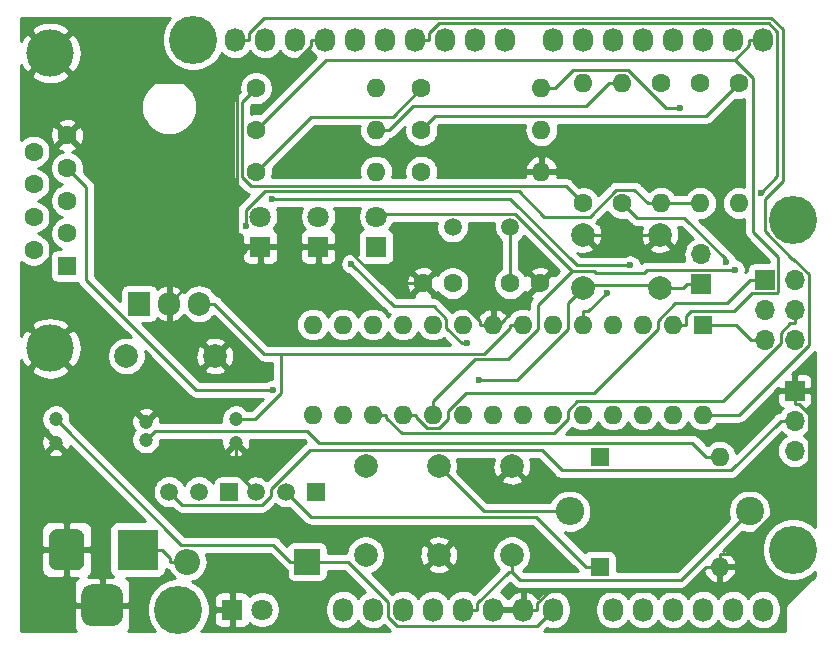
<source format=gbr>
G04 #@! TF.GenerationSoftware,KiCad,Pcbnew,(5.1.4)-1*
G04 #@! TF.CreationDate,2019-10-04T17:51:03+08:00*
G04 #@! TF.ProjectId,arduino-sss,61726475-696e-46f2-9d73-73732e6b6963,rev?*
G04 #@! TF.SameCoordinates,Original*
G04 #@! TF.FileFunction,Copper,L1,Top*
G04 #@! TF.FilePolarity,Positive*
%FSLAX46Y46*%
G04 Gerber Fmt 4.6, Leading zero omitted, Abs format (unit mm)*
G04 Created by KiCad (PCBNEW (5.1.4)-1) date 2019-10-04 17:51:03*
%MOMM*%
%LPD*%
G04 APERTURE LIST*
%ADD10O,2.400000X2.400000*%
%ADD11C,2.400000*%
%ADD12C,1.500000*%
%ADD13O,1.600000X1.600000*%
%ADD14R,1.600000X1.600000*%
%ADD15R,1.500000X1.500000*%
%ADD16C,4.000000*%
%ADD17C,1.600000*%
%ADD18C,2.000000*%
%ADD19C,1.200000*%
%ADD20O,1.727200X2.032000*%
%ADD21C,4.064000*%
%ADD22O,2.200000X2.200000*%
%ADD23R,2.200000X2.200000*%
%ADD24C,1.800000*%
%ADD25R,1.800000X1.800000*%
%ADD26R,1.700000X1.700000*%
%ADD27O,1.700000X1.700000*%
%ADD28R,3.500000X3.500000*%
%ADD29C,0.100000*%
%ADD30C,3.000000*%
%ADD31C,3.500000*%
%ADD32R,1.905000X2.000000*%
%ADD33O,1.905000X2.000000*%
%ADD34C,0.600000*%
%ADD35C,0.250000*%
%ADD36C,0.254000*%
G04 APERTURE END LIST*
D10*
X158115000Y-115506000D03*
D11*
X173355000Y-115506000D03*
D12*
X148218000Y-91441000D03*
X153098000Y-91441000D03*
D13*
X169418000Y-107315000D03*
X136398000Y-99695000D03*
X166878000Y-107315000D03*
X138938000Y-99695000D03*
X164338000Y-107315000D03*
X141478000Y-99695000D03*
X161798000Y-107315000D03*
X144018000Y-99695000D03*
X159258000Y-107315000D03*
X146558000Y-99695000D03*
X156718000Y-107315000D03*
X149098000Y-99695000D03*
X154178000Y-107315000D03*
X151638000Y-99695000D03*
X151638000Y-107315000D03*
X154178000Y-99695000D03*
X149098000Y-107315000D03*
X156718000Y-99695000D03*
X146558000Y-107315000D03*
X159258000Y-99695000D03*
X144018000Y-107315000D03*
X161798000Y-99695000D03*
X141478000Y-107315000D03*
X164338000Y-99695000D03*
X138938000Y-107315000D03*
X166878000Y-99695000D03*
X136398000Y-107315000D03*
D14*
X169418000Y-99695000D03*
D15*
X129286000Y-113856000D03*
D12*
X124206000Y-113856000D03*
X126746000Y-113856000D03*
D15*
X136652000Y-113856000D03*
D12*
X131572000Y-113856000D03*
X134112000Y-113856000D03*
D16*
X114150000Y-101702000D03*
X114150000Y-76702000D03*
D17*
X112730000Y-85047000D03*
X112730000Y-87817000D03*
X112730000Y-90587000D03*
X112730000Y-93357000D03*
X115570000Y-83662000D03*
X115570000Y-86432000D03*
X115570000Y-89202000D03*
X115570000Y-91972000D03*
D14*
X115570000Y-94742000D03*
D18*
X147034000Y-111690000D03*
X147034000Y-119190000D03*
X153226000Y-119190000D03*
X153226000Y-111690000D03*
D17*
X145709000Y-96202500D03*
X148209000Y-96202500D03*
X155598000Y-96202500D03*
X153098000Y-96202500D03*
D18*
X140843000Y-111690000D03*
X140843000Y-119190000D03*
D19*
X129858000Y-109696000D03*
X129858000Y-107696000D03*
X122238000Y-107946000D03*
X122238000Y-109446000D03*
D18*
X128086000Y-102362000D03*
X120586000Y-102362000D03*
D19*
X114618000Y-109696000D03*
X114618000Y-107696000D03*
D20*
X138938000Y-123825000D03*
X141478000Y-123825000D03*
X144018000Y-123825000D03*
X146558000Y-123825000D03*
X149098000Y-123825000D03*
X151638000Y-123825000D03*
X154178000Y-123825000D03*
X156718000Y-123825000D03*
X161798000Y-123825000D03*
X164338000Y-123825000D03*
X166878000Y-123825000D03*
X169418000Y-123825000D03*
X171958000Y-123825000D03*
X174498000Y-123825000D03*
X129794000Y-75565000D03*
X132334000Y-75565000D03*
X134874000Y-75565000D03*
X137414000Y-75565000D03*
X139954000Y-75565000D03*
X142494000Y-75565000D03*
X145034000Y-75565000D03*
X147574000Y-75565000D03*
X150114000Y-75565000D03*
X152654000Y-75565000D03*
X156718000Y-75565000D03*
X159258000Y-75565000D03*
X161798000Y-75565000D03*
X164338000Y-75565000D03*
X166878000Y-75565000D03*
X169418000Y-75565000D03*
X171958000Y-75565000D03*
X174498000Y-75565000D03*
D21*
X124968000Y-123825000D03*
X177038000Y-118745000D03*
X126238000Y-75565000D03*
X177038000Y-90805000D03*
D22*
X125735000Y-119761000D03*
D23*
X135895000Y-119761000D03*
D13*
X170815000Y-120206000D03*
D14*
X160655000Y-120206000D03*
X160655000Y-110883000D03*
D13*
X170815000Y-110883000D03*
D24*
X136832000Y-90551000D03*
D25*
X136832000Y-93091000D03*
D24*
X131931000Y-90551000D03*
D25*
X131931000Y-93091000D03*
X129540000Y-123825000D03*
D24*
X132080000Y-123825000D03*
D25*
X141732000Y-93091000D03*
D24*
X141732000Y-90551000D03*
D26*
X177175000Y-105283000D03*
D27*
X177175000Y-107823000D03*
X177175000Y-110363000D03*
D28*
X121539000Y-118745000D03*
D29*
G36*
X116362513Y-116998611D02*
G01*
X116435318Y-117009411D01*
X116506714Y-117027295D01*
X116576013Y-117052090D01*
X116642548Y-117083559D01*
X116705678Y-117121398D01*
X116764795Y-117165242D01*
X116819330Y-117214670D01*
X116868758Y-117269205D01*
X116912602Y-117328322D01*
X116950441Y-117391452D01*
X116981910Y-117457987D01*
X117006705Y-117527286D01*
X117024589Y-117598682D01*
X117035389Y-117671487D01*
X117039000Y-117745000D01*
X117039000Y-119745000D01*
X117035389Y-119818513D01*
X117024589Y-119891318D01*
X117006705Y-119962714D01*
X116981910Y-120032013D01*
X116950441Y-120098548D01*
X116912602Y-120161678D01*
X116868758Y-120220795D01*
X116819330Y-120275330D01*
X116764795Y-120324758D01*
X116705678Y-120368602D01*
X116642548Y-120406441D01*
X116576013Y-120437910D01*
X116506714Y-120462705D01*
X116435318Y-120480589D01*
X116362513Y-120491389D01*
X116289000Y-120495000D01*
X114789000Y-120495000D01*
X114715487Y-120491389D01*
X114642682Y-120480589D01*
X114571286Y-120462705D01*
X114501987Y-120437910D01*
X114435452Y-120406441D01*
X114372322Y-120368602D01*
X114313205Y-120324758D01*
X114258670Y-120275330D01*
X114209242Y-120220795D01*
X114165398Y-120161678D01*
X114127559Y-120098548D01*
X114096090Y-120032013D01*
X114071295Y-119962714D01*
X114053411Y-119891318D01*
X114042611Y-119818513D01*
X114039000Y-119745000D01*
X114039000Y-117745000D01*
X114042611Y-117671487D01*
X114053411Y-117598682D01*
X114071295Y-117527286D01*
X114096090Y-117457987D01*
X114127559Y-117391452D01*
X114165398Y-117328322D01*
X114209242Y-117269205D01*
X114258670Y-117214670D01*
X114313205Y-117165242D01*
X114372322Y-117121398D01*
X114435452Y-117083559D01*
X114501987Y-117052090D01*
X114571286Y-117027295D01*
X114642682Y-117009411D01*
X114715487Y-116998611D01*
X114789000Y-116995000D01*
X116289000Y-116995000D01*
X116362513Y-116998611D01*
X116362513Y-116998611D01*
G37*
D30*
X115539000Y-118745000D03*
D29*
G36*
X119499765Y-121699213D02*
G01*
X119584704Y-121711813D01*
X119667999Y-121732677D01*
X119748848Y-121761605D01*
X119826472Y-121798319D01*
X119900124Y-121842464D01*
X119969094Y-121893616D01*
X120032718Y-121951282D01*
X120090384Y-122014906D01*
X120141536Y-122083876D01*
X120185681Y-122157528D01*
X120222395Y-122235152D01*
X120251323Y-122316001D01*
X120272187Y-122399296D01*
X120284787Y-122484235D01*
X120289000Y-122570000D01*
X120289000Y-124320000D01*
X120284787Y-124405765D01*
X120272187Y-124490704D01*
X120251323Y-124573999D01*
X120222395Y-124654848D01*
X120185681Y-124732472D01*
X120141536Y-124806124D01*
X120090384Y-124875094D01*
X120032718Y-124938718D01*
X119969094Y-124996384D01*
X119900124Y-125047536D01*
X119826472Y-125091681D01*
X119748848Y-125128395D01*
X119667999Y-125157323D01*
X119584704Y-125178187D01*
X119499765Y-125190787D01*
X119414000Y-125195000D01*
X117664000Y-125195000D01*
X117578235Y-125190787D01*
X117493296Y-125178187D01*
X117410001Y-125157323D01*
X117329152Y-125128395D01*
X117251528Y-125091681D01*
X117177876Y-125047536D01*
X117108906Y-124996384D01*
X117045282Y-124938718D01*
X116987616Y-124875094D01*
X116936464Y-124806124D01*
X116892319Y-124732472D01*
X116855605Y-124654848D01*
X116826677Y-124573999D01*
X116805813Y-124490704D01*
X116793213Y-124405765D01*
X116789000Y-124320000D01*
X116789000Y-122570000D01*
X116793213Y-122484235D01*
X116805813Y-122399296D01*
X116826677Y-122316001D01*
X116855605Y-122235152D01*
X116892319Y-122157528D01*
X116936464Y-122083876D01*
X116987616Y-122014906D01*
X117045282Y-121951282D01*
X117108906Y-121893616D01*
X117177876Y-121842464D01*
X117251528Y-121798319D01*
X117329152Y-121761605D01*
X117410001Y-121732677D01*
X117493296Y-121711813D01*
X117578235Y-121699213D01*
X117664000Y-121695000D01*
X119414000Y-121695000D01*
X119499765Y-121699213D01*
X119499765Y-121699213D01*
G37*
D31*
X118539000Y-123445000D03*
D26*
X169228000Y-96266000D03*
D27*
X169228000Y-93726000D03*
D26*
X174625000Y-95885000D03*
D27*
X177165000Y-95885000D03*
X174625000Y-98425000D03*
X177165000Y-98425000D03*
X174625000Y-100965000D03*
X177165000Y-100965000D03*
D17*
X159248000Y-89408000D03*
D13*
X159248000Y-79248000D03*
D17*
X145568000Y-79692500D03*
D13*
X155728000Y-79692500D03*
D17*
X162552000Y-89408000D03*
D13*
X162552000Y-79248000D03*
X165857000Y-89408000D03*
D17*
X165857000Y-79248000D03*
D13*
X141732000Y-83216800D03*
D17*
X131572000Y-83216800D03*
D13*
X169162000Y-89408000D03*
D17*
X169162000Y-79248000D03*
X131572000Y-86741000D03*
D13*
X141732000Y-86741000D03*
X141732000Y-79692500D03*
D17*
X131572000Y-79692500D03*
X145568000Y-83216800D03*
D13*
X155728000Y-83216800D03*
D17*
X172466000Y-79248000D03*
D13*
X172466000Y-89408000D03*
X155728000Y-86741000D03*
D17*
X145568000Y-86741000D03*
D18*
X159258000Y-96575000D03*
X159258000Y-92075000D03*
X165758000Y-96575000D03*
X165758000Y-92075000D03*
D32*
X121666000Y-97917000D03*
D33*
X124206000Y-97917000D03*
X126746000Y-97917000D03*
D34*
X150453500Y-104432500D03*
X149410400Y-101261400D03*
X139628100Y-94550700D03*
X163247000Y-94685500D03*
X132952600Y-89032900D03*
X161266600Y-97001200D03*
X172090700Y-95046800D03*
X174290500Y-88540500D03*
X119888000Y-84455000D03*
X122428000Y-84455000D03*
X124968000Y-84455000D03*
X127508000Y-84455000D03*
X119888000Y-86995000D03*
X122428000Y-86995000D03*
X124968000Y-86995000D03*
X127508000Y-86995000D03*
X119888000Y-89535000D03*
X122428000Y-89535000D03*
X124968000Y-89535000D03*
X127508000Y-89535000D03*
X119888000Y-92075000D03*
X122428000Y-92075000D03*
X124968000Y-92075000D03*
X127508000Y-92075000D03*
X121158000Y-85725000D03*
X123698000Y-85725000D03*
X126238000Y-85725000D03*
X128778000Y-85725000D03*
X121158000Y-88265000D03*
X123698000Y-88265000D03*
X126238000Y-88265000D03*
X128778000Y-88265000D03*
X121158000Y-90805000D03*
X123698000Y-90805000D03*
X126238000Y-90805000D03*
X128778000Y-90805000D03*
X121158000Y-93345000D03*
X123698000Y-93345000D03*
X126238000Y-93345000D03*
X128778000Y-93345000D03*
X132991600Y-105217100D03*
X171359500Y-94384000D03*
X130705600Y-91322900D03*
X167453200Y-81370500D03*
D35*
X159258000Y-96575000D02*
X157988000Y-97845000D01*
X157988000Y-97845000D02*
X157988000Y-100099500D01*
X157988000Y-100099500D02*
X153655000Y-104432500D01*
X153655000Y-104432500D02*
X150453500Y-104432500D01*
X165758000Y-96575000D02*
X165558900Y-96375900D01*
X165558900Y-96375900D02*
X159457100Y-96375900D01*
X159457100Y-96375900D02*
X159258000Y-96575000D01*
X174625000Y-100965000D02*
X173449700Y-100965000D01*
X169418000Y-99695000D02*
X172179700Y-99695000D01*
X172179700Y-99695000D02*
X173449700Y-100965000D01*
X169228000Y-96266000D02*
X168052700Y-96266000D01*
X165758000Y-96575000D02*
X167743700Y-96575000D01*
X167743700Y-96575000D02*
X168052700Y-96266000D01*
X133656000Y-102152800D02*
X132259600Y-102152800D01*
X132259600Y-102152800D02*
X128023800Y-97917000D01*
X153052700Y-99695000D02*
X153052700Y-99976400D01*
X153052700Y-99976400D02*
X150876300Y-102152800D01*
X150876300Y-102152800D02*
X133656000Y-102152800D01*
X129858000Y-107696000D02*
X131492100Y-107696000D01*
X131492100Y-107696000D02*
X133656000Y-105532100D01*
X133656000Y-105532100D02*
X133656000Y-102152800D01*
X153226000Y-120643600D02*
X152948200Y-120643600D01*
X152948200Y-120643600D02*
X150286900Y-123304900D01*
X150286900Y-123304900D02*
X150286900Y-123825000D01*
X173355000Y-115506000D02*
X167529600Y-121331400D01*
X167529600Y-121331400D02*
X153913800Y-121331400D01*
X153913800Y-121331400D02*
X153226000Y-120643600D01*
X153226000Y-120643600D02*
X153226000Y-119190000D01*
X149098000Y-123825000D02*
X150286900Y-123825000D01*
X126746000Y-97917000D02*
X128023800Y-97917000D01*
X172466000Y-79248000D02*
X169666100Y-82047900D01*
X169666100Y-82047900D02*
X146736900Y-82047900D01*
X146736900Y-82047900D02*
X145568000Y-83216800D01*
X154178000Y-99695000D02*
X153052700Y-99695000D01*
X135895000Y-119761000D02*
X134469700Y-119761000D01*
X114618000Y-107696000D02*
X125257700Y-118335700D01*
X125257700Y-118335700D02*
X133044400Y-118335700D01*
X133044400Y-118335700D02*
X134469700Y-119761000D01*
X156718000Y-123825000D02*
X155343900Y-125199100D01*
X155343900Y-125199100D02*
X143521000Y-125199100D01*
X143521000Y-125199100D02*
X142748000Y-124426100D01*
X142748000Y-124426100D02*
X142748000Y-123192100D01*
X142748000Y-123192100D02*
X139316900Y-119761000D01*
X139316900Y-119761000D02*
X135895000Y-119761000D01*
X139628100Y-94550700D02*
X143213000Y-98135600D01*
X143213000Y-98135600D02*
X146607400Y-98135600D01*
X146607400Y-98135600D02*
X147683400Y-99211600D01*
X147683400Y-99211600D02*
X147683400Y-99975500D01*
X147683400Y-99975500D02*
X148969300Y-101261400D01*
X148969300Y-101261400D02*
X149410400Y-101261400D01*
X132952600Y-89032900D02*
X153098400Y-89032900D01*
X153098400Y-89032900D02*
X158750900Y-94685400D01*
X158750900Y-94685400D02*
X163247000Y-94685400D01*
X163247000Y-94685400D02*
X163247000Y-94685500D01*
X169418000Y-107315000D02*
X172487100Y-107315000D01*
X172487100Y-107315000D02*
X178353700Y-101448400D01*
X178353700Y-101448400D02*
X178353700Y-95402600D01*
X178353700Y-95402600D02*
X177068400Y-94117300D01*
X177068400Y-94117300D02*
X176983500Y-94117300D01*
X176983500Y-94117300D02*
X174642000Y-91775800D01*
X174642000Y-91775800D02*
X174642000Y-89073400D01*
X174642000Y-89073400D02*
X176152700Y-87562700D01*
X176152700Y-87562700D02*
X176152700Y-74704500D01*
X176152700Y-74704500D02*
X175196600Y-73748400D01*
X175196600Y-73748400D02*
X132279400Y-73748400D01*
X132279400Y-73748400D02*
X130982900Y-75044900D01*
X130982900Y-75044900D02*
X130982900Y-75565000D01*
X129794000Y-75565000D02*
X130982900Y-75565000D01*
X159258000Y-99695000D02*
X159258000Y-98569700D01*
X161266600Y-97001200D02*
X159698100Y-98569700D01*
X159698100Y-98569700D02*
X159258000Y-98569700D01*
X172083200Y-77273600D02*
X173665200Y-78855600D01*
X173665200Y-78855600D02*
X173665200Y-91845800D01*
X173665200Y-91845800D02*
X175800400Y-93981000D01*
X175800400Y-93981000D02*
X175800400Y-96916100D01*
X175800400Y-96916100D02*
X175656100Y-97060400D01*
X175656100Y-97060400D02*
X173550900Y-97060400D01*
X173550900Y-97060400D02*
X172041600Y-98569700D01*
X172041600Y-98569700D02*
X168425200Y-98569700D01*
X168425200Y-98569700D02*
X168003300Y-98991600D01*
X168003300Y-98991600D02*
X168003300Y-99695000D01*
X166878000Y-99695000D02*
X168003300Y-99695000D01*
X172083200Y-77273600D02*
X173309100Y-76047700D01*
X173309100Y-76047700D02*
X173309100Y-75565000D01*
X131572000Y-83216800D02*
X137515200Y-77273600D01*
X137515200Y-77273600D02*
X172083200Y-77273600D01*
X174498000Y-75565000D02*
X173309100Y-75565000D01*
X158319800Y-95140200D02*
X155448000Y-98012000D01*
X155448000Y-98012000D02*
X155448000Y-100058600D01*
X155448000Y-100058600D02*
X152903400Y-102603200D01*
X152903400Y-102603200D02*
X150144500Y-102603200D01*
X150144500Y-102603200D02*
X146558000Y-106189700D01*
X141732000Y-90551000D02*
X141956400Y-90326600D01*
X141956400Y-90326600D02*
X153506200Y-90326600D01*
X153506200Y-90326600D02*
X158319800Y-95140200D01*
X158319800Y-95140200D02*
X160175500Y-95140200D01*
X160175500Y-95140200D02*
X160348900Y-95313600D01*
X160348900Y-95313600D02*
X164442200Y-95313600D01*
X164442200Y-95313600D02*
X164709000Y-95046800D01*
X164709000Y-95046800D02*
X172090700Y-95046800D01*
X146558000Y-107315000D02*
X146558000Y-106189700D01*
X144018000Y-107315000D02*
X145143300Y-107315000D01*
X174625000Y-95885000D02*
X173432200Y-95885000D01*
X173432200Y-95885000D02*
X171416800Y-97900400D01*
X171416800Y-97900400D02*
X167081000Y-97900400D01*
X167081000Y-97900400D02*
X165608000Y-99373400D01*
X165608000Y-99373400D02*
X165608000Y-100045600D01*
X165608000Y-100045600D02*
X160194100Y-105459500D01*
X160194100Y-105459500D02*
X149356000Y-105459500D01*
X149356000Y-105459500D02*
X147828000Y-106987500D01*
X147828000Y-106987500D02*
X147828000Y-107714000D01*
X147828000Y-107714000D02*
X147101700Y-108440300D01*
X147101700Y-108440300D02*
X146075800Y-108440300D01*
X146075800Y-108440300D02*
X145143300Y-107507800D01*
X145143300Y-107507800D02*
X145143300Y-107315000D01*
X145034000Y-75565000D02*
X146222900Y-75565000D01*
X174290500Y-88540500D02*
X175700000Y-87131000D01*
X175700000Y-87131000D02*
X175700000Y-74888700D01*
X175700000Y-74888700D02*
X175010100Y-74198800D01*
X175010100Y-74198800D02*
X147069000Y-74198800D01*
X147069000Y-74198800D02*
X146222900Y-75044900D01*
X146222900Y-75044900D02*
X146222900Y-75565000D01*
X142603300Y-107315000D02*
X142603300Y-107596400D01*
X142603300Y-107596400D02*
X143897500Y-108890600D01*
X143897500Y-108890600D02*
X156811400Y-108890600D01*
X156811400Y-108890600D02*
X157988000Y-107714000D01*
X157988000Y-107714000D02*
X157988000Y-106987400D01*
X157988000Y-106987400D02*
X158785700Y-106189700D01*
X158785700Y-106189700D02*
X171081500Y-106189700D01*
X171081500Y-106189700D02*
X175989700Y-101281500D01*
X175989700Y-101281500D02*
X175989700Y-100408200D01*
X175989700Y-100408200D02*
X176797600Y-99600300D01*
X176797600Y-99600300D02*
X177165000Y-99600300D01*
X141478000Y-107315000D02*
X142603300Y-107315000D01*
X177165000Y-98425000D02*
X177165000Y-99600300D01*
X145709000Y-96202500D02*
X142197200Y-96202500D01*
X142197200Y-96202500D02*
X139085700Y-93091000D01*
X139085700Y-93091000D02*
X138057300Y-93091000D01*
X136832000Y-93091000D02*
X138057300Y-93091000D01*
X131931000Y-93091000D02*
X136832000Y-93091000D01*
X129966700Y-79175900D02*
X129966700Y-92352000D01*
X129966700Y-92352000D02*
X130705700Y-93091000D01*
X136225100Y-75565000D02*
X136225100Y-76085100D01*
X136225100Y-76085100D02*
X134339500Y-77970700D01*
X134339500Y-77970700D02*
X131171900Y-77970700D01*
X131171900Y-77970700D02*
X129966700Y-79175900D01*
X129966700Y-79175900D02*
X120056100Y-79175900D01*
X120056100Y-79175900D02*
X118340000Y-80892000D01*
X118340000Y-80892000D02*
X115570000Y-83662000D01*
X118340000Y-80892000D02*
X114150000Y-76702000D01*
X177175000Y-105283000D02*
X177175000Y-106458300D01*
X170815000Y-120206000D02*
X170815000Y-119080700D01*
X170815000Y-119080700D02*
X171940300Y-119080700D01*
X171940300Y-119080700D02*
X178350300Y-112670700D01*
X178350300Y-112670700D02*
X178350300Y-107266200D01*
X178350300Y-107266200D02*
X177542400Y-106458300D01*
X177542400Y-106458300D02*
X177175000Y-106458300D01*
X170654400Y-120206000D02*
X170815000Y-120206000D01*
X170654400Y-120206000D02*
X169689700Y-120206000D01*
X151638000Y-99695000D02*
X150512700Y-99695000D01*
X145709000Y-96202500D02*
X147191700Y-97685200D01*
X147191700Y-97685200D02*
X148784200Y-97685200D01*
X148784200Y-97685200D02*
X150512700Y-99413700D01*
X150512700Y-99413700D02*
X150512700Y-99695000D01*
X130818300Y-93091000D02*
X130705700Y-93091000D01*
X131931000Y-93091000D02*
X130818300Y-93091000D01*
X155598000Y-96202500D02*
X152105500Y-99695000D01*
X152105500Y-99695000D02*
X151638000Y-99695000D01*
X155366900Y-123825000D02*
X155366900Y-123304900D01*
X155366900Y-123304900D02*
X156439900Y-122231900D01*
X156439900Y-122231900D02*
X167663800Y-122231900D01*
X167663800Y-122231900D02*
X169689700Y-120206000D01*
X124206000Y-97917000D02*
X126102700Y-96020300D01*
X126102700Y-96020300D02*
X128082700Y-96020300D01*
X128082700Y-96020300D02*
X130705700Y-93397300D01*
X130705700Y-93397300D02*
X130705700Y-93091000D01*
X129858000Y-109696000D02*
X129858000Y-112142000D01*
X129858000Y-112142000D02*
X131572000Y-113856000D01*
X154178000Y-123825000D02*
X151638000Y-123825000D01*
X154772500Y-123825000D02*
X154178000Y-123825000D01*
X154772500Y-123825000D02*
X155366900Y-123825000D01*
X137414000Y-75565000D02*
X136225100Y-75565000D01*
X165758000Y-92075000D02*
X159258000Y-92075000D01*
X132991600Y-105217100D02*
X126495700Y-105217100D01*
X126495700Y-105217100D02*
X117214600Y-95936000D01*
X117214600Y-95936000D02*
X117214600Y-88076600D01*
X117214600Y-88076600D02*
X115570000Y-86432000D01*
X153098000Y-96202500D02*
X153098000Y-91441000D01*
X158115000Y-115506000D02*
X156589700Y-115506000D01*
X147034000Y-111690000D02*
X150850000Y-115506000D01*
X150850000Y-115506000D02*
X156589700Y-115506000D01*
X125735000Y-119761000D02*
X124309700Y-119761000D01*
X121539000Y-118745000D02*
X123614300Y-118745000D01*
X123614300Y-118745000D02*
X124309700Y-119440400D01*
X124309700Y-119440400D02*
X124309700Y-119761000D01*
X160655000Y-120206000D02*
X159529700Y-120206000D01*
X134112000Y-113856000D02*
X136212400Y-115956400D01*
X136212400Y-115956400D02*
X155280100Y-115956400D01*
X155280100Y-115956400D02*
X159529700Y-120206000D01*
X159248000Y-89408000D02*
X157797300Y-87957300D01*
X157797300Y-87957300D02*
X131171400Y-87957300D01*
X131171400Y-87957300D02*
X130417100Y-87203000D01*
X130417100Y-87203000D02*
X130417100Y-80847400D01*
X130417100Y-80847400D02*
X131572000Y-79692500D01*
X162552000Y-89408000D02*
X163793500Y-90649500D01*
X163793500Y-90649500D02*
X167838200Y-90649500D01*
X167838200Y-90649500D02*
X171359500Y-94170800D01*
X171359500Y-94170800D02*
X171359500Y-94384000D01*
X177175000Y-107823000D02*
X175999700Y-107823000D01*
X175999700Y-107823000D02*
X171805000Y-112017700D01*
X171805000Y-112017700D02*
X157434400Y-112017700D01*
X157434400Y-112017700D02*
X155746600Y-110329900D01*
X155746600Y-110329900D02*
X136107200Y-110329900D01*
X136107200Y-110329900D02*
X132842000Y-113595100D01*
X132842000Y-113595100D02*
X132842000Y-114179800D01*
X132842000Y-114179800D02*
X132067000Y-114954800D01*
X132067000Y-114954800D02*
X125304800Y-114954800D01*
X125304800Y-114954800D02*
X124206000Y-113856000D01*
X131572000Y-86741000D02*
X136221600Y-82091400D01*
X136221600Y-82091400D02*
X143169100Y-82091400D01*
X143169100Y-82091400D02*
X145568000Y-79692500D01*
X161426700Y-79248000D02*
X159483800Y-81190900D01*
X159483800Y-81190900D02*
X144883200Y-81190900D01*
X144883200Y-81190900D02*
X142857300Y-83216800D01*
X162552000Y-79248000D02*
X161426700Y-79248000D01*
X141732000Y-83216800D02*
X142857300Y-83216800D01*
X164731700Y-89408000D02*
X163603200Y-88279500D01*
X163603200Y-88279500D02*
X162088300Y-88279500D01*
X162088300Y-88279500D02*
X159813200Y-90554600D01*
X159813200Y-90554600D02*
X155956600Y-90554600D01*
X155956600Y-90554600D02*
X153809600Y-88407600D01*
X153809600Y-88407600D02*
X132287500Y-88407600D01*
X132287500Y-88407600D02*
X130705600Y-89989500D01*
X130705600Y-89989500D02*
X130705600Y-91322900D01*
X165857000Y-89408000D02*
X164731700Y-89408000D01*
X169162000Y-89408000D02*
X165857000Y-89408000D01*
X170815000Y-110883000D02*
X169689700Y-110883000D01*
X169689700Y-110883000D02*
X168488900Y-109682200D01*
X168488900Y-109682200D02*
X136893200Y-109682200D01*
X136893200Y-109682200D02*
X135907000Y-108696000D01*
X135907000Y-108696000D02*
X122988000Y-108696000D01*
X122988000Y-108696000D02*
X122238000Y-109446000D01*
X156853300Y-79692500D02*
X158428300Y-78117500D01*
X158428300Y-78117500D02*
X163062300Y-78117500D01*
X163062300Y-78117500D02*
X166315300Y-81370500D01*
X166315300Y-81370500D02*
X167453200Y-81370500D01*
X155728000Y-79692500D02*
X156853300Y-79692500D01*
D36*
G36*
X124166406Y-73864887D02*
G01*
X123874536Y-74301702D01*
X123673492Y-74787065D01*
X123571000Y-75302323D01*
X123571000Y-75827677D01*
X123673492Y-76342935D01*
X123874536Y-76828298D01*
X124166406Y-77265113D01*
X124537887Y-77636594D01*
X124974702Y-77928464D01*
X125460065Y-78129508D01*
X125975323Y-78232000D01*
X126500677Y-78232000D01*
X127015935Y-78129508D01*
X127501298Y-77928464D01*
X127938113Y-77636594D01*
X128309594Y-77265113D01*
X128601464Y-76828298D01*
X128657001Y-76694219D01*
X128729203Y-76782197D01*
X128957395Y-76969469D01*
X129217737Y-77108625D01*
X129500224Y-77194316D01*
X129794000Y-77223251D01*
X130087777Y-77194316D01*
X130370264Y-77108625D01*
X130630606Y-76969469D01*
X130858797Y-76782197D01*
X131046069Y-76554006D01*
X131064000Y-76520459D01*
X131081931Y-76554006D01*
X131269203Y-76782197D01*
X131497395Y-76969469D01*
X131757737Y-77108625D01*
X132040224Y-77194316D01*
X132334000Y-77223251D01*
X132627777Y-77194316D01*
X132910264Y-77108625D01*
X133170606Y-76969469D01*
X133398797Y-76782197D01*
X133586069Y-76554006D01*
X133604000Y-76520459D01*
X133621931Y-76554006D01*
X133809203Y-76782197D01*
X134037395Y-76969469D01*
X134297737Y-77108625D01*
X134580224Y-77194316D01*
X134874000Y-77223251D01*
X135167777Y-77194316D01*
X135450264Y-77108625D01*
X135710606Y-76969469D01*
X135938797Y-76782197D01*
X136126069Y-76554006D01*
X136147424Y-76514053D01*
X136295514Y-76716729D01*
X136511965Y-76915733D01*
X136689891Y-77024107D01*
X131895887Y-81818112D01*
X131713335Y-81781800D01*
X131430665Y-81781800D01*
X131177100Y-81832238D01*
X131177100Y-81162201D01*
X131248113Y-81091188D01*
X131430665Y-81127500D01*
X131713335Y-81127500D01*
X131990574Y-81072353D01*
X132251727Y-80964180D01*
X132486759Y-80807137D01*
X132686637Y-80607259D01*
X132843680Y-80372227D01*
X132951853Y-80111074D01*
X133007000Y-79833835D01*
X133007000Y-79551165D01*
X132951853Y-79273926D01*
X132843680Y-79012773D01*
X132686637Y-78777741D01*
X132486759Y-78577863D01*
X132251727Y-78420820D01*
X131990574Y-78312647D01*
X131713335Y-78257500D01*
X131430665Y-78257500D01*
X131153426Y-78312647D01*
X130892273Y-78420820D01*
X130657241Y-78577863D01*
X130457363Y-78777741D01*
X130300320Y-79012773D01*
X130192147Y-79273926D01*
X130137000Y-79551165D01*
X130137000Y-79833835D01*
X130173312Y-80016387D01*
X129906098Y-80283601D01*
X129877100Y-80307399D01*
X129853302Y-80336397D01*
X129853301Y-80336398D01*
X129782126Y-80423124D01*
X129711554Y-80555154D01*
X129668098Y-80698415D01*
X129653424Y-80847400D01*
X129657101Y-80884732D01*
X129657100Y-87165677D01*
X129653424Y-87203000D01*
X129657100Y-87240322D01*
X129657100Y-87240332D01*
X129668097Y-87351985D01*
X129706450Y-87478420D01*
X129711554Y-87495246D01*
X129782126Y-87627276D01*
X129795789Y-87643924D01*
X129877099Y-87743001D01*
X129906102Y-87766803D01*
X130607601Y-88468302D01*
X130631399Y-88497301D01*
X130747124Y-88592274D01*
X130879153Y-88662846D01*
X130939229Y-88681069D01*
X130194602Y-89425697D01*
X130165599Y-89449499D01*
X130126062Y-89497676D01*
X130070626Y-89565224D01*
X130015758Y-89667874D01*
X130000054Y-89697254D01*
X129956597Y-89840515D01*
X129945600Y-89952168D01*
X129945600Y-89952178D01*
X129941924Y-89989500D01*
X129945600Y-90026823D01*
X129945601Y-90777364D01*
X129877014Y-90880011D01*
X129806532Y-91050171D01*
X129770600Y-91230811D01*
X129770600Y-91414989D01*
X129806532Y-91595629D01*
X129877014Y-91765789D01*
X129979338Y-91918928D01*
X130109572Y-92049162D01*
X130262711Y-92151486D01*
X130393000Y-92205453D01*
X130396000Y-92805250D01*
X130554750Y-92964000D01*
X131804000Y-92964000D01*
X131804000Y-92944000D01*
X132058000Y-92944000D01*
X132058000Y-92964000D01*
X133307250Y-92964000D01*
X133466000Y-92805250D01*
X133469072Y-92191000D01*
X133456812Y-92066518D01*
X133420502Y-91946820D01*
X133361537Y-91836506D01*
X133282185Y-91739815D01*
X133185494Y-91660463D01*
X133075180Y-91601498D01*
X133056873Y-91595944D01*
X133123312Y-91529505D01*
X133291299Y-91278095D01*
X133407011Y-90998743D01*
X133466000Y-90702184D01*
X133466000Y-90399816D01*
X133407011Y-90103257D01*
X133319844Y-89892819D01*
X133395489Y-89861486D01*
X133498135Y-89792900D01*
X135492418Y-89792900D01*
X135471701Y-89823905D01*
X135355989Y-90103257D01*
X135297000Y-90399816D01*
X135297000Y-90702184D01*
X135355989Y-90998743D01*
X135471701Y-91278095D01*
X135639688Y-91529505D01*
X135706127Y-91595944D01*
X135687820Y-91601498D01*
X135577506Y-91660463D01*
X135480815Y-91739815D01*
X135401463Y-91836506D01*
X135342498Y-91946820D01*
X135306188Y-92066518D01*
X135293928Y-92191000D01*
X135297000Y-92805250D01*
X135455750Y-92964000D01*
X136705000Y-92964000D01*
X136705000Y-92944000D01*
X136959000Y-92944000D01*
X136959000Y-92964000D01*
X138208250Y-92964000D01*
X138367000Y-92805250D01*
X138370072Y-92191000D01*
X138357812Y-92066518D01*
X138321502Y-91946820D01*
X138262537Y-91836506D01*
X138183185Y-91739815D01*
X138086494Y-91660463D01*
X137976180Y-91601498D01*
X137957873Y-91595944D01*
X138024312Y-91529505D01*
X138192299Y-91278095D01*
X138308011Y-90998743D01*
X138367000Y-90702184D01*
X138367000Y-90399816D01*
X138308011Y-90103257D01*
X138192299Y-89823905D01*
X138171582Y-89792900D01*
X140392418Y-89792900D01*
X140371701Y-89823905D01*
X140255989Y-90103257D01*
X140197000Y-90399816D01*
X140197000Y-90702184D01*
X140255989Y-90998743D01*
X140371701Y-91278095D01*
X140539688Y-91529505D01*
X140606127Y-91595944D01*
X140587820Y-91601498D01*
X140477506Y-91660463D01*
X140380815Y-91739815D01*
X140301463Y-91836506D01*
X140242498Y-91946820D01*
X140206188Y-92066518D01*
X140193928Y-92191000D01*
X140193928Y-93804259D01*
X140070989Y-93722114D01*
X139900829Y-93651632D01*
X139720189Y-93615700D01*
X139536011Y-93615700D01*
X139355371Y-93651632D01*
X139185211Y-93722114D01*
X139032072Y-93824438D01*
X138901838Y-93954672D01*
X138799514Y-94107811D01*
X138729032Y-94277971D01*
X138693100Y-94458611D01*
X138693100Y-94642789D01*
X138729032Y-94823429D01*
X138799514Y-94993589D01*
X138901838Y-95146728D01*
X139032072Y-95276962D01*
X139185211Y-95379286D01*
X139355371Y-95449768D01*
X139476452Y-95473853D01*
X142649200Y-98646602D01*
X142672999Y-98675601D01*
X142788724Y-98770574D01*
X142880166Y-98819451D01*
X142819068Y-98893899D01*
X142748000Y-99026858D01*
X142676932Y-98893899D01*
X142497608Y-98675392D01*
X142279101Y-98496068D01*
X142029808Y-98362818D01*
X141759309Y-98280764D01*
X141548492Y-98260000D01*
X141407508Y-98260000D01*
X141196691Y-98280764D01*
X140926192Y-98362818D01*
X140676899Y-98496068D01*
X140458392Y-98675392D01*
X140279068Y-98893899D01*
X140208000Y-99026858D01*
X140136932Y-98893899D01*
X139957608Y-98675392D01*
X139739101Y-98496068D01*
X139489808Y-98362818D01*
X139219309Y-98280764D01*
X139008492Y-98260000D01*
X138867508Y-98260000D01*
X138656691Y-98280764D01*
X138386192Y-98362818D01*
X138136899Y-98496068D01*
X137918392Y-98675392D01*
X137739068Y-98893899D01*
X137668000Y-99026858D01*
X137596932Y-98893899D01*
X137417608Y-98675392D01*
X137199101Y-98496068D01*
X136949808Y-98362818D01*
X136679309Y-98280764D01*
X136468492Y-98260000D01*
X136327508Y-98260000D01*
X136116691Y-98280764D01*
X135846192Y-98362818D01*
X135596899Y-98496068D01*
X135378392Y-98675392D01*
X135199068Y-98893899D01*
X135065818Y-99143192D01*
X134983764Y-99413691D01*
X134956057Y-99695000D01*
X134983764Y-99976309D01*
X135065818Y-100246808D01*
X135199068Y-100496101D01*
X135378392Y-100714608D01*
X135596899Y-100893932D01*
X135846192Y-101027182D01*
X136116691Y-101109236D01*
X136327508Y-101130000D01*
X136468492Y-101130000D01*
X136679309Y-101109236D01*
X136949808Y-101027182D01*
X137199101Y-100893932D01*
X137417608Y-100714608D01*
X137596932Y-100496101D01*
X137668000Y-100363142D01*
X137739068Y-100496101D01*
X137918392Y-100714608D01*
X138136899Y-100893932D01*
X138386192Y-101027182D01*
X138656691Y-101109236D01*
X138867508Y-101130000D01*
X139008492Y-101130000D01*
X139219309Y-101109236D01*
X139489808Y-101027182D01*
X139739101Y-100893932D01*
X139957608Y-100714608D01*
X140136932Y-100496101D01*
X140208000Y-100363142D01*
X140279068Y-100496101D01*
X140458392Y-100714608D01*
X140676899Y-100893932D01*
X140926192Y-101027182D01*
X141196691Y-101109236D01*
X141407508Y-101130000D01*
X141548492Y-101130000D01*
X141759309Y-101109236D01*
X142029808Y-101027182D01*
X142279101Y-100893932D01*
X142497608Y-100714608D01*
X142676932Y-100496101D01*
X142748000Y-100363142D01*
X142819068Y-100496101D01*
X142998392Y-100714608D01*
X143216899Y-100893932D01*
X143466192Y-101027182D01*
X143736691Y-101109236D01*
X143947508Y-101130000D01*
X144088492Y-101130000D01*
X144299309Y-101109236D01*
X144569808Y-101027182D01*
X144819101Y-100893932D01*
X145037608Y-100714608D01*
X145216932Y-100496101D01*
X145288000Y-100363142D01*
X145359068Y-100496101D01*
X145538392Y-100714608D01*
X145756899Y-100893932D01*
X146006192Y-101027182D01*
X146276691Y-101109236D01*
X146487508Y-101130000D01*
X146628492Y-101130000D01*
X146839309Y-101109236D01*
X147109808Y-101027182D01*
X147359101Y-100893932D01*
X147451336Y-100818237D01*
X148025898Y-101392800D01*
X133693333Y-101392800D01*
X133656000Y-101389123D01*
X133618667Y-101392800D01*
X132574402Y-101392800D01*
X128587604Y-97406003D01*
X128563801Y-97376999D01*
X128448076Y-97282026D01*
X128316047Y-97211454D01*
X128172786Y-97167997D01*
X128170991Y-97167820D01*
X128072345Y-96983265D01*
X127873963Y-96741537D01*
X127632234Y-96543155D01*
X127356448Y-96395745D01*
X127057203Y-96304970D01*
X126746000Y-96274319D01*
X126434796Y-96304970D01*
X126135551Y-96395745D01*
X125859765Y-96543155D01*
X125618037Y-96741537D01*
X125470838Y-96920900D01*
X125315437Y-96735685D01*
X125072923Y-96541031D01*
X124797094Y-96397429D01*
X124578980Y-96326437D01*
X124333000Y-96446406D01*
X124333000Y-97790000D01*
X124353000Y-97790000D01*
X124353000Y-98044000D01*
X124333000Y-98044000D01*
X124333000Y-99387594D01*
X124578980Y-99507563D01*
X124797094Y-99436571D01*
X125072923Y-99292969D01*
X125315437Y-99098315D01*
X125470837Y-98913101D01*
X125618037Y-99092463D01*
X125859766Y-99290845D01*
X126135552Y-99438255D01*
X126434797Y-99529030D01*
X126746000Y-99559681D01*
X127057204Y-99529030D01*
X127356449Y-99438255D01*
X127632235Y-99290845D01*
X127873963Y-99092463D01*
X127986876Y-98954878D01*
X131695801Y-102663803D01*
X131719599Y-102692801D01*
X131835324Y-102787774D01*
X131967353Y-102858346D01*
X132110614Y-102901803D01*
X132222267Y-102912800D01*
X132222277Y-102912800D01*
X132259600Y-102916476D01*
X132296923Y-102912800D01*
X132896001Y-102912800D01*
X132896000Y-104282798D01*
X132718871Y-104318032D01*
X132548711Y-104388514D01*
X132446065Y-104457100D01*
X126810503Y-104457100D01*
X125850816Y-103497413D01*
X127130192Y-103497413D01*
X127225956Y-103761814D01*
X127515571Y-103902704D01*
X127827108Y-103984384D01*
X128148595Y-104003718D01*
X128467675Y-103959961D01*
X128772088Y-103854795D01*
X128946044Y-103761814D01*
X129041808Y-103497413D01*
X128086000Y-102541605D01*
X127130192Y-103497413D01*
X125850816Y-103497413D01*
X124777998Y-102424595D01*
X126444282Y-102424595D01*
X126488039Y-102743675D01*
X126593205Y-103048088D01*
X126686186Y-103222044D01*
X126950587Y-103317808D01*
X127906395Y-102362000D01*
X128265605Y-102362000D01*
X129221413Y-103317808D01*
X129485814Y-103222044D01*
X129626704Y-102932429D01*
X129708384Y-102620892D01*
X129727718Y-102299405D01*
X129683961Y-101980325D01*
X129578795Y-101675912D01*
X129485814Y-101501956D01*
X129221413Y-101406192D01*
X128265605Y-102362000D01*
X127906395Y-102362000D01*
X126950587Y-101406192D01*
X126686186Y-101501956D01*
X126545296Y-101791571D01*
X126463616Y-102103108D01*
X126444282Y-102424595D01*
X124777998Y-102424595D01*
X123579990Y-101226587D01*
X127130192Y-101226587D01*
X128086000Y-102182395D01*
X129041808Y-101226587D01*
X128946044Y-100962186D01*
X128656429Y-100821296D01*
X128344892Y-100739616D01*
X128023405Y-100720282D01*
X127704325Y-100764039D01*
X127399912Y-100869205D01*
X127225956Y-100962186D01*
X127130192Y-101226587D01*
X123579990Y-101226587D01*
X121908474Y-99555072D01*
X122618500Y-99555072D01*
X122742982Y-99542812D01*
X122862680Y-99506502D01*
X122972994Y-99447537D01*
X123069685Y-99368185D01*
X123149037Y-99271494D01*
X123198059Y-99179781D01*
X123339077Y-99292969D01*
X123614906Y-99436571D01*
X123833020Y-99507563D01*
X124079000Y-99387594D01*
X124079000Y-98044000D01*
X124059000Y-98044000D01*
X124059000Y-97790000D01*
X124079000Y-97790000D01*
X124079000Y-96446406D01*
X123833020Y-96326437D01*
X123614906Y-96397429D01*
X123339077Y-96541031D01*
X123198059Y-96654219D01*
X123149037Y-96562506D01*
X123069685Y-96465815D01*
X122972994Y-96386463D01*
X122862680Y-96327498D01*
X122742982Y-96291188D01*
X122618500Y-96278928D01*
X120713500Y-96278928D01*
X120589018Y-96291188D01*
X120469320Y-96327498D01*
X120359006Y-96386463D01*
X120262315Y-96465815D01*
X120182963Y-96562506D01*
X120123998Y-96672820D01*
X120087688Y-96792518D01*
X120075428Y-96917000D01*
X120075428Y-97722026D01*
X117974600Y-95621199D01*
X117974600Y-93991000D01*
X130392928Y-93991000D01*
X130405188Y-94115482D01*
X130441498Y-94235180D01*
X130500463Y-94345494D01*
X130579815Y-94442185D01*
X130676506Y-94521537D01*
X130786820Y-94580502D01*
X130906518Y-94616812D01*
X131031000Y-94629072D01*
X131645250Y-94626000D01*
X131804000Y-94467250D01*
X131804000Y-93218000D01*
X132058000Y-93218000D01*
X132058000Y-94467250D01*
X132216750Y-94626000D01*
X132831000Y-94629072D01*
X132955482Y-94616812D01*
X133075180Y-94580502D01*
X133185494Y-94521537D01*
X133282185Y-94442185D01*
X133361537Y-94345494D01*
X133420502Y-94235180D01*
X133456812Y-94115482D01*
X133469072Y-93991000D01*
X135293928Y-93991000D01*
X135306188Y-94115482D01*
X135342498Y-94235180D01*
X135401463Y-94345494D01*
X135480815Y-94442185D01*
X135577506Y-94521537D01*
X135687820Y-94580502D01*
X135807518Y-94616812D01*
X135932000Y-94629072D01*
X136546250Y-94626000D01*
X136705000Y-94467250D01*
X136705000Y-93218000D01*
X136959000Y-93218000D01*
X136959000Y-94467250D01*
X137117750Y-94626000D01*
X137732000Y-94629072D01*
X137856482Y-94616812D01*
X137976180Y-94580502D01*
X138086494Y-94521537D01*
X138183185Y-94442185D01*
X138262537Y-94345494D01*
X138321502Y-94235180D01*
X138357812Y-94115482D01*
X138370072Y-93991000D01*
X138367000Y-93376750D01*
X138208250Y-93218000D01*
X136959000Y-93218000D01*
X136705000Y-93218000D01*
X135455750Y-93218000D01*
X135297000Y-93376750D01*
X135293928Y-93991000D01*
X133469072Y-93991000D01*
X133466000Y-93376750D01*
X133307250Y-93218000D01*
X132058000Y-93218000D01*
X131804000Y-93218000D01*
X130554750Y-93218000D01*
X130396000Y-93376750D01*
X130392928Y-93991000D01*
X117974600Y-93991000D01*
X117974600Y-88113933D01*
X117978277Y-88076600D01*
X117963603Y-87927614D01*
X117920146Y-87784353D01*
X117849574Y-87652324D01*
X117778399Y-87565597D01*
X117754601Y-87536599D01*
X117725603Y-87512801D01*
X116968688Y-86755886D01*
X117005000Y-86573335D01*
X117005000Y-86290665D01*
X116949853Y-86013426D01*
X116841680Y-85752273D01*
X116684637Y-85517241D01*
X116484759Y-85317363D01*
X116249727Y-85160320D01*
X115988574Y-85052147D01*
X115960118Y-85046487D01*
X116186292Y-84965603D01*
X116311514Y-84898671D01*
X116383097Y-84654702D01*
X115570000Y-83841605D01*
X114756903Y-84654702D01*
X114828486Y-84898671D01*
X115083996Y-85019571D01*
X115186289Y-85045212D01*
X115151426Y-85052147D01*
X114890273Y-85160320D01*
X114655241Y-85317363D01*
X114455363Y-85517241D01*
X114298320Y-85752273D01*
X114190147Y-86013426D01*
X114135000Y-86290665D01*
X114135000Y-86573335D01*
X114190147Y-86850574D01*
X114298320Y-87111727D01*
X114455363Y-87346759D01*
X114655241Y-87546637D01*
X114890273Y-87703680D01*
X115151426Y-87811853D01*
X115177301Y-87817000D01*
X115151426Y-87822147D01*
X114890273Y-87930320D01*
X114655241Y-88087363D01*
X114455363Y-88287241D01*
X114298320Y-88522273D01*
X114190147Y-88783426D01*
X114135000Y-89060665D01*
X114135000Y-89343335D01*
X114190147Y-89620574D01*
X114298320Y-89881727D01*
X114455363Y-90116759D01*
X114655241Y-90316637D01*
X114890273Y-90473680D01*
X115151426Y-90581853D01*
X115177301Y-90587000D01*
X115151426Y-90592147D01*
X114890273Y-90700320D01*
X114655241Y-90857363D01*
X114455363Y-91057241D01*
X114298320Y-91292273D01*
X114190147Y-91553426D01*
X114135000Y-91830665D01*
X114135000Y-92113335D01*
X114190147Y-92390574D01*
X114298320Y-92651727D01*
X114455363Y-92886759D01*
X114655241Y-93086637D01*
X114890273Y-93243680D01*
X115035725Y-93303928D01*
X114770000Y-93303928D01*
X114645518Y-93316188D01*
X114525820Y-93352498D01*
X114415506Y-93411463D01*
X114318815Y-93490815D01*
X114239463Y-93587506D01*
X114180498Y-93697820D01*
X114144188Y-93817518D01*
X114131928Y-93942000D01*
X114131928Y-95542000D01*
X114144188Y-95666482D01*
X114180498Y-95786180D01*
X114239463Y-95896494D01*
X114318815Y-95993185D01*
X114415506Y-96072537D01*
X114525820Y-96131502D01*
X114645518Y-96167812D01*
X114770000Y-96180072D01*
X116370000Y-96180072D01*
X116490831Y-96168172D01*
X116493584Y-96177247D01*
X116509054Y-96228246D01*
X116579626Y-96360276D01*
X116608735Y-96395745D01*
X116674599Y-96476001D01*
X116703603Y-96499804D01*
X120976427Y-100772629D01*
X120747033Y-100727000D01*
X120424967Y-100727000D01*
X120109088Y-100789832D01*
X119811537Y-100913082D01*
X119543748Y-101092013D01*
X119316013Y-101319748D01*
X119137082Y-101587537D01*
X119013832Y-101885088D01*
X118951000Y-102200967D01*
X118951000Y-102523033D01*
X119013832Y-102838912D01*
X119137082Y-103136463D01*
X119316013Y-103404252D01*
X119543748Y-103631987D01*
X119811537Y-103810918D01*
X120109088Y-103934168D01*
X120424967Y-103997000D01*
X120747033Y-103997000D01*
X121062912Y-103934168D01*
X121360463Y-103810918D01*
X121628252Y-103631987D01*
X121855987Y-103404252D01*
X122034918Y-103136463D01*
X122158168Y-102838912D01*
X122221000Y-102523033D01*
X122221000Y-102200967D01*
X122175371Y-101971573D01*
X125931905Y-105728108D01*
X125955699Y-105757101D01*
X125984692Y-105780895D01*
X125984696Y-105780899D01*
X126055385Y-105838911D01*
X126071424Y-105852074D01*
X126203453Y-105922646D01*
X126346714Y-105966103D01*
X126458367Y-105977100D01*
X126458376Y-105977100D01*
X126495699Y-105980776D01*
X126533022Y-105977100D01*
X132136198Y-105977100D01*
X131177299Y-106936000D01*
X130835506Y-106936000D01*
X130817287Y-106908733D01*
X130645267Y-106736713D01*
X130442992Y-106601557D01*
X130218236Y-106508460D01*
X129979637Y-106461000D01*
X129736363Y-106461000D01*
X129497764Y-106508460D01*
X129273008Y-106601557D01*
X129070733Y-106736713D01*
X128898713Y-106908733D01*
X128763557Y-107111008D01*
X128670460Y-107335764D01*
X128623000Y-107574363D01*
X128623000Y-107817637D01*
X128646544Y-107936000D01*
X123474104Y-107936000D01*
X123476495Y-107867562D01*
X123437395Y-107627451D01*
X123352202Y-107399582D01*
X123311348Y-107323148D01*
X123087764Y-107275841D01*
X122417605Y-107946000D01*
X122431748Y-107960143D01*
X122252143Y-108139748D01*
X122238000Y-108125605D01*
X122223858Y-108139748D01*
X122044253Y-107960143D01*
X122058395Y-107946000D01*
X121388236Y-107275841D01*
X121164652Y-107323148D01*
X121063763Y-107544516D01*
X121008000Y-107781313D01*
X120999505Y-108024438D01*
X121038605Y-108264549D01*
X121123798Y-108492418D01*
X121164652Y-108568852D01*
X121332979Y-108604467D01*
X121278713Y-108658733D01*
X121143557Y-108861008D01*
X121050460Y-109085764D01*
X121003000Y-109324363D01*
X121003000Y-109567637D01*
X121050460Y-109806236D01*
X121143557Y-110030992D01*
X121278713Y-110233267D01*
X121450733Y-110405287D01*
X121653008Y-110540443D01*
X121877764Y-110633540D01*
X122116363Y-110681000D01*
X122359637Y-110681000D01*
X122598236Y-110633540D01*
X122810145Y-110545764D01*
X129187841Y-110545764D01*
X129235148Y-110769348D01*
X129456516Y-110870237D01*
X129693313Y-110926000D01*
X129936438Y-110934495D01*
X130176549Y-110895395D01*
X130404418Y-110810202D01*
X130480852Y-110769348D01*
X130528159Y-110545764D01*
X129858000Y-109875605D01*
X129187841Y-110545764D01*
X122810145Y-110545764D01*
X122822992Y-110540443D01*
X123025267Y-110405287D01*
X123197287Y-110233267D01*
X123332443Y-110030992D01*
X123425540Y-109806236D01*
X123473000Y-109567637D01*
X123473000Y-109456000D01*
X128645735Y-109456000D01*
X128628000Y-109531313D01*
X128619505Y-109774438D01*
X128658605Y-110014549D01*
X128743798Y-110242418D01*
X128784652Y-110318852D01*
X129008236Y-110366159D01*
X129678395Y-109696000D01*
X129664253Y-109681858D01*
X129843858Y-109502253D01*
X129858000Y-109516395D01*
X129872143Y-109502253D01*
X130051748Y-109681858D01*
X130037605Y-109696000D01*
X130707764Y-110366159D01*
X130931348Y-110318852D01*
X131032237Y-110097484D01*
X131088000Y-109860687D01*
X131096495Y-109617562D01*
X131070186Y-109456000D01*
X135592199Y-109456000D01*
X135779502Y-109643303D01*
X135682923Y-109694926D01*
X135630138Y-109738246D01*
X135567199Y-109789899D01*
X135543401Y-109818897D01*
X132522796Y-112839502D01*
X132465843Y-112782549D01*
X132349387Y-112899005D01*
X132283863Y-112660140D01*
X132036884Y-112544240D01*
X131772040Y-112478750D01*
X131499508Y-112466188D01*
X131229762Y-112507035D01*
X130973168Y-112599723D01*
X130860137Y-112660140D01*
X130794613Y-112899005D01*
X130678157Y-112782549D01*
X130616231Y-112844475D01*
X130566537Y-112751506D01*
X130487185Y-112654815D01*
X130390494Y-112575463D01*
X130280180Y-112516498D01*
X130160482Y-112480188D01*
X130036000Y-112467928D01*
X128536000Y-112467928D01*
X128411518Y-112480188D01*
X128291820Y-112516498D01*
X128181506Y-112575463D01*
X128084815Y-112654815D01*
X128005463Y-112751506D01*
X127946498Y-112861820D01*
X127910188Y-112981518D01*
X127899555Y-113089483D01*
X127821799Y-112973114D01*
X127628886Y-112780201D01*
X127402043Y-112628629D01*
X127149989Y-112524225D01*
X126882411Y-112471000D01*
X126609589Y-112471000D01*
X126342011Y-112524225D01*
X126089957Y-112628629D01*
X125863114Y-112780201D01*
X125670201Y-112973114D01*
X125518629Y-113199957D01*
X125476000Y-113302873D01*
X125433371Y-113199957D01*
X125281799Y-112973114D01*
X125088886Y-112780201D01*
X124862043Y-112628629D01*
X124609989Y-112524225D01*
X124342411Y-112471000D01*
X124069589Y-112471000D01*
X123802011Y-112524225D01*
X123549957Y-112628629D01*
X123323114Y-112780201D01*
X123130201Y-112973114D01*
X122978629Y-113199957D01*
X122874225Y-113452011D01*
X122821000Y-113719589D01*
X122821000Y-113992411D01*
X122874225Y-114259989D01*
X122978629Y-114512043D01*
X123130201Y-114738886D01*
X123323114Y-114931799D01*
X123549957Y-115083371D01*
X123802011Y-115187775D01*
X124069589Y-115241000D01*
X124342411Y-115241000D01*
X124487365Y-115212167D01*
X124741001Y-115465803D01*
X124764799Y-115494801D01*
X124880524Y-115589774D01*
X125012553Y-115660346D01*
X125155814Y-115703803D01*
X125267467Y-115714800D01*
X125267477Y-115714800D01*
X125304800Y-115718476D01*
X125342123Y-115714800D01*
X132029678Y-115714800D01*
X132067000Y-115718476D01*
X132104322Y-115714800D01*
X132104333Y-115714800D01*
X132215986Y-115703803D01*
X132359247Y-115660346D01*
X132491276Y-115589774D01*
X132607001Y-115494801D01*
X132630803Y-115465798D01*
X133196958Y-114899643D01*
X133229114Y-114931799D01*
X133455957Y-115083371D01*
X133708011Y-115187775D01*
X133975589Y-115241000D01*
X134248411Y-115241000D01*
X134393365Y-115212167D01*
X135648600Y-116467402D01*
X135672399Y-116496401D01*
X135788124Y-116591374D01*
X135920153Y-116661946D01*
X136063414Y-116705403D01*
X136175067Y-116716400D01*
X136175076Y-116716400D01*
X136212399Y-116720076D01*
X136249722Y-116716400D01*
X154965299Y-116716400D01*
X158820298Y-120571400D01*
X154228602Y-120571400D01*
X154177696Y-120520495D01*
X154268252Y-120459987D01*
X154495987Y-120232252D01*
X154674918Y-119964463D01*
X154798168Y-119666912D01*
X154861000Y-119351033D01*
X154861000Y-119028967D01*
X154798168Y-118713088D01*
X154674918Y-118415537D01*
X154495987Y-118147748D01*
X154268252Y-117920013D01*
X154000463Y-117741082D01*
X153702912Y-117617832D01*
X153387033Y-117555000D01*
X153064967Y-117555000D01*
X152749088Y-117617832D01*
X152451537Y-117741082D01*
X152183748Y-117920013D01*
X151956013Y-118147748D01*
X151777082Y-118415537D01*
X151653832Y-118713088D01*
X151591000Y-119028967D01*
X151591000Y-119351033D01*
X151653832Y-119666912D01*
X151777082Y-119964463D01*
X151956013Y-120232252D01*
X152120380Y-120396619D01*
X150023508Y-122493491D01*
X149934605Y-122420531D01*
X149674263Y-122281375D01*
X149391776Y-122195684D01*
X149098000Y-122166749D01*
X148804223Y-122195684D01*
X148521736Y-122281375D01*
X148261394Y-122420531D01*
X148033203Y-122607803D01*
X147845931Y-122835995D01*
X147828000Y-122869541D01*
X147810069Y-122835994D01*
X147622797Y-122607803D01*
X147394605Y-122420531D01*
X147134263Y-122281375D01*
X146851776Y-122195684D01*
X146558000Y-122166749D01*
X146264223Y-122195684D01*
X145981736Y-122281375D01*
X145721394Y-122420531D01*
X145493203Y-122607803D01*
X145305931Y-122835995D01*
X145288000Y-122869541D01*
X145270069Y-122835994D01*
X145082797Y-122607803D01*
X144854605Y-122420531D01*
X144594263Y-122281375D01*
X144311776Y-122195684D01*
X144018000Y-122166749D01*
X143724223Y-122195684D01*
X143441736Y-122281375D01*
X143181394Y-122420531D01*
X143109904Y-122479202D01*
X141371501Y-120740799D01*
X141617463Y-120638918D01*
X141885252Y-120459987D01*
X142019826Y-120325413D01*
X146078192Y-120325413D01*
X146173956Y-120589814D01*
X146463571Y-120730704D01*
X146775108Y-120812384D01*
X147096595Y-120831718D01*
X147415675Y-120787961D01*
X147720088Y-120682795D01*
X147894044Y-120589814D01*
X147989808Y-120325413D01*
X147034000Y-119369605D01*
X146078192Y-120325413D01*
X142019826Y-120325413D01*
X142112987Y-120232252D01*
X142291918Y-119964463D01*
X142415168Y-119666912D01*
X142478000Y-119351033D01*
X142478000Y-119252595D01*
X145392282Y-119252595D01*
X145436039Y-119571675D01*
X145541205Y-119876088D01*
X145634186Y-120050044D01*
X145898587Y-120145808D01*
X146854395Y-119190000D01*
X147213605Y-119190000D01*
X148169413Y-120145808D01*
X148433814Y-120050044D01*
X148574704Y-119760429D01*
X148656384Y-119448892D01*
X148675718Y-119127405D01*
X148631961Y-118808325D01*
X148526795Y-118503912D01*
X148433814Y-118329956D01*
X148169413Y-118234192D01*
X147213605Y-119190000D01*
X146854395Y-119190000D01*
X145898587Y-118234192D01*
X145634186Y-118329956D01*
X145493296Y-118619571D01*
X145411616Y-118931108D01*
X145392282Y-119252595D01*
X142478000Y-119252595D01*
X142478000Y-119028967D01*
X142415168Y-118713088D01*
X142291918Y-118415537D01*
X142112987Y-118147748D01*
X142019826Y-118054587D01*
X146078192Y-118054587D01*
X147034000Y-119010395D01*
X147989808Y-118054587D01*
X147894044Y-117790186D01*
X147604429Y-117649296D01*
X147292892Y-117567616D01*
X146971405Y-117548282D01*
X146652325Y-117592039D01*
X146347912Y-117697205D01*
X146173956Y-117790186D01*
X146078192Y-118054587D01*
X142019826Y-118054587D01*
X141885252Y-117920013D01*
X141617463Y-117741082D01*
X141319912Y-117617832D01*
X141004033Y-117555000D01*
X140681967Y-117555000D01*
X140366088Y-117617832D01*
X140068537Y-117741082D01*
X139800748Y-117920013D01*
X139573013Y-118147748D01*
X139394082Y-118415537D01*
X139270832Y-118713088D01*
X139213563Y-119001000D01*
X137633072Y-119001000D01*
X137633072Y-118661000D01*
X137620812Y-118536518D01*
X137584502Y-118416820D01*
X137525537Y-118306506D01*
X137446185Y-118209815D01*
X137349494Y-118130463D01*
X137239180Y-118071498D01*
X137119482Y-118035188D01*
X136995000Y-118022928D01*
X134795000Y-118022928D01*
X134670518Y-118035188D01*
X134550820Y-118071498D01*
X134440506Y-118130463D01*
X134343815Y-118209815D01*
X134264463Y-118306506D01*
X134205498Y-118416820D01*
X134204293Y-118420792D01*
X133608204Y-117824703D01*
X133584401Y-117795699D01*
X133468676Y-117700726D01*
X133336647Y-117630154D01*
X133193386Y-117586697D01*
X133081733Y-117575700D01*
X133081722Y-117575700D01*
X133044400Y-117572024D01*
X133007078Y-117575700D01*
X125572502Y-117575700D01*
X115846602Y-107849801D01*
X115853000Y-107817637D01*
X115853000Y-107574363D01*
X115805540Y-107335764D01*
X115712443Y-107111008D01*
X115702573Y-107096236D01*
X121567841Y-107096236D01*
X122238000Y-107766395D01*
X122908159Y-107096236D01*
X122860852Y-106872652D01*
X122639484Y-106771763D01*
X122402687Y-106716000D01*
X122159562Y-106707505D01*
X121919451Y-106746605D01*
X121691582Y-106831798D01*
X121615148Y-106872652D01*
X121567841Y-107096236D01*
X115702573Y-107096236D01*
X115577287Y-106908733D01*
X115405267Y-106736713D01*
X115202992Y-106601557D01*
X114978236Y-106508460D01*
X114739637Y-106461000D01*
X114496363Y-106461000D01*
X114257764Y-106508460D01*
X114033008Y-106601557D01*
X113830733Y-106736713D01*
X113658713Y-106908733D01*
X113523557Y-107111008D01*
X113430460Y-107335764D01*
X113383000Y-107574363D01*
X113383000Y-107817637D01*
X113430460Y-108056236D01*
X113523557Y-108280992D01*
X113658713Y-108483267D01*
X113830733Y-108655287D01*
X113968733Y-108747496D01*
X113947841Y-108846236D01*
X114618000Y-109516395D01*
X114632143Y-109502253D01*
X114811748Y-109681858D01*
X114797605Y-109696000D01*
X115467764Y-110366159D01*
X115691348Y-110318852D01*
X115792237Y-110097484D01*
X115821294Y-109974095D01*
X122204126Y-116356928D01*
X119789000Y-116356928D01*
X119664518Y-116369188D01*
X119544820Y-116405498D01*
X119434506Y-116464463D01*
X119337815Y-116543815D01*
X119258463Y-116640506D01*
X119199498Y-116750820D01*
X119163188Y-116870518D01*
X119150928Y-116995000D01*
X119150928Y-120495000D01*
X119163188Y-120619482D01*
X119199498Y-120739180D01*
X119258463Y-120849494D01*
X119337815Y-120946185D01*
X119434506Y-121025537D01*
X119496345Y-121058591D01*
X118824750Y-121060000D01*
X118666000Y-121218750D01*
X118666000Y-123318000D01*
X120765250Y-123318000D01*
X120924000Y-123159250D01*
X120927072Y-121695000D01*
X120914812Y-121570518D01*
X120878502Y-121450820D01*
X120819537Y-121340506D01*
X120740185Y-121243815D01*
X120643494Y-121164463D01*
X120584767Y-121133072D01*
X123289000Y-121133072D01*
X123413482Y-121120812D01*
X123533180Y-121084502D01*
X123643494Y-121025537D01*
X123740185Y-120946185D01*
X123819537Y-120849494D01*
X123878502Y-120739180D01*
X123914812Y-120619482D01*
X123927072Y-120495000D01*
X123927072Y-120418236D01*
X124017453Y-120466546D01*
X124160714Y-120510003D01*
X124168464Y-120510766D01*
X124285421Y-120729578D01*
X124502234Y-120993766D01*
X124702933Y-121158475D01*
X124190065Y-121260492D01*
X123704702Y-121461536D01*
X123267887Y-121753406D01*
X122896406Y-122124887D01*
X122604536Y-122561702D01*
X122403492Y-123047065D01*
X122301000Y-123562323D01*
X122301000Y-124087677D01*
X122403492Y-124602935D01*
X122604536Y-125088298D01*
X122896406Y-125525113D01*
X123026293Y-125655000D01*
X120729444Y-125655000D01*
X120740185Y-125646185D01*
X120819537Y-125549494D01*
X120878502Y-125439180D01*
X120914812Y-125319482D01*
X120927072Y-125195000D01*
X120924000Y-123730750D01*
X120765250Y-123572000D01*
X118666000Y-123572000D01*
X118666000Y-123592000D01*
X118412000Y-123592000D01*
X118412000Y-123572000D01*
X116312750Y-123572000D01*
X116154000Y-123730750D01*
X116150928Y-125195000D01*
X116163188Y-125319482D01*
X116199498Y-125439180D01*
X116258463Y-125549494D01*
X116337815Y-125646185D01*
X116348556Y-125655000D01*
X111708000Y-125655000D01*
X111708000Y-120495000D01*
X113400928Y-120495000D01*
X113413188Y-120619482D01*
X113449498Y-120739180D01*
X113508463Y-120849494D01*
X113587815Y-120946185D01*
X113684506Y-121025537D01*
X113794820Y-121084502D01*
X113914518Y-121120812D01*
X114039000Y-121133072D01*
X115253250Y-121130000D01*
X115412000Y-120971250D01*
X115412000Y-118872000D01*
X115666000Y-118872000D01*
X115666000Y-120971250D01*
X115824750Y-121130000D01*
X116495805Y-121131698D01*
X116434506Y-121164463D01*
X116337815Y-121243815D01*
X116258463Y-121340506D01*
X116199498Y-121450820D01*
X116163188Y-121570518D01*
X116150928Y-121695000D01*
X116154000Y-123159250D01*
X116312750Y-123318000D01*
X118412000Y-123318000D01*
X118412000Y-121218750D01*
X118253250Y-121060000D01*
X117332633Y-121058069D01*
X117393494Y-121025537D01*
X117490185Y-120946185D01*
X117569537Y-120849494D01*
X117628502Y-120739180D01*
X117664812Y-120619482D01*
X117677072Y-120495000D01*
X117674000Y-119030750D01*
X117515250Y-118872000D01*
X115666000Y-118872000D01*
X115412000Y-118872000D01*
X113562750Y-118872000D01*
X113404000Y-119030750D01*
X113400928Y-120495000D01*
X111708000Y-120495000D01*
X111708000Y-116995000D01*
X113400928Y-116995000D01*
X113404000Y-118459250D01*
X113562750Y-118618000D01*
X115412000Y-118618000D01*
X115412000Y-116518750D01*
X115666000Y-116518750D01*
X115666000Y-118618000D01*
X117515250Y-118618000D01*
X117674000Y-118459250D01*
X117677072Y-116995000D01*
X117664812Y-116870518D01*
X117628502Y-116750820D01*
X117569537Y-116640506D01*
X117490185Y-116543815D01*
X117393494Y-116464463D01*
X117283180Y-116405498D01*
X117163482Y-116369188D01*
X117039000Y-116356928D01*
X115824750Y-116360000D01*
X115666000Y-116518750D01*
X115412000Y-116518750D01*
X115253250Y-116360000D01*
X114039000Y-116356928D01*
X113914518Y-116369188D01*
X113794820Y-116405498D01*
X113684506Y-116464463D01*
X113587815Y-116543815D01*
X113508463Y-116640506D01*
X113449498Y-116750820D01*
X113413188Y-116870518D01*
X113400928Y-116995000D01*
X111708000Y-116995000D01*
X111708000Y-110545764D01*
X113947841Y-110545764D01*
X113995148Y-110769348D01*
X114216516Y-110870237D01*
X114453313Y-110926000D01*
X114696438Y-110934495D01*
X114936549Y-110895395D01*
X115164418Y-110810202D01*
X115240852Y-110769348D01*
X115288159Y-110545764D01*
X114618000Y-109875605D01*
X113947841Y-110545764D01*
X111708000Y-110545764D01*
X111708000Y-109774438D01*
X113379505Y-109774438D01*
X113418605Y-110014549D01*
X113503798Y-110242418D01*
X113544652Y-110318852D01*
X113768236Y-110366159D01*
X114438395Y-109696000D01*
X113768236Y-109025841D01*
X113544652Y-109073148D01*
X113443763Y-109294516D01*
X113388000Y-109531313D01*
X113379505Y-109774438D01*
X111708000Y-109774438D01*
X111708000Y-103549499D01*
X112482106Y-103549499D01*
X112698228Y-103916258D01*
X113158105Y-104156938D01*
X113656098Y-104303275D01*
X114173071Y-104349648D01*
X114689159Y-104294273D01*
X115184526Y-104139279D01*
X115601772Y-103916258D01*
X115817894Y-103549499D01*
X114150000Y-101881605D01*
X112482106Y-103549499D01*
X111708000Y-103549499D01*
X111708000Y-102721437D01*
X111712721Y-102736526D01*
X111935742Y-103153772D01*
X112302501Y-103369894D01*
X113970395Y-101702000D01*
X114329605Y-101702000D01*
X115997499Y-103369894D01*
X116364258Y-103153772D01*
X116604938Y-102693895D01*
X116751275Y-102195902D01*
X116797648Y-101678929D01*
X116742273Y-101162841D01*
X116587279Y-100667474D01*
X116364258Y-100250228D01*
X115997499Y-100034106D01*
X114329605Y-101702000D01*
X113970395Y-101702000D01*
X112302501Y-100034106D01*
X111935742Y-100250228D01*
X111708000Y-100685384D01*
X111708000Y-99854501D01*
X112482106Y-99854501D01*
X114150000Y-101522395D01*
X115817894Y-99854501D01*
X115601772Y-99487742D01*
X115141895Y-99247062D01*
X114643902Y-99100725D01*
X114126929Y-99054352D01*
X113610841Y-99109727D01*
X113115474Y-99264721D01*
X112698228Y-99487742D01*
X112482106Y-99854501D01*
X111708000Y-99854501D01*
X111708000Y-94364396D01*
X111815241Y-94471637D01*
X112050273Y-94628680D01*
X112311426Y-94736853D01*
X112588665Y-94792000D01*
X112871335Y-94792000D01*
X113148574Y-94736853D01*
X113409727Y-94628680D01*
X113644759Y-94471637D01*
X113844637Y-94271759D01*
X114001680Y-94036727D01*
X114109853Y-93775574D01*
X114165000Y-93498335D01*
X114165000Y-93215665D01*
X114109853Y-92938426D01*
X114001680Y-92677273D01*
X113844637Y-92442241D01*
X113644759Y-92242363D01*
X113409727Y-92085320D01*
X113148574Y-91977147D01*
X113122699Y-91972000D01*
X113148574Y-91966853D01*
X113409727Y-91858680D01*
X113644759Y-91701637D01*
X113844637Y-91501759D01*
X114001680Y-91266727D01*
X114109853Y-91005574D01*
X114165000Y-90728335D01*
X114165000Y-90445665D01*
X114109853Y-90168426D01*
X114001680Y-89907273D01*
X113844637Y-89672241D01*
X113644759Y-89472363D01*
X113409727Y-89315320D01*
X113148574Y-89207147D01*
X113122699Y-89202000D01*
X113148574Y-89196853D01*
X113409727Y-89088680D01*
X113644759Y-88931637D01*
X113844637Y-88731759D01*
X114001680Y-88496727D01*
X114109853Y-88235574D01*
X114165000Y-87958335D01*
X114165000Y-87675665D01*
X114109853Y-87398426D01*
X114001680Y-87137273D01*
X113844637Y-86902241D01*
X113644759Y-86702363D01*
X113409727Y-86545320D01*
X113148574Y-86437147D01*
X113122699Y-86432000D01*
X113148574Y-86426853D01*
X113409727Y-86318680D01*
X113644759Y-86161637D01*
X113844637Y-85961759D01*
X114001680Y-85726727D01*
X114109853Y-85465574D01*
X114165000Y-85188335D01*
X114165000Y-84905665D01*
X114109853Y-84628426D01*
X114001680Y-84367273D01*
X113844637Y-84132241D01*
X113644759Y-83932363D01*
X113409727Y-83775320D01*
X113306380Y-83732512D01*
X114129783Y-83732512D01*
X114171213Y-84012130D01*
X114266397Y-84278292D01*
X114333329Y-84403514D01*
X114577298Y-84475097D01*
X115390395Y-83662000D01*
X115749605Y-83662000D01*
X116562702Y-84475097D01*
X116806671Y-84403514D01*
X116927571Y-84148004D01*
X116996300Y-83873816D01*
X117010217Y-83591488D01*
X116968787Y-83311870D01*
X116873603Y-83045708D01*
X116806671Y-82920486D01*
X116562702Y-82848903D01*
X115749605Y-83662000D01*
X115390395Y-83662000D01*
X114577298Y-82848903D01*
X114333329Y-82920486D01*
X114212429Y-83175996D01*
X114143700Y-83450184D01*
X114129783Y-83732512D01*
X113306380Y-83732512D01*
X113148574Y-83667147D01*
X112871335Y-83612000D01*
X112588665Y-83612000D01*
X112311426Y-83667147D01*
X112050273Y-83775320D01*
X111815241Y-83932363D01*
X111708000Y-84039604D01*
X111708000Y-82669298D01*
X114756903Y-82669298D01*
X115570000Y-83482395D01*
X116383097Y-82669298D01*
X116311514Y-82425329D01*
X116056004Y-82304429D01*
X115781816Y-82235700D01*
X115499488Y-82221783D01*
X115219870Y-82263213D01*
X114953708Y-82358397D01*
X114828486Y-82425329D01*
X114756903Y-82669298D01*
X111708000Y-82669298D01*
X111708000Y-81257000D01*
X121809461Y-81257000D01*
X121855510Y-81724542D01*
X121991887Y-82174116D01*
X122213351Y-82588446D01*
X122511391Y-82951609D01*
X122874554Y-83249649D01*
X123288884Y-83471113D01*
X123738458Y-83607490D01*
X124088843Y-83642000D01*
X124323157Y-83642000D01*
X124673542Y-83607490D01*
X125123116Y-83471113D01*
X125537446Y-83249649D01*
X125900609Y-82951609D01*
X126198649Y-82588446D01*
X126420113Y-82174116D01*
X126556490Y-81724542D01*
X126602539Y-81257000D01*
X126556490Y-80789458D01*
X126420113Y-80339884D01*
X126198649Y-79925554D01*
X125900609Y-79562391D01*
X125537446Y-79264351D01*
X125123116Y-79042887D01*
X124673542Y-78906510D01*
X124323157Y-78872000D01*
X124088843Y-78872000D01*
X123738458Y-78906510D01*
X123288884Y-79042887D01*
X122874554Y-79264351D01*
X122511391Y-79562391D01*
X122213351Y-79925554D01*
X121991887Y-80339884D01*
X121855510Y-80789458D01*
X121809461Y-81257000D01*
X111708000Y-81257000D01*
X111708000Y-78549499D01*
X112482106Y-78549499D01*
X112698228Y-78916258D01*
X113158105Y-79156938D01*
X113656098Y-79303275D01*
X114173071Y-79349648D01*
X114689159Y-79294273D01*
X115184526Y-79139279D01*
X115601772Y-78916258D01*
X115817894Y-78549499D01*
X114150000Y-76881605D01*
X112482106Y-78549499D01*
X111708000Y-78549499D01*
X111708000Y-77721437D01*
X111712721Y-77736526D01*
X111935742Y-78153772D01*
X112302501Y-78369894D01*
X113970395Y-76702000D01*
X114329605Y-76702000D01*
X115997499Y-78369894D01*
X116364258Y-78153772D01*
X116604938Y-77693895D01*
X116751275Y-77195902D01*
X116797648Y-76678929D01*
X116742273Y-76162841D01*
X116587279Y-75667474D01*
X116364258Y-75250228D01*
X115997499Y-75034106D01*
X114329605Y-76702000D01*
X113970395Y-76702000D01*
X112302501Y-75034106D01*
X111935742Y-75250228D01*
X111708000Y-75685384D01*
X111708000Y-74854501D01*
X112482106Y-74854501D01*
X114150000Y-76522395D01*
X115817894Y-74854501D01*
X115601772Y-74487742D01*
X115141895Y-74247062D01*
X114643902Y-74100725D01*
X114126929Y-74054352D01*
X113610841Y-74109727D01*
X113115474Y-74264721D01*
X112698228Y-74487742D01*
X112482106Y-74854501D01*
X111708000Y-74854501D01*
X111708000Y-73735000D01*
X124296293Y-73735000D01*
X124166406Y-73864887D01*
X124166406Y-73864887D01*
G37*
X124166406Y-73864887D02*
X123874536Y-74301702D01*
X123673492Y-74787065D01*
X123571000Y-75302323D01*
X123571000Y-75827677D01*
X123673492Y-76342935D01*
X123874536Y-76828298D01*
X124166406Y-77265113D01*
X124537887Y-77636594D01*
X124974702Y-77928464D01*
X125460065Y-78129508D01*
X125975323Y-78232000D01*
X126500677Y-78232000D01*
X127015935Y-78129508D01*
X127501298Y-77928464D01*
X127938113Y-77636594D01*
X128309594Y-77265113D01*
X128601464Y-76828298D01*
X128657001Y-76694219D01*
X128729203Y-76782197D01*
X128957395Y-76969469D01*
X129217737Y-77108625D01*
X129500224Y-77194316D01*
X129794000Y-77223251D01*
X130087777Y-77194316D01*
X130370264Y-77108625D01*
X130630606Y-76969469D01*
X130858797Y-76782197D01*
X131046069Y-76554006D01*
X131064000Y-76520459D01*
X131081931Y-76554006D01*
X131269203Y-76782197D01*
X131497395Y-76969469D01*
X131757737Y-77108625D01*
X132040224Y-77194316D01*
X132334000Y-77223251D01*
X132627777Y-77194316D01*
X132910264Y-77108625D01*
X133170606Y-76969469D01*
X133398797Y-76782197D01*
X133586069Y-76554006D01*
X133604000Y-76520459D01*
X133621931Y-76554006D01*
X133809203Y-76782197D01*
X134037395Y-76969469D01*
X134297737Y-77108625D01*
X134580224Y-77194316D01*
X134874000Y-77223251D01*
X135167777Y-77194316D01*
X135450264Y-77108625D01*
X135710606Y-76969469D01*
X135938797Y-76782197D01*
X136126069Y-76554006D01*
X136147424Y-76514053D01*
X136295514Y-76716729D01*
X136511965Y-76915733D01*
X136689891Y-77024107D01*
X131895887Y-81818112D01*
X131713335Y-81781800D01*
X131430665Y-81781800D01*
X131177100Y-81832238D01*
X131177100Y-81162201D01*
X131248113Y-81091188D01*
X131430665Y-81127500D01*
X131713335Y-81127500D01*
X131990574Y-81072353D01*
X132251727Y-80964180D01*
X132486759Y-80807137D01*
X132686637Y-80607259D01*
X132843680Y-80372227D01*
X132951853Y-80111074D01*
X133007000Y-79833835D01*
X133007000Y-79551165D01*
X132951853Y-79273926D01*
X132843680Y-79012773D01*
X132686637Y-78777741D01*
X132486759Y-78577863D01*
X132251727Y-78420820D01*
X131990574Y-78312647D01*
X131713335Y-78257500D01*
X131430665Y-78257500D01*
X131153426Y-78312647D01*
X130892273Y-78420820D01*
X130657241Y-78577863D01*
X130457363Y-78777741D01*
X130300320Y-79012773D01*
X130192147Y-79273926D01*
X130137000Y-79551165D01*
X130137000Y-79833835D01*
X130173312Y-80016387D01*
X129906098Y-80283601D01*
X129877100Y-80307399D01*
X129853302Y-80336397D01*
X129853301Y-80336398D01*
X129782126Y-80423124D01*
X129711554Y-80555154D01*
X129668098Y-80698415D01*
X129653424Y-80847400D01*
X129657101Y-80884732D01*
X129657100Y-87165677D01*
X129653424Y-87203000D01*
X129657100Y-87240322D01*
X129657100Y-87240332D01*
X129668097Y-87351985D01*
X129706450Y-87478420D01*
X129711554Y-87495246D01*
X129782126Y-87627276D01*
X129795789Y-87643924D01*
X129877099Y-87743001D01*
X129906102Y-87766803D01*
X130607601Y-88468302D01*
X130631399Y-88497301D01*
X130747124Y-88592274D01*
X130879153Y-88662846D01*
X130939229Y-88681069D01*
X130194602Y-89425697D01*
X130165599Y-89449499D01*
X130126062Y-89497676D01*
X130070626Y-89565224D01*
X130015758Y-89667874D01*
X130000054Y-89697254D01*
X129956597Y-89840515D01*
X129945600Y-89952168D01*
X129945600Y-89952178D01*
X129941924Y-89989500D01*
X129945600Y-90026823D01*
X129945601Y-90777364D01*
X129877014Y-90880011D01*
X129806532Y-91050171D01*
X129770600Y-91230811D01*
X129770600Y-91414989D01*
X129806532Y-91595629D01*
X129877014Y-91765789D01*
X129979338Y-91918928D01*
X130109572Y-92049162D01*
X130262711Y-92151486D01*
X130393000Y-92205453D01*
X130396000Y-92805250D01*
X130554750Y-92964000D01*
X131804000Y-92964000D01*
X131804000Y-92944000D01*
X132058000Y-92944000D01*
X132058000Y-92964000D01*
X133307250Y-92964000D01*
X133466000Y-92805250D01*
X133469072Y-92191000D01*
X133456812Y-92066518D01*
X133420502Y-91946820D01*
X133361537Y-91836506D01*
X133282185Y-91739815D01*
X133185494Y-91660463D01*
X133075180Y-91601498D01*
X133056873Y-91595944D01*
X133123312Y-91529505D01*
X133291299Y-91278095D01*
X133407011Y-90998743D01*
X133466000Y-90702184D01*
X133466000Y-90399816D01*
X133407011Y-90103257D01*
X133319844Y-89892819D01*
X133395489Y-89861486D01*
X133498135Y-89792900D01*
X135492418Y-89792900D01*
X135471701Y-89823905D01*
X135355989Y-90103257D01*
X135297000Y-90399816D01*
X135297000Y-90702184D01*
X135355989Y-90998743D01*
X135471701Y-91278095D01*
X135639688Y-91529505D01*
X135706127Y-91595944D01*
X135687820Y-91601498D01*
X135577506Y-91660463D01*
X135480815Y-91739815D01*
X135401463Y-91836506D01*
X135342498Y-91946820D01*
X135306188Y-92066518D01*
X135293928Y-92191000D01*
X135297000Y-92805250D01*
X135455750Y-92964000D01*
X136705000Y-92964000D01*
X136705000Y-92944000D01*
X136959000Y-92944000D01*
X136959000Y-92964000D01*
X138208250Y-92964000D01*
X138367000Y-92805250D01*
X138370072Y-92191000D01*
X138357812Y-92066518D01*
X138321502Y-91946820D01*
X138262537Y-91836506D01*
X138183185Y-91739815D01*
X138086494Y-91660463D01*
X137976180Y-91601498D01*
X137957873Y-91595944D01*
X138024312Y-91529505D01*
X138192299Y-91278095D01*
X138308011Y-90998743D01*
X138367000Y-90702184D01*
X138367000Y-90399816D01*
X138308011Y-90103257D01*
X138192299Y-89823905D01*
X138171582Y-89792900D01*
X140392418Y-89792900D01*
X140371701Y-89823905D01*
X140255989Y-90103257D01*
X140197000Y-90399816D01*
X140197000Y-90702184D01*
X140255989Y-90998743D01*
X140371701Y-91278095D01*
X140539688Y-91529505D01*
X140606127Y-91595944D01*
X140587820Y-91601498D01*
X140477506Y-91660463D01*
X140380815Y-91739815D01*
X140301463Y-91836506D01*
X140242498Y-91946820D01*
X140206188Y-92066518D01*
X140193928Y-92191000D01*
X140193928Y-93804259D01*
X140070989Y-93722114D01*
X139900829Y-93651632D01*
X139720189Y-93615700D01*
X139536011Y-93615700D01*
X139355371Y-93651632D01*
X139185211Y-93722114D01*
X139032072Y-93824438D01*
X138901838Y-93954672D01*
X138799514Y-94107811D01*
X138729032Y-94277971D01*
X138693100Y-94458611D01*
X138693100Y-94642789D01*
X138729032Y-94823429D01*
X138799514Y-94993589D01*
X138901838Y-95146728D01*
X139032072Y-95276962D01*
X139185211Y-95379286D01*
X139355371Y-95449768D01*
X139476452Y-95473853D01*
X142649200Y-98646602D01*
X142672999Y-98675601D01*
X142788724Y-98770574D01*
X142880166Y-98819451D01*
X142819068Y-98893899D01*
X142748000Y-99026858D01*
X142676932Y-98893899D01*
X142497608Y-98675392D01*
X142279101Y-98496068D01*
X142029808Y-98362818D01*
X141759309Y-98280764D01*
X141548492Y-98260000D01*
X141407508Y-98260000D01*
X141196691Y-98280764D01*
X140926192Y-98362818D01*
X140676899Y-98496068D01*
X140458392Y-98675392D01*
X140279068Y-98893899D01*
X140208000Y-99026858D01*
X140136932Y-98893899D01*
X139957608Y-98675392D01*
X139739101Y-98496068D01*
X139489808Y-98362818D01*
X139219309Y-98280764D01*
X139008492Y-98260000D01*
X138867508Y-98260000D01*
X138656691Y-98280764D01*
X138386192Y-98362818D01*
X138136899Y-98496068D01*
X137918392Y-98675392D01*
X137739068Y-98893899D01*
X137668000Y-99026858D01*
X137596932Y-98893899D01*
X137417608Y-98675392D01*
X137199101Y-98496068D01*
X136949808Y-98362818D01*
X136679309Y-98280764D01*
X136468492Y-98260000D01*
X136327508Y-98260000D01*
X136116691Y-98280764D01*
X135846192Y-98362818D01*
X135596899Y-98496068D01*
X135378392Y-98675392D01*
X135199068Y-98893899D01*
X135065818Y-99143192D01*
X134983764Y-99413691D01*
X134956057Y-99695000D01*
X134983764Y-99976309D01*
X135065818Y-100246808D01*
X135199068Y-100496101D01*
X135378392Y-100714608D01*
X135596899Y-100893932D01*
X135846192Y-101027182D01*
X136116691Y-101109236D01*
X136327508Y-101130000D01*
X136468492Y-101130000D01*
X136679309Y-101109236D01*
X136949808Y-101027182D01*
X137199101Y-100893932D01*
X137417608Y-100714608D01*
X137596932Y-100496101D01*
X137668000Y-100363142D01*
X137739068Y-100496101D01*
X137918392Y-100714608D01*
X138136899Y-100893932D01*
X138386192Y-101027182D01*
X138656691Y-101109236D01*
X138867508Y-101130000D01*
X139008492Y-101130000D01*
X139219309Y-101109236D01*
X139489808Y-101027182D01*
X139739101Y-100893932D01*
X139957608Y-100714608D01*
X140136932Y-100496101D01*
X140208000Y-100363142D01*
X140279068Y-100496101D01*
X140458392Y-100714608D01*
X140676899Y-100893932D01*
X140926192Y-101027182D01*
X141196691Y-101109236D01*
X141407508Y-101130000D01*
X141548492Y-101130000D01*
X141759309Y-101109236D01*
X142029808Y-101027182D01*
X142279101Y-100893932D01*
X142497608Y-100714608D01*
X142676932Y-100496101D01*
X142748000Y-100363142D01*
X142819068Y-100496101D01*
X142998392Y-100714608D01*
X143216899Y-100893932D01*
X143466192Y-101027182D01*
X143736691Y-101109236D01*
X143947508Y-101130000D01*
X144088492Y-101130000D01*
X144299309Y-101109236D01*
X144569808Y-101027182D01*
X144819101Y-100893932D01*
X145037608Y-100714608D01*
X145216932Y-100496101D01*
X145288000Y-100363142D01*
X145359068Y-100496101D01*
X145538392Y-100714608D01*
X145756899Y-100893932D01*
X146006192Y-101027182D01*
X146276691Y-101109236D01*
X146487508Y-101130000D01*
X146628492Y-101130000D01*
X146839309Y-101109236D01*
X147109808Y-101027182D01*
X147359101Y-100893932D01*
X147451336Y-100818237D01*
X148025898Y-101392800D01*
X133693333Y-101392800D01*
X133656000Y-101389123D01*
X133618667Y-101392800D01*
X132574402Y-101392800D01*
X128587604Y-97406003D01*
X128563801Y-97376999D01*
X128448076Y-97282026D01*
X128316047Y-97211454D01*
X128172786Y-97167997D01*
X128170991Y-97167820D01*
X128072345Y-96983265D01*
X127873963Y-96741537D01*
X127632234Y-96543155D01*
X127356448Y-96395745D01*
X127057203Y-96304970D01*
X126746000Y-96274319D01*
X126434796Y-96304970D01*
X126135551Y-96395745D01*
X125859765Y-96543155D01*
X125618037Y-96741537D01*
X125470838Y-96920900D01*
X125315437Y-96735685D01*
X125072923Y-96541031D01*
X124797094Y-96397429D01*
X124578980Y-96326437D01*
X124333000Y-96446406D01*
X124333000Y-97790000D01*
X124353000Y-97790000D01*
X124353000Y-98044000D01*
X124333000Y-98044000D01*
X124333000Y-99387594D01*
X124578980Y-99507563D01*
X124797094Y-99436571D01*
X125072923Y-99292969D01*
X125315437Y-99098315D01*
X125470837Y-98913101D01*
X125618037Y-99092463D01*
X125859766Y-99290845D01*
X126135552Y-99438255D01*
X126434797Y-99529030D01*
X126746000Y-99559681D01*
X127057204Y-99529030D01*
X127356449Y-99438255D01*
X127632235Y-99290845D01*
X127873963Y-99092463D01*
X127986876Y-98954878D01*
X131695801Y-102663803D01*
X131719599Y-102692801D01*
X131835324Y-102787774D01*
X131967353Y-102858346D01*
X132110614Y-102901803D01*
X132222267Y-102912800D01*
X132222277Y-102912800D01*
X132259600Y-102916476D01*
X132296923Y-102912800D01*
X132896001Y-102912800D01*
X132896000Y-104282798D01*
X132718871Y-104318032D01*
X132548711Y-104388514D01*
X132446065Y-104457100D01*
X126810503Y-104457100D01*
X125850816Y-103497413D01*
X127130192Y-103497413D01*
X127225956Y-103761814D01*
X127515571Y-103902704D01*
X127827108Y-103984384D01*
X128148595Y-104003718D01*
X128467675Y-103959961D01*
X128772088Y-103854795D01*
X128946044Y-103761814D01*
X129041808Y-103497413D01*
X128086000Y-102541605D01*
X127130192Y-103497413D01*
X125850816Y-103497413D01*
X124777998Y-102424595D01*
X126444282Y-102424595D01*
X126488039Y-102743675D01*
X126593205Y-103048088D01*
X126686186Y-103222044D01*
X126950587Y-103317808D01*
X127906395Y-102362000D01*
X128265605Y-102362000D01*
X129221413Y-103317808D01*
X129485814Y-103222044D01*
X129626704Y-102932429D01*
X129708384Y-102620892D01*
X129727718Y-102299405D01*
X129683961Y-101980325D01*
X129578795Y-101675912D01*
X129485814Y-101501956D01*
X129221413Y-101406192D01*
X128265605Y-102362000D01*
X127906395Y-102362000D01*
X126950587Y-101406192D01*
X126686186Y-101501956D01*
X126545296Y-101791571D01*
X126463616Y-102103108D01*
X126444282Y-102424595D01*
X124777998Y-102424595D01*
X123579990Y-101226587D01*
X127130192Y-101226587D01*
X128086000Y-102182395D01*
X129041808Y-101226587D01*
X128946044Y-100962186D01*
X128656429Y-100821296D01*
X128344892Y-100739616D01*
X128023405Y-100720282D01*
X127704325Y-100764039D01*
X127399912Y-100869205D01*
X127225956Y-100962186D01*
X127130192Y-101226587D01*
X123579990Y-101226587D01*
X121908474Y-99555072D01*
X122618500Y-99555072D01*
X122742982Y-99542812D01*
X122862680Y-99506502D01*
X122972994Y-99447537D01*
X123069685Y-99368185D01*
X123149037Y-99271494D01*
X123198059Y-99179781D01*
X123339077Y-99292969D01*
X123614906Y-99436571D01*
X123833020Y-99507563D01*
X124079000Y-99387594D01*
X124079000Y-98044000D01*
X124059000Y-98044000D01*
X124059000Y-97790000D01*
X124079000Y-97790000D01*
X124079000Y-96446406D01*
X123833020Y-96326437D01*
X123614906Y-96397429D01*
X123339077Y-96541031D01*
X123198059Y-96654219D01*
X123149037Y-96562506D01*
X123069685Y-96465815D01*
X122972994Y-96386463D01*
X122862680Y-96327498D01*
X122742982Y-96291188D01*
X122618500Y-96278928D01*
X120713500Y-96278928D01*
X120589018Y-96291188D01*
X120469320Y-96327498D01*
X120359006Y-96386463D01*
X120262315Y-96465815D01*
X120182963Y-96562506D01*
X120123998Y-96672820D01*
X120087688Y-96792518D01*
X120075428Y-96917000D01*
X120075428Y-97722026D01*
X117974600Y-95621199D01*
X117974600Y-93991000D01*
X130392928Y-93991000D01*
X130405188Y-94115482D01*
X130441498Y-94235180D01*
X130500463Y-94345494D01*
X130579815Y-94442185D01*
X130676506Y-94521537D01*
X130786820Y-94580502D01*
X130906518Y-94616812D01*
X131031000Y-94629072D01*
X131645250Y-94626000D01*
X131804000Y-94467250D01*
X131804000Y-93218000D01*
X132058000Y-93218000D01*
X132058000Y-94467250D01*
X132216750Y-94626000D01*
X132831000Y-94629072D01*
X132955482Y-94616812D01*
X133075180Y-94580502D01*
X133185494Y-94521537D01*
X133282185Y-94442185D01*
X133361537Y-94345494D01*
X133420502Y-94235180D01*
X133456812Y-94115482D01*
X133469072Y-93991000D01*
X135293928Y-93991000D01*
X135306188Y-94115482D01*
X135342498Y-94235180D01*
X135401463Y-94345494D01*
X135480815Y-94442185D01*
X135577506Y-94521537D01*
X135687820Y-94580502D01*
X135807518Y-94616812D01*
X135932000Y-94629072D01*
X136546250Y-94626000D01*
X136705000Y-94467250D01*
X136705000Y-93218000D01*
X136959000Y-93218000D01*
X136959000Y-94467250D01*
X137117750Y-94626000D01*
X137732000Y-94629072D01*
X137856482Y-94616812D01*
X137976180Y-94580502D01*
X138086494Y-94521537D01*
X138183185Y-94442185D01*
X138262537Y-94345494D01*
X138321502Y-94235180D01*
X138357812Y-94115482D01*
X138370072Y-93991000D01*
X138367000Y-93376750D01*
X138208250Y-93218000D01*
X136959000Y-93218000D01*
X136705000Y-93218000D01*
X135455750Y-93218000D01*
X135297000Y-93376750D01*
X135293928Y-93991000D01*
X133469072Y-93991000D01*
X133466000Y-93376750D01*
X133307250Y-93218000D01*
X132058000Y-93218000D01*
X131804000Y-93218000D01*
X130554750Y-93218000D01*
X130396000Y-93376750D01*
X130392928Y-93991000D01*
X117974600Y-93991000D01*
X117974600Y-88113933D01*
X117978277Y-88076600D01*
X117963603Y-87927614D01*
X117920146Y-87784353D01*
X117849574Y-87652324D01*
X117778399Y-87565597D01*
X117754601Y-87536599D01*
X117725603Y-87512801D01*
X116968688Y-86755886D01*
X117005000Y-86573335D01*
X117005000Y-86290665D01*
X116949853Y-86013426D01*
X116841680Y-85752273D01*
X116684637Y-85517241D01*
X116484759Y-85317363D01*
X116249727Y-85160320D01*
X115988574Y-85052147D01*
X115960118Y-85046487D01*
X116186292Y-84965603D01*
X116311514Y-84898671D01*
X116383097Y-84654702D01*
X115570000Y-83841605D01*
X114756903Y-84654702D01*
X114828486Y-84898671D01*
X115083996Y-85019571D01*
X115186289Y-85045212D01*
X115151426Y-85052147D01*
X114890273Y-85160320D01*
X114655241Y-85317363D01*
X114455363Y-85517241D01*
X114298320Y-85752273D01*
X114190147Y-86013426D01*
X114135000Y-86290665D01*
X114135000Y-86573335D01*
X114190147Y-86850574D01*
X114298320Y-87111727D01*
X114455363Y-87346759D01*
X114655241Y-87546637D01*
X114890273Y-87703680D01*
X115151426Y-87811853D01*
X115177301Y-87817000D01*
X115151426Y-87822147D01*
X114890273Y-87930320D01*
X114655241Y-88087363D01*
X114455363Y-88287241D01*
X114298320Y-88522273D01*
X114190147Y-88783426D01*
X114135000Y-89060665D01*
X114135000Y-89343335D01*
X114190147Y-89620574D01*
X114298320Y-89881727D01*
X114455363Y-90116759D01*
X114655241Y-90316637D01*
X114890273Y-90473680D01*
X115151426Y-90581853D01*
X115177301Y-90587000D01*
X115151426Y-90592147D01*
X114890273Y-90700320D01*
X114655241Y-90857363D01*
X114455363Y-91057241D01*
X114298320Y-91292273D01*
X114190147Y-91553426D01*
X114135000Y-91830665D01*
X114135000Y-92113335D01*
X114190147Y-92390574D01*
X114298320Y-92651727D01*
X114455363Y-92886759D01*
X114655241Y-93086637D01*
X114890273Y-93243680D01*
X115035725Y-93303928D01*
X114770000Y-93303928D01*
X114645518Y-93316188D01*
X114525820Y-93352498D01*
X114415506Y-93411463D01*
X114318815Y-93490815D01*
X114239463Y-93587506D01*
X114180498Y-93697820D01*
X114144188Y-93817518D01*
X114131928Y-93942000D01*
X114131928Y-95542000D01*
X114144188Y-95666482D01*
X114180498Y-95786180D01*
X114239463Y-95896494D01*
X114318815Y-95993185D01*
X114415506Y-96072537D01*
X114525820Y-96131502D01*
X114645518Y-96167812D01*
X114770000Y-96180072D01*
X116370000Y-96180072D01*
X116490831Y-96168172D01*
X116493584Y-96177247D01*
X116509054Y-96228246D01*
X116579626Y-96360276D01*
X116608735Y-96395745D01*
X116674599Y-96476001D01*
X116703603Y-96499804D01*
X120976427Y-100772629D01*
X120747033Y-100727000D01*
X120424967Y-100727000D01*
X120109088Y-100789832D01*
X119811537Y-100913082D01*
X119543748Y-101092013D01*
X119316013Y-101319748D01*
X119137082Y-101587537D01*
X119013832Y-101885088D01*
X118951000Y-102200967D01*
X118951000Y-102523033D01*
X119013832Y-102838912D01*
X119137082Y-103136463D01*
X119316013Y-103404252D01*
X119543748Y-103631987D01*
X119811537Y-103810918D01*
X120109088Y-103934168D01*
X120424967Y-103997000D01*
X120747033Y-103997000D01*
X121062912Y-103934168D01*
X121360463Y-103810918D01*
X121628252Y-103631987D01*
X121855987Y-103404252D01*
X122034918Y-103136463D01*
X122158168Y-102838912D01*
X122221000Y-102523033D01*
X122221000Y-102200967D01*
X122175371Y-101971573D01*
X125931905Y-105728108D01*
X125955699Y-105757101D01*
X125984692Y-105780895D01*
X125984696Y-105780899D01*
X126055385Y-105838911D01*
X126071424Y-105852074D01*
X126203453Y-105922646D01*
X126346714Y-105966103D01*
X126458367Y-105977100D01*
X126458376Y-105977100D01*
X126495699Y-105980776D01*
X126533022Y-105977100D01*
X132136198Y-105977100D01*
X131177299Y-106936000D01*
X130835506Y-106936000D01*
X130817287Y-106908733D01*
X130645267Y-106736713D01*
X130442992Y-106601557D01*
X130218236Y-106508460D01*
X129979637Y-106461000D01*
X129736363Y-106461000D01*
X129497764Y-106508460D01*
X129273008Y-106601557D01*
X129070733Y-106736713D01*
X128898713Y-106908733D01*
X128763557Y-107111008D01*
X128670460Y-107335764D01*
X128623000Y-107574363D01*
X128623000Y-107817637D01*
X128646544Y-107936000D01*
X123474104Y-107936000D01*
X123476495Y-107867562D01*
X123437395Y-107627451D01*
X123352202Y-107399582D01*
X123311348Y-107323148D01*
X123087764Y-107275841D01*
X122417605Y-107946000D01*
X122431748Y-107960143D01*
X122252143Y-108139748D01*
X122238000Y-108125605D01*
X122223858Y-108139748D01*
X122044253Y-107960143D01*
X122058395Y-107946000D01*
X121388236Y-107275841D01*
X121164652Y-107323148D01*
X121063763Y-107544516D01*
X121008000Y-107781313D01*
X120999505Y-108024438D01*
X121038605Y-108264549D01*
X121123798Y-108492418D01*
X121164652Y-108568852D01*
X121332979Y-108604467D01*
X121278713Y-108658733D01*
X121143557Y-108861008D01*
X121050460Y-109085764D01*
X121003000Y-109324363D01*
X121003000Y-109567637D01*
X121050460Y-109806236D01*
X121143557Y-110030992D01*
X121278713Y-110233267D01*
X121450733Y-110405287D01*
X121653008Y-110540443D01*
X121877764Y-110633540D01*
X122116363Y-110681000D01*
X122359637Y-110681000D01*
X122598236Y-110633540D01*
X122810145Y-110545764D01*
X129187841Y-110545764D01*
X129235148Y-110769348D01*
X129456516Y-110870237D01*
X129693313Y-110926000D01*
X129936438Y-110934495D01*
X130176549Y-110895395D01*
X130404418Y-110810202D01*
X130480852Y-110769348D01*
X130528159Y-110545764D01*
X129858000Y-109875605D01*
X129187841Y-110545764D01*
X122810145Y-110545764D01*
X122822992Y-110540443D01*
X123025267Y-110405287D01*
X123197287Y-110233267D01*
X123332443Y-110030992D01*
X123425540Y-109806236D01*
X123473000Y-109567637D01*
X123473000Y-109456000D01*
X128645735Y-109456000D01*
X128628000Y-109531313D01*
X128619505Y-109774438D01*
X128658605Y-110014549D01*
X128743798Y-110242418D01*
X128784652Y-110318852D01*
X129008236Y-110366159D01*
X129678395Y-109696000D01*
X129664253Y-109681858D01*
X129843858Y-109502253D01*
X129858000Y-109516395D01*
X129872143Y-109502253D01*
X130051748Y-109681858D01*
X130037605Y-109696000D01*
X130707764Y-110366159D01*
X130931348Y-110318852D01*
X131032237Y-110097484D01*
X131088000Y-109860687D01*
X131096495Y-109617562D01*
X131070186Y-109456000D01*
X135592199Y-109456000D01*
X135779502Y-109643303D01*
X135682923Y-109694926D01*
X135630138Y-109738246D01*
X135567199Y-109789899D01*
X135543401Y-109818897D01*
X132522796Y-112839502D01*
X132465843Y-112782549D01*
X132349387Y-112899005D01*
X132283863Y-112660140D01*
X132036884Y-112544240D01*
X131772040Y-112478750D01*
X131499508Y-112466188D01*
X131229762Y-112507035D01*
X130973168Y-112599723D01*
X130860137Y-112660140D01*
X130794613Y-112899005D01*
X130678157Y-112782549D01*
X130616231Y-112844475D01*
X130566537Y-112751506D01*
X130487185Y-112654815D01*
X130390494Y-112575463D01*
X130280180Y-112516498D01*
X130160482Y-112480188D01*
X130036000Y-112467928D01*
X128536000Y-112467928D01*
X128411518Y-112480188D01*
X128291820Y-112516498D01*
X128181506Y-112575463D01*
X128084815Y-112654815D01*
X128005463Y-112751506D01*
X127946498Y-112861820D01*
X127910188Y-112981518D01*
X127899555Y-113089483D01*
X127821799Y-112973114D01*
X127628886Y-112780201D01*
X127402043Y-112628629D01*
X127149989Y-112524225D01*
X126882411Y-112471000D01*
X126609589Y-112471000D01*
X126342011Y-112524225D01*
X126089957Y-112628629D01*
X125863114Y-112780201D01*
X125670201Y-112973114D01*
X125518629Y-113199957D01*
X125476000Y-113302873D01*
X125433371Y-113199957D01*
X125281799Y-112973114D01*
X125088886Y-112780201D01*
X124862043Y-112628629D01*
X124609989Y-112524225D01*
X124342411Y-112471000D01*
X124069589Y-112471000D01*
X123802011Y-112524225D01*
X123549957Y-112628629D01*
X123323114Y-112780201D01*
X123130201Y-112973114D01*
X122978629Y-113199957D01*
X122874225Y-113452011D01*
X122821000Y-113719589D01*
X122821000Y-113992411D01*
X122874225Y-114259989D01*
X122978629Y-114512043D01*
X123130201Y-114738886D01*
X123323114Y-114931799D01*
X123549957Y-115083371D01*
X123802011Y-115187775D01*
X124069589Y-115241000D01*
X124342411Y-115241000D01*
X124487365Y-115212167D01*
X124741001Y-115465803D01*
X124764799Y-115494801D01*
X124880524Y-115589774D01*
X125012553Y-115660346D01*
X125155814Y-115703803D01*
X125267467Y-115714800D01*
X125267477Y-115714800D01*
X125304800Y-115718476D01*
X125342123Y-115714800D01*
X132029678Y-115714800D01*
X132067000Y-115718476D01*
X132104322Y-115714800D01*
X132104333Y-115714800D01*
X132215986Y-115703803D01*
X132359247Y-115660346D01*
X132491276Y-115589774D01*
X132607001Y-115494801D01*
X132630803Y-115465798D01*
X133196958Y-114899643D01*
X133229114Y-114931799D01*
X133455957Y-115083371D01*
X133708011Y-115187775D01*
X133975589Y-115241000D01*
X134248411Y-115241000D01*
X134393365Y-115212167D01*
X135648600Y-116467402D01*
X135672399Y-116496401D01*
X135788124Y-116591374D01*
X135920153Y-116661946D01*
X136063414Y-116705403D01*
X136175067Y-116716400D01*
X136175076Y-116716400D01*
X136212399Y-116720076D01*
X136249722Y-116716400D01*
X154965299Y-116716400D01*
X158820298Y-120571400D01*
X154228602Y-120571400D01*
X154177696Y-120520495D01*
X154268252Y-120459987D01*
X154495987Y-120232252D01*
X154674918Y-119964463D01*
X154798168Y-119666912D01*
X154861000Y-119351033D01*
X154861000Y-119028967D01*
X154798168Y-118713088D01*
X154674918Y-118415537D01*
X154495987Y-118147748D01*
X154268252Y-117920013D01*
X154000463Y-117741082D01*
X153702912Y-117617832D01*
X153387033Y-117555000D01*
X153064967Y-117555000D01*
X152749088Y-117617832D01*
X152451537Y-117741082D01*
X152183748Y-117920013D01*
X151956013Y-118147748D01*
X151777082Y-118415537D01*
X151653832Y-118713088D01*
X151591000Y-119028967D01*
X151591000Y-119351033D01*
X151653832Y-119666912D01*
X151777082Y-119964463D01*
X151956013Y-120232252D01*
X152120380Y-120396619D01*
X150023508Y-122493491D01*
X149934605Y-122420531D01*
X149674263Y-122281375D01*
X149391776Y-122195684D01*
X149098000Y-122166749D01*
X148804223Y-122195684D01*
X148521736Y-122281375D01*
X148261394Y-122420531D01*
X148033203Y-122607803D01*
X147845931Y-122835995D01*
X147828000Y-122869541D01*
X147810069Y-122835994D01*
X147622797Y-122607803D01*
X147394605Y-122420531D01*
X147134263Y-122281375D01*
X146851776Y-122195684D01*
X146558000Y-122166749D01*
X146264223Y-122195684D01*
X145981736Y-122281375D01*
X145721394Y-122420531D01*
X145493203Y-122607803D01*
X145305931Y-122835995D01*
X145288000Y-122869541D01*
X145270069Y-122835994D01*
X145082797Y-122607803D01*
X144854605Y-122420531D01*
X144594263Y-122281375D01*
X144311776Y-122195684D01*
X144018000Y-122166749D01*
X143724223Y-122195684D01*
X143441736Y-122281375D01*
X143181394Y-122420531D01*
X143109904Y-122479202D01*
X141371501Y-120740799D01*
X141617463Y-120638918D01*
X141885252Y-120459987D01*
X142019826Y-120325413D01*
X146078192Y-120325413D01*
X146173956Y-120589814D01*
X146463571Y-120730704D01*
X146775108Y-120812384D01*
X147096595Y-120831718D01*
X147415675Y-120787961D01*
X147720088Y-120682795D01*
X147894044Y-120589814D01*
X147989808Y-120325413D01*
X147034000Y-119369605D01*
X146078192Y-120325413D01*
X142019826Y-120325413D01*
X142112987Y-120232252D01*
X142291918Y-119964463D01*
X142415168Y-119666912D01*
X142478000Y-119351033D01*
X142478000Y-119252595D01*
X145392282Y-119252595D01*
X145436039Y-119571675D01*
X145541205Y-119876088D01*
X145634186Y-120050044D01*
X145898587Y-120145808D01*
X146854395Y-119190000D01*
X147213605Y-119190000D01*
X148169413Y-120145808D01*
X148433814Y-120050044D01*
X148574704Y-119760429D01*
X148656384Y-119448892D01*
X148675718Y-119127405D01*
X148631961Y-118808325D01*
X148526795Y-118503912D01*
X148433814Y-118329956D01*
X148169413Y-118234192D01*
X147213605Y-119190000D01*
X146854395Y-119190000D01*
X145898587Y-118234192D01*
X145634186Y-118329956D01*
X145493296Y-118619571D01*
X145411616Y-118931108D01*
X145392282Y-119252595D01*
X142478000Y-119252595D01*
X142478000Y-119028967D01*
X142415168Y-118713088D01*
X142291918Y-118415537D01*
X142112987Y-118147748D01*
X142019826Y-118054587D01*
X146078192Y-118054587D01*
X147034000Y-119010395D01*
X147989808Y-118054587D01*
X147894044Y-117790186D01*
X147604429Y-117649296D01*
X147292892Y-117567616D01*
X146971405Y-117548282D01*
X146652325Y-117592039D01*
X146347912Y-117697205D01*
X146173956Y-117790186D01*
X146078192Y-118054587D01*
X142019826Y-118054587D01*
X141885252Y-117920013D01*
X141617463Y-117741082D01*
X141319912Y-117617832D01*
X141004033Y-117555000D01*
X140681967Y-117555000D01*
X140366088Y-117617832D01*
X140068537Y-117741082D01*
X139800748Y-117920013D01*
X139573013Y-118147748D01*
X139394082Y-118415537D01*
X139270832Y-118713088D01*
X139213563Y-119001000D01*
X137633072Y-119001000D01*
X137633072Y-118661000D01*
X137620812Y-118536518D01*
X137584502Y-118416820D01*
X137525537Y-118306506D01*
X137446185Y-118209815D01*
X137349494Y-118130463D01*
X137239180Y-118071498D01*
X137119482Y-118035188D01*
X136995000Y-118022928D01*
X134795000Y-118022928D01*
X134670518Y-118035188D01*
X134550820Y-118071498D01*
X134440506Y-118130463D01*
X134343815Y-118209815D01*
X134264463Y-118306506D01*
X134205498Y-118416820D01*
X134204293Y-118420792D01*
X133608204Y-117824703D01*
X133584401Y-117795699D01*
X133468676Y-117700726D01*
X133336647Y-117630154D01*
X133193386Y-117586697D01*
X133081733Y-117575700D01*
X133081722Y-117575700D01*
X133044400Y-117572024D01*
X133007078Y-117575700D01*
X125572502Y-117575700D01*
X115846602Y-107849801D01*
X115853000Y-107817637D01*
X115853000Y-107574363D01*
X115805540Y-107335764D01*
X115712443Y-107111008D01*
X115702573Y-107096236D01*
X121567841Y-107096236D01*
X122238000Y-107766395D01*
X122908159Y-107096236D01*
X122860852Y-106872652D01*
X122639484Y-106771763D01*
X122402687Y-106716000D01*
X122159562Y-106707505D01*
X121919451Y-106746605D01*
X121691582Y-106831798D01*
X121615148Y-106872652D01*
X121567841Y-107096236D01*
X115702573Y-107096236D01*
X115577287Y-106908733D01*
X115405267Y-106736713D01*
X115202992Y-106601557D01*
X114978236Y-106508460D01*
X114739637Y-106461000D01*
X114496363Y-106461000D01*
X114257764Y-106508460D01*
X114033008Y-106601557D01*
X113830733Y-106736713D01*
X113658713Y-106908733D01*
X113523557Y-107111008D01*
X113430460Y-107335764D01*
X113383000Y-107574363D01*
X113383000Y-107817637D01*
X113430460Y-108056236D01*
X113523557Y-108280992D01*
X113658713Y-108483267D01*
X113830733Y-108655287D01*
X113968733Y-108747496D01*
X113947841Y-108846236D01*
X114618000Y-109516395D01*
X114632143Y-109502253D01*
X114811748Y-109681858D01*
X114797605Y-109696000D01*
X115467764Y-110366159D01*
X115691348Y-110318852D01*
X115792237Y-110097484D01*
X115821294Y-109974095D01*
X122204126Y-116356928D01*
X119789000Y-116356928D01*
X119664518Y-116369188D01*
X119544820Y-116405498D01*
X119434506Y-116464463D01*
X119337815Y-116543815D01*
X119258463Y-116640506D01*
X119199498Y-116750820D01*
X119163188Y-116870518D01*
X119150928Y-116995000D01*
X119150928Y-120495000D01*
X119163188Y-120619482D01*
X119199498Y-120739180D01*
X119258463Y-120849494D01*
X119337815Y-120946185D01*
X119434506Y-121025537D01*
X119496345Y-121058591D01*
X118824750Y-121060000D01*
X118666000Y-121218750D01*
X118666000Y-123318000D01*
X120765250Y-123318000D01*
X120924000Y-123159250D01*
X120927072Y-121695000D01*
X120914812Y-121570518D01*
X120878502Y-121450820D01*
X120819537Y-121340506D01*
X120740185Y-121243815D01*
X120643494Y-121164463D01*
X120584767Y-121133072D01*
X123289000Y-121133072D01*
X123413482Y-121120812D01*
X123533180Y-121084502D01*
X123643494Y-121025537D01*
X123740185Y-120946185D01*
X123819537Y-120849494D01*
X123878502Y-120739180D01*
X123914812Y-120619482D01*
X123927072Y-120495000D01*
X123927072Y-120418236D01*
X124017453Y-120466546D01*
X124160714Y-120510003D01*
X124168464Y-120510766D01*
X124285421Y-120729578D01*
X124502234Y-120993766D01*
X124702933Y-121158475D01*
X124190065Y-121260492D01*
X123704702Y-121461536D01*
X123267887Y-121753406D01*
X122896406Y-122124887D01*
X122604536Y-122561702D01*
X122403492Y-123047065D01*
X122301000Y-123562323D01*
X122301000Y-124087677D01*
X122403492Y-124602935D01*
X122604536Y-125088298D01*
X122896406Y-125525113D01*
X123026293Y-125655000D01*
X120729444Y-125655000D01*
X120740185Y-125646185D01*
X120819537Y-125549494D01*
X120878502Y-125439180D01*
X120914812Y-125319482D01*
X120927072Y-125195000D01*
X120924000Y-123730750D01*
X120765250Y-123572000D01*
X118666000Y-123572000D01*
X118666000Y-123592000D01*
X118412000Y-123592000D01*
X118412000Y-123572000D01*
X116312750Y-123572000D01*
X116154000Y-123730750D01*
X116150928Y-125195000D01*
X116163188Y-125319482D01*
X116199498Y-125439180D01*
X116258463Y-125549494D01*
X116337815Y-125646185D01*
X116348556Y-125655000D01*
X111708000Y-125655000D01*
X111708000Y-120495000D01*
X113400928Y-120495000D01*
X113413188Y-120619482D01*
X113449498Y-120739180D01*
X113508463Y-120849494D01*
X113587815Y-120946185D01*
X113684506Y-121025537D01*
X113794820Y-121084502D01*
X113914518Y-121120812D01*
X114039000Y-121133072D01*
X115253250Y-121130000D01*
X115412000Y-120971250D01*
X115412000Y-118872000D01*
X115666000Y-118872000D01*
X115666000Y-120971250D01*
X115824750Y-121130000D01*
X116495805Y-121131698D01*
X116434506Y-121164463D01*
X116337815Y-121243815D01*
X116258463Y-121340506D01*
X116199498Y-121450820D01*
X116163188Y-121570518D01*
X116150928Y-121695000D01*
X116154000Y-123159250D01*
X116312750Y-123318000D01*
X118412000Y-123318000D01*
X118412000Y-121218750D01*
X118253250Y-121060000D01*
X117332633Y-121058069D01*
X117393494Y-121025537D01*
X117490185Y-120946185D01*
X117569537Y-120849494D01*
X117628502Y-120739180D01*
X117664812Y-120619482D01*
X117677072Y-120495000D01*
X117674000Y-119030750D01*
X117515250Y-118872000D01*
X115666000Y-118872000D01*
X115412000Y-118872000D01*
X113562750Y-118872000D01*
X113404000Y-119030750D01*
X113400928Y-120495000D01*
X111708000Y-120495000D01*
X111708000Y-116995000D01*
X113400928Y-116995000D01*
X113404000Y-118459250D01*
X113562750Y-118618000D01*
X115412000Y-118618000D01*
X115412000Y-116518750D01*
X115666000Y-116518750D01*
X115666000Y-118618000D01*
X117515250Y-118618000D01*
X117674000Y-118459250D01*
X117677072Y-116995000D01*
X117664812Y-116870518D01*
X117628502Y-116750820D01*
X117569537Y-116640506D01*
X117490185Y-116543815D01*
X117393494Y-116464463D01*
X117283180Y-116405498D01*
X117163482Y-116369188D01*
X117039000Y-116356928D01*
X115824750Y-116360000D01*
X115666000Y-116518750D01*
X115412000Y-116518750D01*
X115253250Y-116360000D01*
X114039000Y-116356928D01*
X113914518Y-116369188D01*
X113794820Y-116405498D01*
X113684506Y-116464463D01*
X113587815Y-116543815D01*
X113508463Y-116640506D01*
X113449498Y-116750820D01*
X113413188Y-116870518D01*
X113400928Y-116995000D01*
X111708000Y-116995000D01*
X111708000Y-110545764D01*
X113947841Y-110545764D01*
X113995148Y-110769348D01*
X114216516Y-110870237D01*
X114453313Y-110926000D01*
X114696438Y-110934495D01*
X114936549Y-110895395D01*
X115164418Y-110810202D01*
X115240852Y-110769348D01*
X115288159Y-110545764D01*
X114618000Y-109875605D01*
X113947841Y-110545764D01*
X111708000Y-110545764D01*
X111708000Y-109774438D01*
X113379505Y-109774438D01*
X113418605Y-110014549D01*
X113503798Y-110242418D01*
X113544652Y-110318852D01*
X113768236Y-110366159D01*
X114438395Y-109696000D01*
X113768236Y-109025841D01*
X113544652Y-109073148D01*
X113443763Y-109294516D01*
X113388000Y-109531313D01*
X113379505Y-109774438D01*
X111708000Y-109774438D01*
X111708000Y-103549499D01*
X112482106Y-103549499D01*
X112698228Y-103916258D01*
X113158105Y-104156938D01*
X113656098Y-104303275D01*
X114173071Y-104349648D01*
X114689159Y-104294273D01*
X115184526Y-104139279D01*
X115601772Y-103916258D01*
X115817894Y-103549499D01*
X114150000Y-101881605D01*
X112482106Y-103549499D01*
X111708000Y-103549499D01*
X111708000Y-102721437D01*
X111712721Y-102736526D01*
X111935742Y-103153772D01*
X112302501Y-103369894D01*
X113970395Y-101702000D01*
X114329605Y-101702000D01*
X115997499Y-103369894D01*
X116364258Y-103153772D01*
X116604938Y-102693895D01*
X116751275Y-102195902D01*
X116797648Y-101678929D01*
X116742273Y-101162841D01*
X116587279Y-100667474D01*
X116364258Y-100250228D01*
X115997499Y-100034106D01*
X114329605Y-101702000D01*
X113970395Y-101702000D01*
X112302501Y-100034106D01*
X111935742Y-100250228D01*
X111708000Y-100685384D01*
X111708000Y-99854501D01*
X112482106Y-99854501D01*
X114150000Y-101522395D01*
X115817894Y-99854501D01*
X115601772Y-99487742D01*
X115141895Y-99247062D01*
X114643902Y-99100725D01*
X114126929Y-99054352D01*
X113610841Y-99109727D01*
X113115474Y-99264721D01*
X112698228Y-99487742D01*
X112482106Y-99854501D01*
X111708000Y-99854501D01*
X111708000Y-94364396D01*
X111815241Y-94471637D01*
X112050273Y-94628680D01*
X112311426Y-94736853D01*
X112588665Y-94792000D01*
X112871335Y-94792000D01*
X113148574Y-94736853D01*
X113409727Y-94628680D01*
X113644759Y-94471637D01*
X113844637Y-94271759D01*
X114001680Y-94036727D01*
X114109853Y-93775574D01*
X114165000Y-93498335D01*
X114165000Y-93215665D01*
X114109853Y-92938426D01*
X114001680Y-92677273D01*
X113844637Y-92442241D01*
X113644759Y-92242363D01*
X113409727Y-92085320D01*
X113148574Y-91977147D01*
X113122699Y-91972000D01*
X113148574Y-91966853D01*
X113409727Y-91858680D01*
X113644759Y-91701637D01*
X113844637Y-91501759D01*
X114001680Y-91266727D01*
X114109853Y-91005574D01*
X114165000Y-90728335D01*
X114165000Y-90445665D01*
X114109853Y-90168426D01*
X114001680Y-89907273D01*
X113844637Y-89672241D01*
X113644759Y-89472363D01*
X113409727Y-89315320D01*
X113148574Y-89207147D01*
X113122699Y-89202000D01*
X113148574Y-89196853D01*
X113409727Y-89088680D01*
X113644759Y-88931637D01*
X113844637Y-88731759D01*
X114001680Y-88496727D01*
X114109853Y-88235574D01*
X114165000Y-87958335D01*
X114165000Y-87675665D01*
X114109853Y-87398426D01*
X114001680Y-87137273D01*
X113844637Y-86902241D01*
X113644759Y-86702363D01*
X113409727Y-86545320D01*
X113148574Y-86437147D01*
X113122699Y-86432000D01*
X113148574Y-86426853D01*
X113409727Y-86318680D01*
X113644759Y-86161637D01*
X113844637Y-85961759D01*
X114001680Y-85726727D01*
X114109853Y-85465574D01*
X114165000Y-85188335D01*
X114165000Y-84905665D01*
X114109853Y-84628426D01*
X114001680Y-84367273D01*
X113844637Y-84132241D01*
X113644759Y-83932363D01*
X113409727Y-83775320D01*
X113306380Y-83732512D01*
X114129783Y-83732512D01*
X114171213Y-84012130D01*
X114266397Y-84278292D01*
X114333329Y-84403514D01*
X114577298Y-84475097D01*
X115390395Y-83662000D01*
X115749605Y-83662000D01*
X116562702Y-84475097D01*
X116806671Y-84403514D01*
X116927571Y-84148004D01*
X116996300Y-83873816D01*
X117010217Y-83591488D01*
X116968787Y-83311870D01*
X116873603Y-83045708D01*
X116806671Y-82920486D01*
X116562702Y-82848903D01*
X115749605Y-83662000D01*
X115390395Y-83662000D01*
X114577298Y-82848903D01*
X114333329Y-82920486D01*
X114212429Y-83175996D01*
X114143700Y-83450184D01*
X114129783Y-83732512D01*
X113306380Y-83732512D01*
X113148574Y-83667147D01*
X112871335Y-83612000D01*
X112588665Y-83612000D01*
X112311426Y-83667147D01*
X112050273Y-83775320D01*
X111815241Y-83932363D01*
X111708000Y-84039604D01*
X111708000Y-82669298D01*
X114756903Y-82669298D01*
X115570000Y-83482395D01*
X116383097Y-82669298D01*
X116311514Y-82425329D01*
X116056004Y-82304429D01*
X115781816Y-82235700D01*
X115499488Y-82221783D01*
X115219870Y-82263213D01*
X114953708Y-82358397D01*
X114828486Y-82425329D01*
X114756903Y-82669298D01*
X111708000Y-82669298D01*
X111708000Y-81257000D01*
X121809461Y-81257000D01*
X121855510Y-81724542D01*
X121991887Y-82174116D01*
X122213351Y-82588446D01*
X122511391Y-82951609D01*
X122874554Y-83249649D01*
X123288884Y-83471113D01*
X123738458Y-83607490D01*
X124088843Y-83642000D01*
X124323157Y-83642000D01*
X124673542Y-83607490D01*
X125123116Y-83471113D01*
X125537446Y-83249649D01*
X125900609Y-82951609D01*
X126198649Y-82588446D01*
X126420113Y-82174116D01*
X126556490Y-81724542D01*
X126602539Y-81257000D01*
X126556490Y-80789458D01*
X126420113Y-80339884D01*
X126198649Y-79925554D01*
X125900609Y-79562391D01*
X125537446Y-79264351D01*
X125123116Y-79042887D01*
X124673542Y-78906510D01*
X124323157Y-78872000D01*
X124088843Y-78872000D01*
X123738458Y-78906510D01*
X123288884Y-79042887D01*
X122874554Y-79264351D01*
X122511391Y-79562391D01*
X122213351Y-79925554D01*
X121991887Y-80339884D01*
X121855510Y-80789458D01*
X121809461Y-81257000D01*
X111708000Y-81257000D01*
X111708000Y-78549499D01*
X112482106Y-78549499D01*
X112698228Y-78916258D01*
X113158105Y-79156938D01*
X113656098Y-79303275D01*
X114173071Y-79349648D01*
X114689159Y-79294273D01*
X115184526Y-79139279D01*
X115601772Y-78916258D01*
X115817894Y-78549499D01*
X114150000Y-76881605D01*
X112482106Y-78549499D01*
X111708000Y-78549499D01*
X111708000Y-77721437D01*
X111712721Y-77736526D01*
X111935742Y-78153772D01*
X112302501Y-78369894D01*
X113970395Y-76702000D01*
X114329605Y-76702000D01*
X115997499Y-78369894D01*
X116364258Y-78153772D01*
X116604938Y-77693895D01*
X116751275Y-77195902D01*
X116797648Y-76678929D01*
X116742273Y-76162841D01*
X116587279Y-75667474D01*
X116364258Y-75250228D01*
X115997499Y-75034106D01*
X114329605Y-76702000D01*
X113970395Y-76702000D01*
X112302501Y-75034106D01*
X111935742Y-75250228D01*
X111708000Y-75685384D01*
X111708000Y-74854501D01*
X112482106Y-74854501D01*
X114150000Y-76522395D01*
X115817894Y-74854501D01*
X115601772Y-74487742D01*
X115141895Y-74247062D01*
X114643902Y-74100725D01*
X114126929Y-74054352D01*
X113610841Y-74109727D01*
X113115474Y-74264721D01*
X112698228Y-74487742D01*
X112482106Y-74854501D01*
X111708000Y-74854501D01*
X111708000Y-73735000D01*
X124296293Y-73735000D01*
X124166406Y-73864887D01*
G36*
X133905900Y-120272002D02*
G01*
X133929699Y-120301001D01*
X133958697Y-120324799D01*
X134045424Y-120395974D01*
X134156928Y-120455575D01*
X134156928Y-120861000D01*
X134169188Y-120985482D01*
X134205498Y-121105180D01*
X134264463Y-121215494D01*
X134343815Y-121312185D01*
X134440506Y-121391537D01*
X134550820Y-121450502D01*
X134670518Y-121486812D01*
X134795000Y-121499072D01*
X136995000Y-121499072D01*
X137119482Y-121486812D01*
X137239180Y-121450502D01*
X137349494Y-121391537D01*
X137446185Y-121312185D01*
X137525537Y-121215494D01*
X137584502Y-121105180D01*
X137620812Y-120985482D01*
X137633072Y-120861000D01*
X137633072Y-120521000D01*
X139002099Y-120521000D01*
X140810982Y-122329884D01*
X140641394Y-122420531D01*
X140413203Y-122607803D01*
X140225931Y-122835995D01*
X140208000Y-122869541D01*
X140190069Y-122835994D01*
X140002797Y-122607803D01*
X139774605Y-122420531D01*
X139514263Y-122281375D01*
X139231776Y-122195684D01*
X138938000Y-122166749D01*
X138644223Y-122195684D01*
X138361736Y-122281375D01*
X138101394Y-122420531D01*
X137873203Y-122607803D01*
X137685931Y-122835995D01*
X137546775Y-123096337D01*
X137461084Y-123378824D01*
X137439400Y-123598982D01*
X137439400Y-124051019D01*
X137461084Y-124271177D01*
X137546775Y-124553664D01*
X137685931Y-124814006D01*
X137873203Y-125042197D01*
X138101395Y-125229469D01*
X138361737Y-125368625D01*
X138644224Y-125454316D01*
X138938000Y-125483251D01*
X139231777Y-125454316D01*
X139514264Y-125368625D01*
X139774606Y-125229469D01*
X140002797Y-125042197D01*
X140190069Y-124814006D01*
X140208000Y-124780459D01*
X140225931Y-124814006D01*
X140413203Y-125042197D01*
X140641395Y-125229469D01*
X140901737Y-125368625D01*
X141184224Y-125454316D01*
X141478000Y-125483251D01*
X141771777Y-125454316D01*
X142054264Y-125368625D01*
X142314606Y-125229469D01*
X142403563Y-125156464D01*
X142902098Y-125655000D01*
X126909707Y-125655000D01*
X127039594Y-125525113D01*
X127331464Y-125088298D01*
X127481947Y-124725000D01*
X128001928Y-124725000D01*
X128014188Y-124849482D01*
X128050498Y-124969180D01*
X128109463Y-125079494D01*
X128188815Y-125176185D01*
X128285506Y-125255537D01*
X128395820Y-125314502D01*
X128515518Y-125350812D01*
X128640000Y-125363072D01*
X129254250Y-125360000D01*
X129413000Y-125201250D01*
X129413000Y-123952000D01*
X128163750Y-123952000D01*
X128005000Y-124110750D01*
X128001928Y-124725000D01*
X127481947Y-124725000D01*
X127532508Y-124602935D01*
X127635000Y-124087677D01*
X127635000Y-123562323D01*
X127532508Y-123047065D01*
X127481948Y-122925000D01*
X128001928Y-122925000D01*
X128005000Y-123539250D01*
X128163750Y-123698000D01*
X129413000Y-123698000D01*
X129413000Y-122448750D01*
X129667000Y-122448750D01*
X129667000Y-123698000D01*
X129687000Y-123698000D01*
X129687000Y-123952000D01*
X129667000Y-123952000D01*
X129667000Y-125201250D01*
X129825750Y-125360000D01*
X130440000Y-125363072D01*
X130564482Y-125350812D01*
X130684180Y-125314502D01*
X130794494Y-125255537D01*
X130891185Y-125176185D01*
X130970537Y-125079494D01*
X131029502Y-124969180D01*
X131035056Y-124950873D01*
X131101495Y-125017312D01*
X131352905Y-125185299D01*
X131632257Y-125301011D01*
X131928816Y-125360000D01*
X132231184Y-125360000D01*
X132527743Y-125301011D01*
X132807095Y-125185299D01*
X133058505Y-125017312D01*
X133272312Y-124803505D01*
X133440299Y-124552095D01*
X133556011Y-124272743D01*
X133615000Y-123976184D01*
X133615000Y-123673816D01*
X133556011Y-123377257D01*
X133440299Y-123097905D01*
X133272312Y-122846495D01*
X133058505Y-122632688D01*
X132807095Y-122464701D01*
X132527743Y-122348989D01*
X132231184Y-122290000D01*
X131928816Y-122290000D01*
X131632257Y-122348989D01*
X131352905Y-122464701D01*
X131101495Y-122632688D01*
X131035056Y-122699127D01*
X131029502Y-122680820D01*
X130970537Y-122570506D01*
X130891185Y-122473815D01*
X130794494Y-122394463D01*
X130684180Y-122335498D01*
X130564482Y-122299188D01*
X130440000Y-122286928D01*
X129825750Y-122290000D01*
X129667000Y-122448750D01*
X129413000Y-122448750D01*
X129254250Y-122290000D01*
X128640000Y-122286928D01*
X128515518Y-122299188D01*
X128395820Y-122335498D01*
X128285506Y-122394463D01*
X128188815Y-122473815D01*
X128109463Y-122570506D01*
X128050498Y-122680820D01*
X128014188Y-122800518D01*
X128001928Y-122925000D01*
X127481948Y-122925000D01*
X127331464Y-122561702D01*
X127039594Y-122124887D01*
X126668113Y-121753406D01*
X126231298Y-121461536D01*
X126178317Y-121439590D01*
X126402168Y-121371686D01*
X126703578Y-121210579D01*
X126967766Y-120993766D01*
X127184579Y-120729578D01*
X127345686Y-120428168D01*
X127444895Y-120101119D01*
X127478394Y-119761000D01*
X127444895Y-119420881D01*
X127346253Y-119095700D01*
X132729599Y-119095700D01*
X133905900Y-120272002D01*
X133905900Y-120272002D01*
G37*
X133905900Y-120272002D02*
X133929699Y-120301001D01*
X133958697Y-120324799D01*
X134045424Y-120395974D01*
X134156928Y-120455575D01*
X134156928Y-120861000D01*
X134169188Y-120985482D01*
X134205498Y-121105180D01*
X134264463Y-121215494D01*
X134343815Y-121312185D01*
X134440506Y-121391537D01*
X134550820Y-121450502D01*
X134670518Y-121486812D01*
X134795000Y-121499072D01*
X136995000Y-121499072D01*
X137119482Y-121486812D01*
X137239180Y-121450502D01*
X137349494Y-121391537D01*
X137446185Y-121312185D01*
X137525537Y-121215494D01*
X137584502Y-121105180D01*
X137620812Y-120985482D01*
X137633072Y-120861000D01*
X137633072Y-120521000D01*
X139002099Y-120521000D01*
X140810982Y-122329884D01*
X140641394Y-122420531D01*
X140413203Y-122607803D01*
X140225931Y-122835995D01*
X140208000Y-122869541D01*
X140190069Y-122835994D01*
X140002797Y-122607803D01*
X139774605Y-122420531D01*
X139514263Y-122281375D01*
X139231776Y-122195684D01*
X138938000Y-122166749D01*
X138644223Y-122195684D01*
X138361736Y-122281375D01*
X138101394Y-122420531D01*
X137873203Y-122607803D01*
X137685931Y-122835995D01*
X137546775Y-123096337D01*
X137461084Y-123378824D01*
X137439400Y-123598982D01*
X137439400Y-124051019D01*
X137461084Y-124271177D01*
X137546775Y-124553664D01*
X137685931Y-124814006D01*
X137873203Y-125042197D01*
X138101395Y-125229469D01*
X138361737Y-125368625D01*
X138644224Y-125454316D01*
X138938000Y-125483251D01*
X139231777Y-125454316D01*
X139514264Y-125368625D01*
X139774606Y-125229469D01*
X140002797Y-125042197D01*
X140190069Y-124814006D01*
X140208000Y-124780459D01*
X140225931Y-124814006D01*
X140413203Y-125042197D01*
X140641395Y-125229469D01*
X140901737Y-125368625D01*
X141184224Y-125454316D01*
X141478000Y-125483251D01*
X141771777Y-125454316D01*
X142054264Y-125368625D01*
X142314606Y-125229469D01*
X142403563Y-125156464D01*
X142902098Y-125655000D01*
X126909707Y-125655000D01*
X127039594Y-125525113D01*
X127331464Y-125088298D01*
X127481947Y-124725000D01*
X128001928Y-124725000D01*
X128014188Y-124849482D01*
X128050498Y-124969180D01*
X128109463Y-125079494D01*
X128188815Y-125176185D01*
X128285506Y-125255537D01*
X128395820Y-125314502D01*
X128515518Y-125350812D01*
X128640000Y-125363072D01*
X129254250Y-125360000D01*
X129413000Y-125201250D01*
X129413000Y-123952000D01*
X128163750Y-123952000D01*
X128005000Y-124110750D01*
X128001928Y-124725000D01*
X127481947Y-124725000D01*
X127532508Y-124602935D01*
X127635000Y-124087677D01*
X127635000Y-123562323D01*
X127532508Y-123047065D01*
X127481948Y-122925000D01*
X128001928Y-122925000D01*
X128005000Y-123539250D01*
X128163750Y-123698000D01*
X129413000Y-123698000D01*
X129413000Y-122448750D01*
X129667000Y-122448750D01*
X129667000Y-123698000D01*
X129687000Y-123698000D01*
X129687000Y-123952000D01*
X129667000Y-123952000D01*
X129667000Y-125201250D01*
X129825750Y-125360000D01*
X130440000Y-125363072D01*
X130564482Y-125350812D01*
X130684180Y-125314502D01*
X130794494Y-125255537D01*
X130891185Y-125176185D01*
X130970537Y-125079494D01*
X131029502Y-124969180D01*
X131035056Y-124950873D01*
X131101495Y-125017312D01*
X131352905Y-125185299D01*
X131632257Y-125301011D01*
X131928816Y-125360000D01*
X132231184Y-125360000D01*
X132527743Y-125301011D01*
X132807095Y-125185299D01*
X133058505Y-125017312D01*
X133272312Y-124803505D01*
X133440299Y-124552095D01*
X133556011Y-124272743D01*
X133615000Y-123976184D01*
X133615000Y-123673816D01*
X133556011Y-123377257D01*
X133440299Y-123097905D01*
X133272312Y-122846495D01*
X133058505Y-122632688D01*
X132807095Y-122464701D01*
X132527743Y-122348989D01*
X132231184Y-122290000D01*
X131928816Y-122290000D01*
X131632257Y-122348989D01*
X131352905Y-122464701D01*
X131101495Y-122632688D01*
X131035056Y-122699127D01*
X131029502Y-122680820D01*
X130970537Y-122570506D01*
X130891185Y-122473815D01*
X130794494Y-122394463D01*
X130684180Y-122335498D01*
X130564482Y-122299188D01*
X130440000Y-122286928D01*
X129825750Y-122290000D01*
X129667000Y-122448750D01*
X129413000Y-122448750D01*
X129254250Y-122290000D01*
X128640000Y-122286928D01*
X128515518Y-122299188D01*
X128395820Y-122335498D01*
X128285506Y-122394463D01*
X128188815Y-122473815D01*
X128109463Y-122570506D01*
X128050498Y-122680820D01*
X128014188Y-122800518D01*
X128001928Y-122925000D01*
X127481948Y-122925000D01*
X127331464Y-122561702D01*
X127039594Y-122124887D01*
X126668113Y-121753406D01*
X126231298Y-121461536D01*
X126178317Y-121439590D01*
X126402168Y-121371686D01*
X126703578Y-121210579D01*
X126967766Y-120993766D01*
X127184579Y-120729578D01*
X127345686Y-120428168D01*
X127444895Y-120101119D01*
X127478394Y-119761000D01*
X127444895Y-119420881D01*
X127346253Y-119095700D01*
X132729599Y-119095700D01*
X133905900Y-120272002D01*
G36*
X178868000Y-116803293D02*
G01*
X178738113Y-116673406D01*
X178301298Y-116381536D01*
X177815935Y-116180492D01*
X177300677Y-116078000D01*
X176775323Y-116078000D01*
X176260065Y-116180492D01*
X175774702Y-116381536D01*
X175337887Y-116673406D01*
X174966406Y-117044887D01*
X174674536Y-117481702D01*
X174473492Y-117967065D01*
X174371000Y-118482323D01*
X174371000Y-119007677D01*
X174473492Y-119522935D01*
X174674536Y-120008298D01*
X174966406Y-120445113D01*
X175337887Y-120816594D01*
X175774702Y-121108464D01*
X176260065Y-121309508D01*
X176775323Y-121412000D01*
X177300677Y-121412000D01*
X177815935Y-121309508D01*
X178301298Y-121108464D01*
X178738113Y-120816594D01*
X178868000Y-120686707D01*
X178868000Y-120990908D01*
X176560617Y-123298292D01*
X176533526Y-123320525D01*
X176511293Y-123347616D01*
X176444801Y-123428637D01*
X176378872Y-123551981D01*
X176338274Y-123685816D01*
X176324565Y-123825000D01*
X176328001Y-123859885D01*
X176328000Y-125655000D01*
X155962801Y-125655000D01*
X156224170Y-125393631D01*
X156424224Y-125454316D01*
X156718000Y-125483251D01*
X157011777Y-125454316D01*
X157294264Y-125368625D01*
X157554606Y-125229469D01*
X157782797Y-125042197D01*
X157970069Y-124814006D01*
X158109225Y-124553663D01*
X158194916Y-124271176D01*
X158216600Y-124051018D01*
X158216600Y-123598982D01*
X160299400Y-123598982D01*
X160299400Y-124051019D01*
X160321084Y-124271177D01*
X160406775Y-124553664D01*
X160545931Y-124814006D01*
X160733203Y-125042197D01*
X160961395Y-125229469D01*
X161221737Y-125368625D01*
X161504224Y-125454316D01*
X161798000Y-125483251D01*
X162091777Y-125454316D01*
X162374264Y-125368625D01*
X162634606Y-125229469D01*
X162862797Y-125042197D01*
X163050069Y-124814006D01*
X163068000Y-124780459D01*
X163085931Y-124814006D01*
X163273203Y-125042197D01*
X163501395Y-125229469D01*
X163761737Y-125368625D01*
X164044224Y-125454316D01*
X164338000Y-125483251D01*
X164631777Y-125454316D01*
X164914264Y-125368625D01*
X165174606Y-125229469D01*
X165402797Y-125042197D01*
X165590069Y-124814006D01*
X165608000Y-124780459D01*
X165625931Y-124814006D01*
X165813203Y-125042197D01*
X166041395Y-125229469D01*
X166301737Y-125368625D01*
X166584224Y-125454316D01*
X166878000Y-125483251D01*
X167171777Y-125454316D01*
X167454264Y-125368625D01*
X167714606Y-125229469D01*
X167942797Y-125042197D01*
X168130069Y-124814006D01*
X168148000Y-124780459D01*
X168165931Y-124814006D01*
X168353203Y-125042197D01*
X168581395Y-125229469D01*
X168841737Y-125368625D01*
X169124224Y-125454316D01*
X169418000Y-125483251D01*
X169711777Y-125454316D01*
X169994264Y-125368625D01*
X170254606Y-125229469D01*
X170482797Y-125042197D01*
X170670069Y-124814006D01*
X170688000Y-124780459D01*
X170705931Y-124814006D01*
X170893203Y-125042197D01*
X171121395Y-125229469D01*
X171381737Y-125368625D01*
X171664224Y-125454316D01*
X171958000Y-125483251D01*
X172251777Y-125454316D01*
X172534264Y-125368625D01*
X172794606Y-125229469D01*
X173022797Y-125042197D01*
X173210069Y-124814006D01*
X173228000Y-124780459D01*
X173245931Y-124814006D01*
X173433203Y-125042197D01*
X173661395Y-125229469D01*
X173921737Y-125368625D01*
X174204224Y-125454316D01*
X174498000Y-125483251D01*
X174791777Y-125454316D01*
X175074264Y-125368625D01*
X175334606Y-125229469D01*
X175562797Y-125042197D01*
X175750069Y-124814006D01*
X175889225Y-124553663D01*
X175974916Y-124271176D01*
X175996600Y-124051018D01*
X175996600Y-123598981D01*
X175974916Y-123378823D01*
X175889225Y-123096336D01*
X175750069Y-122835994D01*
X175562797Y-122607803D01*
X175334605Y-122420531D01*
X175074263Y-122281375D01*
X174791776Y-122195684D01*
X174498000Y-122166749D01*
X174204223Y-122195684D01*
X173921736Y-122281375D01*
X173661394Y-122420531D01*
X173433203Y-122607803D01*
X173245931Y-122835995D01*
X173228000Y-122869541D01*
X173210069Y-122835994D01*
X173022797Y-122607803D01*
X172794605Y-122420531D01*
X172534263Y-122281375D01*
X172251776Y-122195684D01*
X171958000Y-122166749D01*
X171664223Y-122195684D01*
X171381736Y-122281375D01*
X171121394Y-122420531D01*
X170893203Y-122607803D01*
X170705931Y-122835995D01*
X170688000Y-122869541D01*
X170670069Y-122835994D01*
X170482797Y-122607803D01*
X170254605Y-122420531D01*
X169994263Y-122281375D01*
X169711776Y-122195684D01*
X169418000Y-122166749D01*
X169124223Y-122195684D01*
X168841736Y-122281375D01*
X168581394Y-122420531D01*
X168353203Y-122607803D01*
X168165931Y-122835995D01*
X168148000Y-122869541D01*
X168130069Y-122835994D01*
X167942797Y-122607803D01*
X167714605Y-122420531D01*
X167454263Y-122281375D01*
X167171776Y-122195684D01*
X166878000Y-122166749D01*
X166584223Y-122195684D01*
X166301736Y-122281375D01*
X166041394Y-122420531D01*
X165813203Y-122607803D01*
X165625931Y-122835995D01*
X165608000Y-122869541D01*
X165590069Y-122835994D01*
X165402797Y-122607803D01*
X165174605Y-122420531D01*
X164914263Y-122281375D01*
X164631776Y-122195684D01*
X164338000Y-122166749D01*
X164044223Y-122195684D01*
X163761736Y-122281375D01*
X163501394Y-122420531D01*
X163273203Y-122607803D01*
X163085931Y-122835995D01*
X163068000Y-122869541D01*
X163050069Y-122835994D01*
X162862797Y-122607803D01*
X162634605Y-122420531D01*
X162374263Y-122281375D01*
X162091776Y-122195684D01*
X161798000Y-122166749D01*
X161504223Y-122195684D01*
X161221736Y-122281375D01*
X160961394Y-122420531D01*
X160733203Y-122607803D01*
X160545931Y-122835995D01*
X160406775Y-123096337D01*
X160321084Y-123378824D01*
X160299400Y-123598982D01*
X158216600Y-123598982D01*
X158216600Y-123598981D01*
X158194916Y-123378823D01*
X158109225Y-123096336D01*
X157970069Y-122835994D01*
X157782797Y-122607803D01*
X157554605Y-122420531D01*
X157294263Y-122281375D01*
X157011776Y-122195684D01*
X156718000Y-122166749D01*
X156424223Y-122195684D01*
X156141736Y-122281375D01*
X155881394Y-122420531D01*
X155653203Y-122607803D01*
X155465931Y-122835995D01*
X155444576Y-122875947D01*
X155296486Y-122673271D01*
X155080035Y-122474267D01*
X154828919Y-122321314D01*
X154552789Y-122220291D01*
X154537026Y-122217642D01*
X154305000Y-122338783D01*
X154305000Y-123698000D01*
X154325000Y-123698000D01*
X154325000Y-123952000D01*
X154305000Y-123952000D01*
X154305000Y-123972000D01*
X154051000Y-123972000D01*
X154051000Y-123952000D01*
X151765000Y-123952000D01*
X151765000Y-123972000D01*
X151511000Y-123972000D01*
X151511000Y-123952000D01*
X151491000Y-123952000D01*
X151491000Y-123698000D01*
X151511000Y-123698000D01*
X151511000Y-123678000D01*
X151765000Y-123678000D01*
X151765000Y-123698000D01*
X154051000Y-123698000D01*
X154051000Y-122338783D01*
X153818974Y-122217642D01*
X153803211Y-122220291D01*
X153527081Y-122321314D01*
X153275965Y-122474267D01*
X153059514Y-122673271D01*
X152908000Y-122880633D01*
X152756486Y-122673271D01*
X152540035Y-122474267D01*
X152323950Y-122342651D01*
X153087100Y-121579502D01*
X153350001Y-121842402D01*
X153373799Y-121871401D01*
X153402797Y-121895199D01*
X153489523Y-121966374D01*
X153621553Y-122036946D01*
X153764814Y-122080403D01*
X153876467Y-122091400D01*
X153876476Y-122091400D01*
X153913799Y-122095076D01*
X153951122Y-122091400D01*
X167492278Y-122091400D01*
X167529600Y-122095076D01*
X167566922Y-122091400D01*
X167566933Y-122091400D01*
X167678586Y-122080403D01*
X167821847Y-122036946D01*
X167953876Y-121966374D01*
X168069601Y-121871401D01*
X168093404Y-121842397D01*
X169474713Y-120461089D01*
X169423096Y-120555039D01*
X169463754Y-120689087D01*
X169583963Y-120943420D01*
X169751481Y-121169414D01*
X169959869Y-121358385D01*
X170201119Y-121503070D01*
X170465960Y-121597909D01*
X170688000Y-121476624D01*
X170688000Y-120333000D01*
X170942000Y-120333000D01*
X170942000Y-121476624D01*
X171164040Y-121597909D01*
X171428881Y-121503070D01*
X171670131Y-121358385D01*
X171878519Y-121169414D01*
X172046037Y-120943420D01*
X172166246Y-120689087D01*
X172206904Y-120555039D01*
X172084915Y-120333000D01*
X170942000Y-120333000D01*
X170688000Y-120333000D01*
X170668000Y-120333000D01*
X170668000Y-120079000D01*
X170688000Y-120079000D01*
X170688000Y-120059000D01*
X170942000Y-120059000D01*
X170942000Y-120079000D01*
X172084915Y-120079000D01*
X172206904Y-119856961D01*
X172166246Y-119722913D01*
X172046037Y-119468580D01*
X171878519Y-119242586D01*
X171670131Y-119053615D01*
X171428881Y-118908930D01*
X171164040Y-118814091D01*
X171070756Y-118865046D01*
X172710551Y-117225250D01*
X172819750Y-117270482D01*
X173174268Y-117341000D01*
X173535732Y-117341000D01*
X173890250Y-117270482D01*
X174224199Y-117132156D01*
X174524744Y-116931338D01*
X174780338Y-116675744D01*
X174981156Y-116375199D01*
X175119482Y-116041250D01*
X175190000Y-115686732D01*
X175190000Y-115325268D01*
X175119482Y-114970750D01*
X174981156Y-114636801D01*
X174780338Y-114336256D01*
X174524744Y-114080662D01*
X174224199Y-113879844D01*
X173890250Y-113741518D01*
X173535732Y-113671000D01*
X173174268Y-113671000D01*
X172819750Y-113741518D01*
X172485801Y-113879844D01*
X172185256Y-114080662D01*
X171929662Y-114336256D01*
X171728844Y-114636801D01*
X171590518Y-114970750D01*
X171520000Y-115325268D01*
X171520000Y-115686732D01*
X171590518Y-116041250D01*
X171635750Y-116150449D01*
X167214799Y-120571400D01*
X162093072Y-120571400D01*
X162093072Y-119406000D01*
X162080812Y-119281518D01*
X162044502Y-119161820D01*
X161985537Y-119051506D01*
X161906185Y-118954815D01*
X161809494Y-118875463D01*
X161699180Y-118816498D01*
X161579482Y-118780188D01*
X161455000Y-118767928D01*
X159855000Y-118767928D01*
X159730518Y-118780188D01*
X159610820Y-118816498D01*
X159500506Y-118875463D01*
X159403815Y-118954815D01*
X159381053Y-118982551D01*
X157694519Y-117296017D01*
X157755277Y-117314448D01*
X158024861Y-117341000D01*
X158205139Y-117341000D01*
X158474723Y-117314448D01*
X158820622Y-117209521D01*
X159139404Y-117039129D01*
X159418819Y-116809819D01*
X159648129Y-116530404D01*
X159818521Y-116211622D01*
X159923448Y-115865723D01*
X159958878Y-115506000D01*
X159923448Y-115146277D01*
X159818521Y-114800378D01*
X159648129Y-114481596D01*
X159418819Y-114202181D01*
X159139404Y-113972871D01*
X158820622Y-113802479D01*
X158474723Y-113697552D01*
X158205139Y-113671000D01*
X158024861Y-113671000D01*
X157755277Y-113697552D01*
X157409378Y-113802479D01*
X157090596Y-113972871D01*
X156811181Y-114202181D01*
X156581871Y-114481596D01*
X156440545Y-114746000D01*
X151164802Y-114746000D01*
X149244215Y-112825413D01*
X152270192Y-112825413D01*
X152365956Y-113089814D01*
X152655571Y-113230704D01*
X152967108Y-113312384D01*
X153288595Y-113331718D01*
X153607675Y-113287961D01*
X153912088Y-113182795D01*
X154086044Y-113089814D01*
X154181808Y-112825413D01*
X153226000Y-111869605D01*
X152270192Y-112825413D01*
X149244215Y-112825413D01*
X148600177Y-112181376D01*
X148606168Y-112166912D01*
X148669000Y-111851033D01*
X148669000Y-111528967D01*
X148606168Y-111213088D01*
X148555142Y-111089900D01*
X151699730Y-111089900D01*
X151685296Y-111119571D01*
X151603616Y-111431108D01*
X151584282Y-111752595D01*
X151628039Y-112071675D01*
X151733205Y-112376088D01*
X151826186Y-112550044D01*
X152090587Y-112645808D01*
X153046395Y-111690000D01*
X153032253Y-111675858D01*
X153211858Y-111496253D01*
X153226000Y-111510395D01*
X153240143Y-111496253D01*
X153419748Y-111675858D01*
X153405605Y-111690000D01*
X154361413Y-112645808D01*
X154625814Y-112550044D01*
X154766704Y-112260429D01*
X154848384Y-111948892D01*
X154867718Y-111627405D01*
X154823961Y-111308325D01*
X154748501Y-111089900D01*
X155431799Y-111089900D01*
X156870601Y-112528703D01*
X156894399Y-112557701D01*
X157010124Y-112652674D01*
X157142153Y-112723246D01*
X157285414Y-112766703D01*
X157397067Y-112777700D01*
X157397075Y-112777700D01*
X157434400Y-112781376D01*
X157471725Y-112777700D01*
X171767678Y-112777700D01*
X171805000Y-112781376D01*
X171842322Y-112777700D01*
X171842333Y-112777700D01*
X171953986Y-112766703D01*
X172097247Y-112723246D01*
X172229276Y-112652674D01*
X172345001Y-112557701D01*
X172368804Y-112528697D01*
X176074566Y-108822936D01*
X176119866Y-108878134D01*
X176345986Y-109063706D01*
X176400791Y-109093000D01*
X176345986Y-109122294D01*
X176119866Y-109307866D01*
X175934294Y-109533986D01*
X175796401Y-109791966D01*
X175711487Y-110071889D01*
X175682815Y-110363000D01*
X175711487Y-110654111D01*
X175796401Y-110934034D01*
X175934294Y-111192014D01*
X176119866Y-111418134D01*
X176345986Y-111603706D01*
X176603966Y-111741599D01*
X176883889Y-111826513D01*
X177102050Y-111848000D01*
X177247950Y-111848000D01*
X177466111Y-111826513D01*
X177746034Y-111741599D01*
X178004014Y-111603706D01*
X178230134Y-111418134D01*
X178415706Y-111192014D01*
X178553599Y-110934034D01*
X178638513Y-110654111D01*
X178667185Y-110363000D01*
X178638513Y-110071889D01*
X178553599Y-109791966D01*
X178415706Y-109533986D01*
X178230134Y-109307866D01*
X178004014Y-109122294D01*
X177949209Y-109093000D01*
X178004014Y-109063706D01*
X178230134Y-108878134D01*
X178415706Y-108652014D01*
X178553599Y-108394034D01*
X178638513Y-108114111D01*
X178667185Y-107823000D01*
X178638513Y-107531889D01*
X178553599Y-107251966D01*
X178415706Y-106993986D01*
X178230134Y-106767866D01*
X178200313Y-106743393D01*
X178269180Y-106722502D01*
X178379494Y-106663537D01*
X178476185Y-106584185D01*
X178555537Y-106487494D01*
X178614502Y-106377180D01*
X178650812Y-106257482D01*
X178663072Y-106133000D01*
X178660000Y-105568750D01*
X178501250Y-105410000D01*
X177302000Y-105410000D01*
X177302000Y-105430000D01*
X177048000Y-105430000D01*
X177048000Y-105410000D01*
X175848750Y-105410000D01*
X175690000Y-105568750D01*
X175686928Y-106133000D01*
X175699188Y-106257482D01*
X175735498Y-106377180D01*
X175794463Y-106487494D01*
X175873815Y-106584185D01*
X175970506Y-106663537D01*
X176080820Y-106722502D01*
X176149687Y-106743393D01*
X176119866Y-106767866D01*
X175934294Y-106993986D01*
X175893795Y-107069754D01*
X175850714Y-107073997D01*
X175707453Y-107117454D01*
X175575424Y-107188026D01*
X175459699Y-107282999D01*
X175435901Y-107311997D01*
X172209912Y-110537987D01*
X172147182Y-110331192D01*
X172013932Y-110081899D01*
X171834608Y-109863392D01*
X171616101Y-109684068D01*
X171366808Y-109550818D01*
X171096309Y-109468764D01*
X170885492Y-109448000D01*
X170744508Y-109448000D01*
X170533691Y-109468764D01*
X170263192Y-109550818D01*
X170013899Y-109684068D01*
X169795392Y-109863392D01*
X169772630Y-109891128D01*
X169052704Y-109171203D01*
X169028901Y-109142199D01*
X168913176Y-109047226D01*
X168781147Y-108976654D01*
X168637886Y-108933197D01*
X168526233Y-108922200D01*
X168526222Y-108922200D01*
X168488900Y-108918524D01*
X168451578Y-108922200D01*
X157854601Y-108922200D01*
X158350329Y-108426473D01*
X158456899Y-108513932D01*
X158706192Y-108647182D01*
X158976691Y-108729236D01*
X159187508Y-108750000D01*
X159328492Y-108750000D01*
X159539309Y-108729236D01*
X159809808Y-108647182D01*
X160059101Y-108513932D01*
X160277608Y-108334608D01*
X160456932Y-108116101D01*
X160528000Y-107983142D01*
X160599068Y-108116101D01*
X160778392Y-108334608D01*
X160996899Y-108513932D01*
X161246192Y-108647182D01*
X161516691Y-108729236D01*
X161727508Y-108750000D01*
X161868492Y-108750000D01*
X162079309Y-108729236D01*
X162349808Y-108647182D01*
X162599101Y-108513932D01*
X162817608Y-108334608D01*
X162996932Y-108116101D01*
X163068000Y-107983142D01*
X163139068Y-108116101D01*
X163318392Y-108334608D01*
X163536899Y-108513932D01*
X163786192Y-108647182D01*
X164056691Y-108729236D01*
X164267508Y-108750000D01*
X164408492Y-108750000D01*
X164619309Y-108729236D01*
X164889808Y-108647182D01*
X165139101Y-108513932D01*
X165357608Y-108334608D01*
X165536932Y-108116101D01*
X165608000Y-107983142D01*
X165679068Y-108116101D01*
X165858392Y-108334608D01*
X166076899Y-108513932D01*
X166326192Y-108647182D01*
X166596691Y-108729236D01*
X166807508Y-108750000D01*
X166948492Y-108750000D01*
X167159309Y-108729236D01*
X167429808Y-108647182D01*
X167679101Y-108513932D01*
X167897608Y-108334608D01*
X168076932Y-108116101D01*
X168148000Y-107983142D01*
X168219068Y-108116101D01*
X168398392Y-108334608D01*
X168616899Y-108513932D01*
X168866192Y-108647182D01*
X169136691Y-108729236D01*
X169347508Y-108750000D01*
X169488492Y-108750000D01*
X169699309Y-108729236D01*
X169969808Y-108647182D01*
X170219101Y-108513932D01*
X170437608Y-108334608D01*
X170616932Y-108116101D01*
X170638901Y-108075000D01*
X172449778Y-108075000D01*
X172487100Y-108078676D01*
X172524422Y-108075000D01*
X172524433Y-108075000D01*
X172636086Y-108064003D01*
X172779347Y-108020546D01*
X172911376Y-107949974D01*
X173027101Y-107855001D01*
X173050904Y-107825997D01*
X175784826Y-105092076D01*
X175848750Y-105156000D01*
X177048000Y-105156000D01*
X177048000Y-103956750D01*
X177302000Y-103956750D01*
X177302000Y-105156000D01*
X178501250Y-105156000D01*
X178660000Y-104997250D01*
X178663072Y-104433000D01*
X178650812Y-104308518D01*
X178614502Y-104188820D01*
X178555537Y-104078506D01*
X178476185Y-103981815D01*
X178379494Y-103902463D01*
X178269180Y-103843498D01*
X178149482Y-103807188D01*
X178025000Y-103794928D01*
X177460750Y-103798000D01*
X177302000Y-103956750D01*
X177048000Y-103956750D01*
X176984076Y-103892826D01*
X178864704Y-102012198D01*
X178868001Y-102009493D01*
X178868000Y-116803293D01*
X178868000Y-116803293D01*
G37*
X178868000Y-116803293D02*
X178738113Y-116673406D01*
X178301298Y-116381536D01*
X177815935Y-116180492D01*
X177300677Y-116078000D01*
X176775323Y-116078000D01*
X176260065Y-116180492D01*
X175774702Y-116381536D01*
X175337887Y-116673406D01*
X174966406Y-117044887D01*
X174674536Y-117481702D01*
X174473492Y-117967065D01*
X174371000Y-118482323D01*
X174371000Y-119007677D01*
X174473492Y-119522935D01*
X174674536Y-120008298D01*
X174966406Y-120445113D01*
X175337887Y-120816594D01*
X175774702Y-121108464D01*
X176260065Y-121309508D01*
X176775323Y-121412000D01*
X177300677Y-121412000D01*
X177815935Y-121309508D01*
X178301298Y-121108464D01*
X178738113Y-120816594D01*
X178868000Y-120686707D01*
X178868000Y-120990908D01*
X176560617Y-123298292D01*
X176533526Y-123320525D01*
X176511293Y-123347616D01*
X176444801Y-123428637D01*
X176378872Y-123551981D01*
X176338274Y-123685816D01*
X176324565Y-123825000D01*
X176328001Y-123859885D01*
X176328000Y-125655000D01*
X155962801Y-125655000D01*
X156224170Y-125393631D01*
X156424224Y-125454316D01*
X156718000Y-125483251D01*
X157011777Y-125454316D01*
X157294264Y-125368625D01*
X157554606Y-125229469D01*
X157782797Y-125042197D01*
X157970069Y-124814006D01*
X158109225Y-124553663D01*
X158194916Y-124271176D01*
X158216600Y-124051018D01*
X158216600Y-123598982D01*
X160299400Y-123598982D01*
X160299400Y-124051019D01*
X160321084Y-124271177D01*
X160406775Y-124553664D01*
X160545931Y-124814006D01*
X160733203Y-125042197D01*
X160961395Y-125229469D01*
X161221737Y-125368625D01*
X161504224Y-125454316D01*
X161798000Y-125483251D01*
X162091777Y-125454316D01*
X162374264Y-125368625D01*
X162634606Y-125229469D01*
X162862797Y-125042197D01*
X163050069Y-124814006D01*
X163068000Y-124780459D01*
X163085931Y-124814006D01*
X163273203Y-125042197D01*
X163501395Y-125229469D01*
X163761737Y-125368625D01*
X164044224Y-125454316D01*
X164338000Y-125483251D01*
X164631777Y-125454316D01*
X164914264Y-125368625D01*
X165174606Y-125229469D01*
X165402797Y-125042197D01*
X165590069Y-124814006D01*
X165608000Y-124780459D01*
X165625931Y-124814006D01*
X165813203Y-125042197D01*
X166041395Y-125229469D01*
X166301737Y-125368625D01*
X166584224Y-125454316D01*
X166878000Y-125483251D01*
X167171777Y-125454316D01*
X167454264Y-125368625D01*
X167714606Y-125229469D01*
X167942797Y-125042197D01*
X168130069Y-124814006D01*
X168148000Y-124780459D01*
X168165931Y-124814006D01*
X168353203Y-125042197D01*
X168581395Y-125229469D01*
X168841737Y-125368625D01*
X169124224Y-125454316D01*
X169418000Y-125483251D01*
X169711777Y-125454316D01*
X169994264Y-125368625D01*
X170254606Y-125229469D01*
X170482797Y-125042197D01*
X170670069Y-124814006D01*
X170688000Y-124780459D01*
X170705931Y-124814006D01*
X170893203Y-125042197D01*
X171121395Y-125229469D01*
X171381737Y-125368625D01*
X171664224Y-125454316D01*
X171958000Y-125483251D01*
X172251777Y-125454316D01*
X172534264Y-125368625D01*
X172794606Y-125229469D01*
X173022797Y-125042197D01*
X173210069Y-124814006D01*
X173228000Y-124780459D01*
X173245931Y-124814006D01*
X173433203Y-125042197D01*
X173661395Y-125229469D01*
X173921737Y-125368625D01*
X174204224Y-125454316D01*
X174498000Y-125483251D01*
X174791777Y-125454316D01*
X175074264Y-125368625D01*
X175334606Y-125229469D01*
X175562797Y-125042197D01*
X175750069Y-124814006D01*
X175889225Y-124553663D01*
X175974916Y-124271176D01*
X175996600Y-124051018D01*
X175996600Y-123598981D01*
X175974916Y-123378823D01*
X175889225Y-123096336D01*
X175750069Y-122835994D01*
X175562797Y-122607803D01*
X175334605Y-122420531D01*
X175074263Y-122281375D01*
X174791776Y-122195684D01*
X174498000Y-122166749D01*
X174204223Y-122195684D01*
X173921736Y-122281375D01*
X173661394Y-122420531D01*
X173433203Y-122607803D01*
X173245931Y-122835995D01*
X173228000Y-122869541D01*
X173210069Y-122835994D01*
X173022797Y-122607803D01*
X172794605Y-122420531D01*
X172534263Y-122281375D01*
X172251776Y-122195684D01*
X171958000Y-122166749D01*
X171664223Y-122195684D01*
X171381736Y-122281375D01*
X171121394Y-122420531D01*
X170893203Y-122607803D01*
X170705931Y-122835995D01*
X170688000Y-122869541D01*
X170670069Y-122835994D01*
X170482797Y-122607803D01*
X170254605Y-122420531D01*
X169994263Y-122281375D01*
X169711776Y-122195684D01*
X169418000Y-122166749D01*
X169124223Y-122195684D01*
X168841736Y-122281375D01*
X168581394Y-122420531D01*
X168353203Y-122607803D01*
X168165931Y-122835995D01*
X168148000Y-122869541D01*
X168130069Y-122835994D01*
X167942797Y-122607803D01*
X167714605Y-122420531D01*
X167454263Y-122281375D01*
X167171776Y-122195684D01*
X166878000Y-122166749D01*
X166584223Y-122195684D01*
X166301736Y-122281375D01*
X166041394Y-122420531D01*
X165813203Y-122607803D01*
X165625931Y-122835995D01*
X165608000Y-122869541D01*
X165590069Y-122835994D01*
X165402797Y-122607803D01*
X165174605Y-122420531D01*
X164914263Y-122281375D01*
X164631776Y-122195684D01*
X164338000Y-122166749D01*
X164044223Y-122195684D01*
X163761736Y-122281375D01*
X163501394Y-122420531D01*
X163273203Y-122607803D01*
X163085931Y-122835995D01*
X163068000Y-122869541D01*
X163050069Y-122835994D01*
X162862797Y-122607803D01*
X162634605Y-122420531D01*
X162374263Y-122281375D01*
X162091776Y-122195684D01*
X161798000Y-122166749D01*
X161504223Y-122195684D01*
X161221736Y-122281375D01*
X160961394Y-122420531D01*
X160733203Y-122607803D01*
X160545931Y-122835995D01*
X160406775Y-123096337D01*
X160321084Y-123378824D01*
X160299400Y-123598982D01*
X158216600Y-123598982D01*
X158216600Y-123598981D01*
X158194916Y-123378823D01*
X158109225Y-123096336D01*
X157970069Y-122835994D01*
X157782797Y-122607803D01*
X157554605Y-122420531D01*
X157294263Y-122281375D01*
X157011776Y-122195684D01*
X156718000Y-122166749D01*
X156424223Y-122195684D01*
X156141736Y-122281375D01*
X155881394Y-122420531D01*
X155653203Y-122607803D01*
X155465931Y-122835995D01*
X155444576Y-122875947D01*
X155296486Y-122673271D01*
X155080035Y-122474267D01*
X154828919Y-122321314D01*
X154552789Y-122220291D01*
X154537026Y-122217642D01*
X154305000Y-122338783D01*
X154305000Y-123698000D01*
X154325000Y-123698000D01*
X154325000Y-123952000D01*
X154305000Y-123952000D01*
X154305000Y-123972000D01*
X154051000Y-123972000D01*
X154051000Y-123952000D01*
X151765000Y-123952000D01*
X151765000Y-123972000D01*
X151511000Y-123972000D01*
X151511000Y-123952000D01*
X151491000Y-123952000D01*
X151491000Y-123698000D01*
X151511000Y-123698000D01*
X151511000Y-123678000D01*
X151765000Y-123678000D01*
X151765000Y-123698000D01*
X154051000Y-123698000D01*
X154051000Y-122338783D01*
X153818974Y-122217642D01*
X153803211Y-122220291D01*
X153527081Y-122321314D01*
X153275965Y-122474267D01*
X153059514Y-122673271D01*
X152908000Y-122880633D01*
X152756486Y-122673271D01*
X152540035Y-122474267D01*
X152323950Y-122342651D01*
X153087100Y-121579502D01*
X153350001Y-121842402D01*
X153373799Y-121871401D01*
X153402797Y-121895199D01*
X153489523Y-121966374D01*
X153621553Y-122036946D01*
X153764814Y-122080403D01*
X153876467Y-122091400D01*
X153876476Y-122091400D01*
X153913799Y-122095076D01*
X153951122Y-122091400D01*
X167492278Y-122091400D01*
X167529600Y-122095076D01*
X167566922Y-122091400D01*
X167566933Y-122091400D01*
X167678586Y-122080403D01*
X167821847Y-122036946D01*
X167953876Y-121966374D01*
X168069601Y-121871401D01*
X168093404Y-121842397D01*
X169474713Y-120461089D01*
X169423096Y-120555039D01*
X169463754Y-120689087D01*
X169583963Y-120943420D01*
X169751481Y-121169414D01*
X169959869Y-121358385D01*
X170201119Y-121503070D01*
X170465960Y-121597909D01*
X170688000Y-121476624D01*
X170688000Y-120333000D01*
X170942000Y-120333000D01*
X170942000Y-121476624D01*
X171164040Y-121597909D01*
X171428881Y-121503070D01*
X171670131Y-121358385D01*
X171878519Y-121169414D01*
X172046037Y-120943420D01*
X172166246Y-120689087D01*
X172206904Y-120555039D01*
X172084915Y-120333000D01*
X170942000Y-120333000D01*
X170688000Y-120333000D01*
X170668000Y-120333000D01*
X170668000Y-120079000D01*
X170688000Y-120079000D01*
X170688000Y-120059000D01*
X170942000Y-120059000D01*
X170942000Y-120079000D01*
X172084915Y-120079000D01*
X172206904Y-119856961D01*
X172166246Y-119722913D01*
X172046037Y-119468580D01*
X171878519Y-119242586D01*
X171670131Y-119053615D01*
X171428881Y-118908930D01*
X171164040Y-118814091D01*
X171070756Y-118865046D01*
X172710551Y-117225250D01*
X172819750Y-117270482D01*
X173174268Y-117341000D01*
X173535732Y-117341000D01*
X173890250Y-117270482D01*
X174224199Y-117132156D01*
X174524744Y-116931338D01*
X174780338Y-116675744D01*
X174981156Y-116375199D01*
X175119482Y-116041250D01*
X175190000Y-115686732D01*
X175190000Y-115325268D01*
X175119482Y-114970750D01*
X174981156Y-114636801D01*
X174780338Y-114336256D01*
X174524744Y-114080662D01*
X174224199Y-113879844D01*
X173890250Y-113741518D01*
X173535732Y-113671000D01*
X173174268Y-113671000D01*
X172819750Y-113741518D01*
X172485801Y-113879844D01*
X172185256Y-114080662D01*
X171929662Y-114336256D01*
X171728844Y-114636801D01*
X171590518Y-114970750D01*
X171520000Y-115325268D01*
X171520000Y-115686732D01*
X171590518Y-116041250D01*
X171635750Y-116150449D01*
X167214799Y-120571400D01*
X162093072Y-120571400D01*
X162093072Y-119406000D01*
X162080812Y-119281518D01*
X162044502Y-119161820D01*
X161985537Y-119051506D01*
X161906185Y-118954815D01*
X161809494Y-118875463D01*
X161699180Y-118816498D01*
X161579482Y-118780188D01*
X161455000Y-118767928D01*
X159855000Y-118767928D01*
X159730518Y-118780188D01*
X159610820Y-118816498D01*
X159500506Y-118875463D01*
X159403815Y-118954815D01*
X159381053Y-118982551D01*
X157694519Y-117296017D01*
X157755277Y-117314448D01*
X158024861Y-117341000D01*
X158205139Y-117341000D01*
X158474723Y-117314448D01*
X158820622Y-117209521D01*
X159139404Y-117039129D01*
X159418819Y-116809819D01*
X159648129Y-116530404D01*
X159818521Y-116211622D01*
X159923448Y-115865723D01*
X159958878Y-115506000D01*
X159923448Y-115146277D01*
X159818521Y-114800378D01*
X159648129Y-114481596D01*
X159418819Y-114202181D01*
X159139404Y-113972871D01*
X158820622Y-113802479D01*
X158474723Y-113697552D01*
X158205139Y-113671000D01*
X158024861Y-113671000D01*
X157755277Y-113697552D01*
X157409378Y-113802479D01*
X157090596Y-113972871D01*
X156811181Y-114202181D01*
X156581871Y-114481596D01*
X156440545Y-114746000D01*
X151164802Y-114746000D01*
X149244215Y-112825413D01*
X152270192Y-112825413D01*
X152365956Y-113089814D01*
X152655571Y-113230704D01*
X152967108Y-113312384D01*
X153288595Y-113331718D01*
X153607675Y-113287961D01*
X153912088Y-113182795D01*
X154086044Y-113089814D01*
X154181808Y-112825413D01*
X153226000Y-111869605D01*
X152270192Y-112825413D01*
X149244215Y-112825413D01*
X148600177Y-112181376D01*
X148606168Y-112166912D01*
X148669000Y-111851033D01*
X148669000Y-111528967D01*
X148606168Y-111213088D01*
X148555142Y-111089900D01*
X151699730Y-111089900D01*
X151685296Y-111119571D01*
X151603616Y-111431108D01*
X151584282Y-111752595D01*
X151628039Y-112071675D01*
X151733205Y-112376088D01*
X151826186Y-112550044D01*
X152090587Y-112645808D01*
X153046395Y-111690000D01*
X153032253Y-111675858D01*
X153211858Y-111496253D01*
X153226000Y-111510395D01*
X153240143Y-111496253D01*
X153419748Y-111675858D01*
X153405605Y-111690000D01*
X154361413Y-112645808D01*
X154625814Y-112550044D01*
X154766704Y-112260429D01*
X154848384Y-111948892D01*
X154867718Y-111627405D01*
X154823961Y-111308325D01*
X154748501Y-111089900D01*
X155431799Y-111089900D01*
X156870601Y-112528703D01*
X156894399Y-112557701D01*
X157010124Y-112652674D01*
X157142153Y-112723246D01*
X157285414Y-112766703D01*
X157397067Y-112777700D01*
X157397075Y-112777700D01*
X157434400Y-112781376D01*
X157471725Y-112777700D01*
X171767678Y-112777700D01*
X171805000Y-112781376D01*
X171842322Y-112777700D01*
X171842333Y-112777700D01*
X171953986Y-112766703D01*
X172097247Y-112723246D01*
X172229276Y-112652674D01*
X172345001Y-112557701D01*
X172368804Y-112528697D01*
X176074566Y-108822936D01*
X176119866Y-108878134D01*
X176345986Y-109063706D01*
X176400791Y-109093000D01*
X176345986Y-109122294D01*
X176119866Y-109307866D01*
X175934294Y-109533986D01*
X175796401Y-109791966D01*
X175711487Y-110071889D01*
X175682815Y-110363000D01*
X175711487Y-110654111D01*
X175796401Y-110934034D01*
X175934294Y-111192014D01*
X176119866Y-111418134D01*
X176345986Y-111603706D01*
X176603966Y-111741599D01*
X176883889Y-111826513D01*
X177102050Y-111848000D01*
X177247950Y-111848000D01*
X177466111Y-111826513D01*
X177746034Y-111741599D01*
X178004014Y-111603706D01*
X178230134Y-111418134D01*
X178415706Y-111192014D01*
X178553599Y-110934034D01*
X178638513Y-110654111D01*
X178667185Y-110363000D01*
X178638513Y-110071889D01*
X178553599Y-109791966D01*
X178415706Y-109533986D01*
X178230134Y-109307866D01*
X178004014Y-109122294D01*
X177949209Y-109093000D01*
X178004014Y-109063706D01*
X178230134Y-108878134D01*
X178415706Y-108652014D01*
X178553599Y-108394034D01*
X178638513Y-108114111D01*
X178667185Y-107823000D01*
X178638513Y-107531889D01*
X178553599Y-107251966D01*
X178415706Y-106993986D01*
X178230134Y-106767866D01*
X178200313Y-106743393D01*
X178269180Y-106722502D01*
X178379494Y-106663537D01*
X178476185Y-106584185D01*
X178555537Y-106487494D01*
X178614502Y-106377180D01*
X178650812Y-106257482D01*
X178663072Y-106133000D01*
X178660000Y-105568750D01*
X178501250Y-105410000D01*
X177302000Y-105410000D01*
X177302000Y-105430000D01*
X177048000Y-105430000D01*
X177048000Y-105410000D01*
X175848750Y-105410000D01*
X175690000Y-105568750D01*
X175686928Y-106133000D01*
X175699188Y-106257482D01*
X175735498Y-106377180D01*
X175794463Y-106487494D01*
X175873815Y-106584185D01*
X175970506Y-106663537D01*
X176080820Y-106722502D01*
X176149687Y-106743393D01*
X176119866Y-106767866D01*
X175934294Y-106993986D01*
X175893795Y-107069754D01*
X175850714Y-107073997D01*
X175707453Y-107117454D01*
X175575424Y-107188026D01*
X175459699Y-107282999D01*
X175435901Y-107311997D01*
X172209912Y-110537987D01*
X172147182Y-110331192D01*
X172013932Y-110081899D01*
X171834608Y-109863392D01*
X171616101Y-109684068D01*
X171366808Y-109550818D01*
X171096309Y-109468764D01*
X170885492Y-109448000D01*
X170744508Y-109448000D01*
X170533691Y-109468764D01*
X170263192Y-109550818D01*
X170013899Y-109684068D01*
X169795392Y-109863392D01*
X169772630Y-109891128D01*
X169052704Y-109171203D01*
X169028901Y-109142199D01*
X168913176Y-109047226D01*
X168781147Y-108976654D01*
X168637886Y-108933197D01*
X168526233Y-108922200D01*
X168526222Y-108922200D01*
X168488900Y-108918524D01*
X168451578Y-108922200D01*
X157854601Y-108922200D01*
X158350329Y-108426473D01*
X158456899Y-108513932D01*
X158706192Y-108647182D01*
X158976691Y-108729236D01*
X159187508Y-108750000D01*
X159328492Y-108750000D01*
X159539309Y-108729236D01*
X159809808Y-108647182D01*
X160059101Y-108513932D01*
X160277608Y-108334608D01*
X160456932Y-108116101D01*
X160528000Y-107983142D01*
X160599068Y-108116101D01*
X160778392Y-108334608D01*
X160996899Y-108513932D01*
X161246192Y-108647182D01*
X161516691Y-108729236D01*
X161727508Y-108750000D01*
X161868492Y-108750000D01*
X162079309Y-108729236D01*
X162349808Y-108647182D01*
X162599101Y-108513932D01*
X162817608Y-108334608D01*
X162996932Y-108116101D01*
X163068000Y-107983142D01*
X163139068Y-108116101D01*
X163318392Y-108334608D01*
X163536899Y-108513932D01*
X163786192Y-108647182D01*
X164056691Y-108729236D01*
X164267508Y-108750000D01*
X164408492Y-108750000D01*
X164619309Y-108729236D01*
X164889808Y-108647182D01*
X165139101Y-108513932D01*
X165357608Y-108334608D01*
X165536932Y-108116101D01*
X165608000Y-107983142D01*
X165679068Y-108116101D01*
X165858392Y-108334608D01*
X166076899Y-108513932D01*
X166326192Y-108647182D01*
X166596691Y-108729236D01*
X166807508Y-108750000D01*
X166948492Y-108750000D01*
X167159309Y-108729236D01*
X167429808Y-108647182D01*
X167679101Y-108513932D01*
X167897608Y-108334608D01*
X168076932Y-108116101D01*
X168148000Y-107983142D01*
X168219068Y-108116101D01*
X168398392Y-108334608D01*
X168616899Y-108513932D01*
X168866192Y-108647182D01*
X169136691Y-108729236D01*
X169347508Y-108750000D01*
X169488492Y-108750000D01*
X169699309Y-108729236D01*
X169969808Y-108647182D01*
X170219101Y-108513932D01*
X170437608Y-108334608D01*
X170616932Y-108116101D01*
X170638901Y-108075000D01*
X172449778Y-108075000D01*
X172487100Y-108078676D01*
X172524422Y-108075000D01*
X172524433Y-108075000D01*
X172636086Y-108064003D01*
X172779347Y-108020546D01*
X172911376Y-107949974D01*
X173027101Y-107855001D01*
X173050904Y-107825997D01*
X175784826Y-105092076D01*
X175848750Y-105156000D01*
X177048000Y-105156000D01*
X177048000Y-103956750D01*
X177302000Y-103956750D01*
X177302000Y-105156000D01*
X178501250Y-105156000D01*
X178660000Y-104997250D01*
X178663072Y-104433000D01*
X178650812Y-104308518D01*
X178614502Y-104188820D01*
X178555537Y-104078506D01*
X178476185Y-103981815D01*
X178379494Y-103902463D01*
X178269180Y-103843498D01*
X178149482Y-103807188D01*
X178025000Y-103794928D01*
X177460750Y-103798000D01*
X177302000Y-103956750D01*
X177048000Y-103956750D01*
X176984076Y-103892826D01*
X178864704Y-102012198D01*
X178868001Y-102009493D01*
X178868000Y-116803293D01*
G36*
X131765748Y-113841858D02*
G01*
X131751605Y-113856000D01*
X131765748Y-113870143D01*
X131586143Y-114049748D01*
X131572000Y-114035605D01*
X131557858Y-114049748D01*
X131378253Y-113870143D01*
X131392395Y-113856000D01*
X131378253Y-113841858D01*
X131557858Y-113662253D01*
X131572000Y-113676395D01*
X131586143Y-113662253D01*
X131765748Y-113841858D01*
X131765748Y-113841858D01*
G37*
X131765748Y-113841858D02*
X131751605Y-113856000D01*
X131765748Y-113870143D01*
X131586143Y-114049748D01*
X131572000Y-114035605D01*
X131557858Y-114049748D01*
X131378253Y-113870143D01*
X131392395Y-113856000D01*
X131378253Y-113841858D01*
X131557858Y-113662253D01*
X131572000Y-113676395D01*
X131586143Y-113662253D01*
X131765748Y-113841858D01*
G36*
X154305000Y-107188000D02*
G01*
X154325000Y-107188000D01*
X154325000Y-107442000D01*
X154305000Y-107442000D01*
X154305000Y-107462000D01*
X154051000Y-107462000D01*
X154051000Y-107442000D01*
X154031000Y-107442000D01*
X154031000Y-107188000D01*
X154051000Y-107188000D01*
X154051000Y-107168000D01*
X154305000Y-107168000D01*
X154305000Y-107188000D01*
X154305000Y-107188000D01*
G37*
X154305000Y-107188000D02*
X154325000Y-107188000D01*
X154325000Y-107442000D01*
X154305000Y-107442000D01*
X154305000Y-107462000D01*
X154051000Y-107462000D01*
X154051000Y-107442000D01*
X154031000Y-107442000D01*
X154031000Y-107188000D01*
X154051000Y-107188000D01*
X154051000Y-107168000D01*
X154305000Y-107168000D01*
X154305000Y-107188000D01*
G36*
X177292000Y-100838000D02*
G01*
X177312000Y-100838000D01*
X177312000Y-101092000D01*
X177292000Y-101092000D01*
X177292000Y-101112000D01*
X177038000Y-101112000D01*
X177038000Y-101092000D01*
X177018000Y-101092000D01*
X177018000Y-100838000D01*
X177038000Y-100838000D01*
X177038000Y-100818000D01*
X177292000Y-100818000D01*
X177292000Y-100838000D01*
X177292000Y-100838000D01*
G37*
X177292000Y-100838000D02*
X177312000Y-100838000D01*
X177312000Y-101092000D01*
X177292000Y-101092000D01*
X177292000Y-101112000D01*
X177038000Y-101112000D01*
X177038000Y-101092000D01*
X177018000Y-101092000D01*
X177018000Y-100838000D01*
X177038000Y-100838000D01*
X177038000Y-100818000D01*
X177292000Y-100818000D01*
X177292000Y-100838000D01*
G36*
X146833000Y-91304589D02*
G01*
X146833000Y-91577411D01*
X146886225Y-91844989D01*
X146990629Y-92097043D01*
X147142201Y-92323886D01*
X147335114Y-92516799D01*
X147561957Y-92668371D01*
X147814011Y-92772775D01*
X148081589Y-92826000D01*
X148354411Y-92826000D01*
X148621989Y-92772775D01*
X148874043Y-92668371D01*
X149100886Y-92516799D01*
X149293799Y-92323886D01*
X149445371Y-92097043D01*
X149549775Y-91844989D01*
X149603000Y-91577411D01*
X149603000Y-91304589D01*
X149559639Y-91086600D01*
X151756361Y-91086600D01*
X151713000Y-91304589D01*
X151713000Y-91577411D01*
X151766225Y-91844989D01*
X151870629Y-92097043D01*
X152022201Y-92323886D01*
X152215114Y-92516799D01*
X152338001Y-92598909D01*
X152338000Y-94984456D01*
X152183241Y-95087863D01*
X151983363Y-95287741D01*
X151826320Y-95522773D01*
X151718147Y-95783926D01*
X151663000Y-96061165D01*
X151663000Y-96343835D01*
X151718147Y-96621074D01*
X151826320Y-96882227D01*
X151983363Y-97117259D01*
X152183241Y-97317137D01*
X152418273Y-97474180D01*
X152679426Y-97582353D01*
X152956665Y-97637500D01*
X153239335Y-97637500D01*
X153516574Y-97582353D01*
X153777727Y-97474180D01*
X154012759Y-97317137D01*
X154212637Y-97117259D01*
X154346692Y-96916631D01*
X154361329Y-96944014D01*
X154605298Y-97015597D01*
X155418395Y-96202500D01*
X154605298Y-95389403D01*
X154361329Y-95460986D01*
X154347676Y-95489841D01*
X154212637Y-95287741D01*
X154134694Y-95209798D01*
X154784903Y-95209798D01*
X155598000Y-96022895D01*
X156411097Y-95209798D01*
X156339514Y-94965829D01*
X156084004Y-94844929D01*
X155809816Y-94776200D01*
X155527488Y-94762283D01*
X155247870Y-94803713D01*
X154981708Y-94898897D01*
X154856486Y-94965829D01*
X154784903Y-95209798D01*
X154134694Y-95209798D01*
X154012759Y-95087863D01*
X153858000Y-94984457D01*
X153858000Y-92598909D01*
X153980886Y-92516799D01*
X154173799Y-92323886D01*
X154275892Y-92171093D01*
X157244998Y-95140200D01*
X156865860Y-95519338D01*
X156834671Y-95460986D01*
X156590702Y-95389403D01*
X155777605Y-96202500D01*
X155791748Y-96216643D01*
X155612143Y-96396248D01*
X155598000Y-96382105D01*
X154784903Y-97195202D01*
X154856486Y-97439171D01*
X154914533Y-97466637D01*
X154907999Y-97471999D01*
X154880011Y-97506103D01*
X154813026Y-97587724D01*
X154746960Y-97711324D01*
X154742454Y-97719754D01*
X154698997Y-97863015D01*
X154688000Y-97974668D01*
X154688000Y-97974678D01*
X154684324Y-98012000D01*
X154688000Y-98049323D01*
X154688000Y-98350136D01*
X154459309Y-98280764D01*
X154248492Y-98260000D01*
X154107508Y-98260000D01*
X153896691Y-98280764D01*
X153626192Y-98362818D01*
X153376899Y-98496068D01*
X153158392Y-98675392D01*
X152979068Y-98893899D01*
X152953861Y-98941058D01*
X152903714Y-98945997D01*
X152861680Y-98958748D01*
X152790385Y-98839869D01*
X152601414Y-98631481D01*
X152375420Y-98463963D01*
X152121087Y-98343754D01*
X151987039Y-98303096D01*
X151765000Y-98425085D01*
X151765000Y-99568000D01*
X151785000Y-99568000D01*
X151785000Y-99822000D01*
X151765000Y-99822000D01*
X151765000Y-99842000D01*
X151511000Y-99842000D01*
X151511000Y-99822000D01*
X151491000Y-99822000D01*
X151491000Y-99568000D01*
X151511000Y-99568000D01*
X151511000Y-98425085D01*
X151288961Y-98303096D01*
X151154913Y-98343754D01*
X150900580Y-98463963D01*
X150674586Y-98631481D01*
X150485615Y-98839869D01*
X150370579Y-99031682D01*
X150296932Y-98893899D01*
X150117608Y-98675392D01*
X149899101Y-98496068D01*
X149649808Y-98362818D01*
X149379309Y-98280764D01*
X149168492Y-98260000D01*
X149027508Y-98260000D01*
X148816691Y-98280764D01*
X148546192Y-98362818D01*
X148296899Y-98496068D01*
X148157265Y-98610663D01*
X147171204Y-97624602D01*
X147147401Y-97595599D01*
X147031676Y-97500626D01*
X146899647Y-97430054D01*
X146756386Y-97386597D01*
X146644733Y-97375600D01*
X146644722Y-97375600D01*
X146607400Y-97371924D01*
X146570078Y-97375600D01*
X146469166Y-97375600D01*
X146522097Y-97195202D01*
X145709000Y-96382105D01*
X144895903Y-97195202D01*
X144948834Y-97375600D01*
X143527802Y-97375600D01*
X142425214Y-96273012D01*
X144268783Y-96273012D01*
X144310213Y-96552630D01*
X144405397Y-96818792D01*
X144472329Y-96944014D01*
X144716298Y-97015597D01*
X145529395Y-96202500D01*
X145888605Y-96202500D01*
X146701702Y-97015597D01*
X146945671Y-96944014D01*
X146959324Y-96915159D01*
X147094363Y-97117259D01*
X147294241Y-97317137D01*
X147529273Y-97474180D01*
X147790426Y-97582353D01*
X148067665Y-97637500D01*
X148350335Y-97637500D01*
X148627574Y-97582353D01*
X148888727Y-97474180D01*
X149123759Y-97317137D01*
X149323637Y-97117259D01*
X149480680Y-96882227D01*
X149588853Y-96621074D01*
X149644000Y-96343835D01*
X149644000Y-96061165D01*
X149588853Y-95783926D01*
X149480680Y-95522773D01*
X149323637Y-95287741D01*
X149123759Y-95087863D01*
X148888727Y-94930820D01*
X148627574Y-94822647D01*
X148350335Y-94767500D01*
X148067665Y-94767500D01*
X147790426Y-94822647D01*
X147529273Y-94930820D01*
X147294241Y-95087863D01*
X147094363Y-95287741D01*
X146960308Y-95488369D01*
X146945671Y-95460986D01*
X146701702Y-95389403D01*
X145888605Y-96202500D01*
X145529395Y-96202500D01*
X144716298Y-95389403D01*
X144472329Y-95460986D01*
X144351429Y-95716496D01*
X144282700Y-95990684D01*
X144268783Y-96273012D01*
X142425214Y-96273012D01*
X141362000Y-95209798D01*
X144895903Y-95209798D01*
X145709000Y-96022895D01*
X146522097Y-95209798D01*
X146450514Y-94965829D01*
X146195004Y-94844929D01*
X145920816Y-94776200D01*
X145638488Y-94762283D01*
X145358870Y-94803713D01*
X145092708Y-94898897D01*
X144967486Y-94965829D01*
X144895903Y-95209798D01*
X141362000Y-95209798D01*
X140775731Y-94623530D01*
X140832000Y-94629072D01*
X142632000Y-94629072D01*
X142756482Y-94616812D01*
X142876180Y-94580502D01*
X142986494Y-94521537D01*
X143083185Y-94442185D01*
X143162537Y-94345494D01*
X143221502Y-94235180D01*
X143257812Y-94115482D01*
X143270072Y-93991000D01*
X143270072Y-92191000D01*
X143257812Y-92066518D01*
X143221502Y-91946820D01*
X143162537Y-91836506D01*
X143083185Y-91739815D01*
X142986494Y-91660463D01*
X142876180Y-91601498D01*
X142857873Y-91595944D01*
X142924312Y-91529505D01*
X143092299Y-91278095D01*
X143171619Y-91086600D01*
X146876361Y-91086600D01*
X146833000Y-91304589D01*
X146833000Y-91304589D01*
G37*
X146833000Y-91304589D02*
X146833000Y-91577411D01*
X146886225Y-91844989D01*
X146990629Y-92097043D01*
X147142201Y-92323886D01*
X147335114Y-92516799D01*
X147561957Y-92668371D01*
X147814011Y-92772775D01*
X148081589Y-92826000D01*
X148354411Y-92826000D01*
X148621989Y-92772775D01*
X148874043Y-92668371D01*
X149100886Y-92516799D01*
X149293799Y-92323886D01*
X149445371Y-92097043D01*
X149549775Y-91844989D01*
X149603000Y-91577411D01*
X149603000Y-91304589D01*
X149559639Y-91086600D01*
X151756361Y-91086600D01*
X151713000Y-91304589D01*
X151713000Y-91577411D01*
X151766225Y-91844989D01*
X151870629Y-92097043D01*
X152022201Y-92323886D01*
X152215114Y-92516799D01*
X152338001Y-92598909D01*
X152338000Y-94984456D01*
X152183241Y-95087863D01*
X151983363Y-95287741D01*
X151826320Y-95522773D01*
X151718147Y-95783926D01*
X151663000Y-96061165D01*
X151663000Y-96343835D01*
X151718147Y-96621074D01*
X151826320Y-96882227D01*
X151983363Y-97117259D01*
X152183241Y-97317137D01*
X152418273Y-97474180D01*
X152679426Y-97582353D01*
X152956665Y-97637500D01*
X153239335Y-97637500D01*
X153516574Y-97582353D01*
X153777727Y-97474180D01*
X154012759Y-97317137D01*
X154212637Y-97117259D01*
X154346692Y-96916631D01*
X154361329Y-96944014D01*
X154605298Y-97015597D01*
X155418395Y-96202500D01*
X154605298Y-95389403D01*
X154361329Y-95460986D01*
X154347676Y-95489841D01*
X154212637Y-95287741D01*
X154134694Y-95209798D01*
X154784903Y-95209798D01*
X155598000Y-96022895D01*
X156411097Y-95209798D01*
X156339514Y-94965829D01*
X156084004Y-94844929D01*
X155809816Y-94776200D01*
X155527488Y-94762283D01*
X155247870Y-94803713D01*
X154981708Y-94898897D01*
X154856486Y-94965829D01*
X154784903Y-95209798D01*
X154134694Y-95209798D01*
X154012759Y-95087863D01*
X153858000Y-94984457D01*
X153858000Y-92598909D01*
X153980886Y-92516799D01*
X154173799Y-92323886D01*
X154275892Y-92171093D01*
X157244998Y-95140200D01*
X156865860Y-95519338D01*
X156834671Y-95460986D01*
X156590702Y-95389403D01*
X155777605Y-96202500D01*
X155791748Y-96216643D01*
X155612143Y-96396248D01*
X155598000Y-96382105D01*
X154784903Y-97195202D01*
X154856486Y-97439171D01*
X154914533Y-97466637D01*
X154907999Y-97471999D01*
X154880011Y-97506103D01*
X154813026Y-97587724D01*
X154746960Y-97711324D01*
X154742454Y-97719754D01*
X154698997Y-97863015D01*
X154688000Y-97974668D01*
X154688000Y-97974678D01*
X154684324Y-98012000D01*
X154688000Y-98049323D01*
X154688000Y-98350136D01*
X154459309Y-98280764D01*
X154248492Y-98260000D01*
X154107508Y-98260000D01*
X153896691Y-98280764D01*
X153626192Y-98362818D01*
X153376899Y-98496068D01*
X153158392Y-98675392D01*
X152979068Y-98893899D01*
X152953861Y-98941058D01*
X152903714Y-98945997D01*
X152861680Y-98958748D01*
X152790385Y-98839869D01*
X152601414Y-98631481D01*
X152375420Y-98463963D01*
X152121087Y-98343754D01*
X151987039Y-98303096D01*
X151765000Y-98425085D01*
X151765000Y-99568000D01*
X151785000Y-99568000D01*
X151785000Y-99822000D01*
X151765000Y-99822000D01*
X151765000Y-99842000D01*
X151511000Y-99842000D01*
X151511000Y-99822000D01*
X151491000Y-99822000D01*
X151491000Y-99568000D01*
X151511000Y-99568000D01*
X151511000Y-98425085D01*
X151288961Y-98303096D01*
X151154913Y-98343754D01*
X150900580Y-98463963D01*
X150674586Y-98631481D01*
X150485615Y-98839869D01*
X150370579Y-99031682D01*
X150296932Y-98893899D01*
X150117608Y-98675392D01*
X149899101Y-98496068D01*
X149649808Y-98362818D01*
X149379309Y-98280764D01*
X149168492Y-98260000D01*
X149027508Y-98260000D01*
X148816691Y-98280764D01*
X148546192Y-98362818D01*
X148296899Y-98496068D01*
X148157265Y-98610663D01*
X147171204Y-97624602D01*
X147147401Y-97595599D01*
X147031676Y-97500626D01*
X146899647Y-97430054D01*
X146756386Y-97386597D01*
X146644733Y-97375600D01*
X146644722Y-97375600D01*
X146607400Y-97371924D01*
X146570078Y-97375600D01*
X146469166Y-97375600D01*
X146522097Y-97195202D01*
X145709000Y-96382105D01*
X144895903Y-97195202D01*
X144948834Y-97375600D01*
X143527802Y-97375600D01*
X142425214Y-96273012D01*
X144268783Y-96273012D01*
X144310213Y-96552630D01*
X144405397Y-96818792D01*
X144472329Y-96944014D01*
X144716298Y-97015597D01*
X145529395Y-96202500D01*
X145888605Y-96202500D01*
X146701702Y-97015597D01*
X146945671Y-96944014D01*
X146959324Y-96915159D01*
X147094363Y-97117259D01*
X147294241Y-97317137D01*
X147529273Y-97474180D01*
X147790426Y-97582353D01*
X148067665Y-97637500D01*
X148350335Y-97637500D01*
X148627574Y-97582353D01*
X148888727Y-97474180D01*
X149123759Y-97317137D01*
X149323637Y-97117259D01*
X149480680Y-96882227D01*
X149588853Y-96621074D01*
X149644000Y-96343835D01*
X149644000Y-96061165D01*
X149588853Y-95783926D01*
X149480680Y-95522773D01*
X149323637Y-95287741D01*
X149123759Y-95087863D01*
X148888727Y-94930820D01*
X148627574Y-94822647D01*
X148350335Y-94767500D01*
X148067665Y-94767500D01*
X147790426Y-94822647D01*
X147529273Y-94930820D01*
X147294241Y-95087863D01*
X147094363Y-95287741D01*
X146960308Y-95488369D01*
X146945671Y-95460986D01*
X146701702Y-95389403D01*
X145888605Y-96202500D01*
X145529395Y-96202500D01*
X144716298Y-95389403D01*
X144472329Y-95460986D01*
X144351429Y-95716496D01*
X144282700Y-95990684D01*
X144268783Y-96273012D01*
X142425214Y-96273012D01*
X141362000Y-95209798D01*
X144895903Y-95209798D01*
X145709000Y-96022895D01*
X146522097Y-95209798D01*
X146450514Y-94965829D01*
X146195004Y-94844929D01*
X145920816Y-94776200D01*
X145638488Y-94762283D01*
X145358870Y-94803713D01*
X145092708Y-94898897D01*
X144967486Y-94965829D01*
X144895903Y-95209798D01*
X141362000Y-95209798D01*
X140775731Y-94623530D01*
X140832000Y-94629072D01*
X142632000Y-94629072D01*
X142756482Y-94616812D01*
X142876180Y-94580502D01*
X142986494Y-94521537D01*
X143083185Y-94442185D01*
X143162537Y-94345494D01*
X143221502Y-94235180D01*
X143257812Y-94115482D01*
X143270072Y-93991000D01*
X143270072Y-92191000D01*
X143257812Y-92066518D01*
X143221502Y-91946820D01*
X143162537Y-91836506D01*
X143083185Y-91739815D01*
X142986494Y-91660463D01*
X142876180Y-91601498D01*
X142857873Y-91595944D01*
X142924312Y-91529505D01*
X143092299Y-91278095D01*
X143171619Y-91086600D01*
X146876361Y-91086600D01*
X146833000Y-91304589D01*
G36*
X172905201Y-88041659D02*
G01*
X172747309Y-87993764D01*
X172536492Y-87973000D01*
X172395508Y-87973000D01*
X172184691Y-87993764D01*
X171914192Y-88075818D01*
X171664899Y-88209068D01*
X171446392Y-88388392D01*
X171267068Y-88606899D01*
X171133818Y-88856192D01*
X171051764Y-89126691D01*
X171024057Y-89408000D01*
X171051764Y-89689309D01*
X171133818Y-89959808D01*
X171267068Y-90209101D01*
X171446392Y-90427608D01*
X171664899Y-90606932D01*
X171914192Y-90740182D01*
X172184691Y-90822236D01*
X172395508Y-90843000D01*
X172536492Y-90843000D01*
X172747309Y-90822236D01*
X172905201Y-90774341D01*
X172905201Y-91808468D01*
X172901524Y-91845800D01*
X172905201Y-91883133D01*
X172916198Y-91994786D01*
X172929380Y-92038242D01*
X172959654Y-92138046D01*
X173030226Y-92270076D01*
X173082599Y-92333892D01*
X173125200Y-92385801D01*
X173154198Y-92409599D01*
X175040400Y-94295802D01*
X175040400Y-94396928D01*
X173775000Y-94396928D01*
X173650518Y-94409188D01*
X173530820Y-94445498D01*
X173420506Y-94504463D01*
X173323815Y-94583815D01*
X173244463Y-94680506D01*
X173185498Y-94790820D01*
X173149188Y-94910518D01*
X173136928Y-95035000D01*
X173136928Y-95181071D01*
X173007923Y-95250026D01*
X173002748Y-95254273D01*
X173025700Y-95138889D01*
X173025700Y-94954711D01*
X172989768Y-94774071D01*
X172919286Y-94603911D01*
X172816962Y-94450772D01*
X172686728Y-94320538D01*
X172533589Y-94218214D01*
X172363429Y-94147732D01*
X172261799Y-94127516D01*
X172258568Y-94111271D01*
X172188086Y-93941111D01*
X172085762Y-93787972D01*
X171955528Y-93657738D01*
X171852196Y-93588694D01*
X169106501Y-90843000D01*
X169232492Y-90843000D01*
X169443309Y-90822236D01*
X169713808Y-90740182D01*
X169963101Y-90606932D01*
X170181608Y-90427608D01*
X170360932Y-90209101D01*
X170494182Y-89959808D01*
X170576236Y-89689309D01*
X170603943Y-89408000D01*
X170576236Y-89126691D01*
X170494182Y-88856192D01*
X170360932Y-88606899D01*
X170181608Y-88388392D01*
X169963101Y-88209068D01*
X169713808Y-88075818D01*
X169443309Y-87993764D01*
X169232492Y-87973000D01*
X169091508Y-87973000D01*
X168880691Y-87993764D01*
X168610192Y-88075818D01*
X168360899Y-88209068D01*
X168142392Y-88388392D01*
X167963068Y-88606899D01*
X167941099Y-88648000D01*
X167077901Y-88648000D01*
X167055932Y-88606899D01*
X166876608Y-88388392D01*
X166658101Y-88209068D01*
X166408808Y-88075818D01*
X166138309Y-87993764D01*
X165927492Y-87973000D01*
X165786508Y-87973000D01*
X165575691Y-87993764D01*
X165305192Y-88075818D01*
X165055899Y-88209068D01*
X164837392Y-88388392D01*
X164814630Y-88416128D01*
X164167004Y-87768502D01*
X164143201Y-87739499D01*
X164027476Y-87644526D01*
X163895447Y-87573954D01*
X163752186Y-87530497D01*
X163640533Y-87519500D01*
X163640522Y-87519500D01*
X163603200Y-87515824D01*
X163565878Y-87519500D01*
X162125622Y-87519500D01*
X162088299Y-87515824D01*
X162050976Y-87519500D01*
X162050967Y-87519500D01*
X161939314Y-87530497D01*
X161796053Y-87573954D01*
X161664024Y-87644526D01*
X161548299Y-87739499D01*
X161524501Y-87768497D01*
X160532873Y-88760125D01*
X160519680Y-88728273D01*
X160362637Y-88493241D01*
X160162759Y-88293363D01*
X159927727Y-88136320D01*
X159666574Y-88028147D01*
X159389335Y-87973000D01*
X159106665Y-87973000D01*
X158924114Y-88009312D01*
X158361104Y-87446303D01*
X158337301Y-87417299D01*
X158221576Y-87322326D01*
X158089547Y-87251754D01*
X157946286Y-87208297D01*
X157834633Y-87197300D01*
X157834622Y-87197300D01*
X157797300Y-87193624D01*
X157759978Y-87197300D01*
X157087371Y-87197300D01*
X157119904Y-87090039D01*
X156997915Y-86868000D01*
X155855000Y-86868000D01*
X155855000Y-86888000D01*
X155601000Y-86888000D01*
X155601000Y-86868000D01*
X154458085Y-86868000D01*
X154336096Y-87090039D01*
X154368629Y-87197300D01*
X146932226Y-87197300D01*
X146947853Y-87159574D01*
X147003000Y-86882335D01*
X147003000Y-86599665D01*
X146961685Y-86391961D01*
X154336096Y-86391961D01*
X154458085Y-86614000D01*
X155601000Y-86614000D01*
X155601000Y-85470376D01*
X155855000Y-85470376D01*
X155855000Y-86614000D01*
X156997915Y-86614000D01*
X157119904Y-86391961D01*
X157079246Y-86257913D01*
X156959037Y-86003580D01*
X156791519Y-85777586D01*
X156583131Y-85588615D01*
X156341881Y-85443930D01*
X156077040Y-85349091D01*
X155855000Y-85470376D01*
X155601000Y-85470376D01*
X155378960Y-85349091D01*
X155114119Y-85443930D01*
X154872869Y-85588615D01*
X154664481Y-85777586D01*
X154496963Y-86003580D01*
X154376754Y-86257913D01*
X154336096Y-86391961D01*
X146961685Y-86391961D01*
X146947853Y-86322426D01*
X146839680Y-86061273D01*
X146682637Y-85826241D01*
X146482759Y-85626363D01*
X146247727Y-85469320D01*
X145986574Y-85361147D01*
X145709335Y-85306000D01*
X145426665Y-85306000D01*
X145149426Y-85361147D01*
X144888273Y-85469320D01*
X144653241Y-85626363D01*
X144453363Y-85826241D01*
X144296320Y-86061273D01*
X144188147Y-86322426D01*
X144133000Y-86599665D01*
X144133000Y-86882335D01*
X144188147Y-87159574D01*
X144203774Y-87197300D01*
X143093154Y-87197300D01*
X143146236Y-87022309D01*
X143173943Y-86741000D01*
X143146236Y-86459691D01*
X143064182Y-86189192D01*
X142930932Y-85939899D01*
X142751608Y-85721392D01*
X142533101Y-85542068D01*
X142283808Y-85408818D01*
X142013309Y-85326764D01*
X141802492Y-85306000D01*
X141661508Y-85306000D01*
X141450691Y-85326764D01*
X141180192Y-85408818D01*
X140930899Y-85542068D01*
X140712392Y-85721392D01*
X140533068Y-85939899D01*
X140399818Y-86189192D01*
X140317764Y-86459691D01*
X140290057Y-86741000D01*
X140317764Y-87022309D01*
X140370846Y-87197300D01*
X132936226Y-87197300D01*
X132951853Y-87159574D01*
X133007000Y-86882335D01*
X133007000Y-86599665D01*
X132970688Y-86417114D01*
X136536403Y-82851400D01*
X140343272Y-82851400D01*
X140317764Y-82935491D01*
X140290057Y-83216800D01*
X140317764Y-83498109D01*
X140399818Y-83768608D01*
X140533068Y-84017901D01*
X140712392Y-84236408D01*
X140930899Y-84415732D01*
X141180192Y-84548982D01*
X141450691Y-84631036D01*
X141661508Y-84651800D01*
X141802492Y-84651800D01*
X142013309Y-84631036D01*
X142283808Y-84548982D01*
X142533101Y-84415732D01*
X142751608Y-84236408D01*
X142930932Y-84017901D01*
X142956139Y-83970742D01*
X143006286Y-83965803D01*
X143149547Y-83922346D01*
X143281576Y-83851774D01*
X143397301Y-83756801D01*
X143421104Y-83727797D01*
X144147790Y-83001111D01*
X144133000Y-83075465D01*
X144133000Y-83358135D01*
X144188147Y-83635374D01*
X144296320Y-83896527D01*
X144453363Y-84131559D01*
X144653241Y-84331437D01*
X144888273Y-84488480D01*
X145149426Y-84596653D01*
X145426665Y-84651800D01*
X145709335Y-84651800D01*
X145986574Y-84596653D01*
X146247727Y-84488480D01*
X146482759Y-84331437D01*
X146682637Y-84131559D01*
X146839680Y-83896527D01*
X146947853Y-83635374D01*
X147003000Y-83358135D01*
X147003000Y-83075465D01*
X146966688Y-82892914D01*
X147051702Y-82807900D01*
X154352468Y-82807900D01*
X154313764Y-82935491D01*
X154286057Y-83216800D01*
X154313764Y-83498109D01*
X154395818Y-83768608D01*
X154529068Y-84017901D01*
X154708392Y-84236408D01*
X154926899Y-84415732D01*
X155176192Y-84548982D01*
X155446691Y-84631036D01*
X155657508Y-84651800D01*
X155798492Y-84651800D01*
X156009309Y-84631036D01*
X156279808Y-84548982D01*
X156529101Y-84415732D01*
X156747608Y-84236408D01*
X156926932Y-84017901D01*
X157060182Y-83768608D01*
X157142236Y-83498109D01*
X157169943Y-83216800D01*
X157142236Y-82935491D01*
X157103532Y-82807900D01*
X169628778Y-82807900D01*
X169666100Y-82811576D01*
X169703422Y-82807900D01*
X169703433Y-82807900D01*
X169815086Y-82796903D01*
X169958347Y-82753446D01*
X170090376Y-82682874D01*
X170206101Y-82587901D01*
X170229904Y-82558897D01*
X172142114Y-80646688D01*
X172324665Y-80683000D01*
X172607335Y-80683000D01*
X172884574Y-80627853D01*
X172905200Y-80619309D01*
X172905201Y-88041659D01*
X172905201Y-88041659D01*
G37*
X172905201Y-88041659D02*
X172747309Y-87993764D01*
X172536492Y-87973000D01*
X172395508Y-87973000D01*
X172184691Y-87993764D01*
X171914192Y-88075818D01*
X171664899Y-88209068D01*
X171446392Y-88388392D01*
X171267068Y-88606899D01*
X171133818Y-88856192D01*
X171051764Y-89126691D01*
X171024057Y-89408000D01*
X171051764Y-89689309D01*
X171133818Y-89959808D01*
X171267068Y-90209101D01*
X171446392Y-90427608D01*
X171664899Y-90606932D01*
X171914192Y-90740182D01*
X172184691Y-90822236D01*
X172395508Y-90843000D01*
X172536492Y-90843000D01*
X172747309Y-90822236D01*
X172905201Y-90774341D01*
X172905201Y-91808468D01*
X172901524Y-91845800D01*
X172905201Y-91883133D01*
X172916198Y-91994786D01*
X172929380Y-92038242D01*
X172959654Y-92138046D01*
X173030226Y-92270076D01*
X173082599Y-92333892D01*
X173125200Y-92385801D01*
X173154198Y-92409599D01*
X175040400Y-94295802D01*
X175040400Y-94396928D01*
X173775000Y-94396928D01*
X173650518Y-94409188D01*
X173530820Y-94445498D01*
X173420506Y-94504463D01*
X173323815Y-94583815D01*
X173244463Y-94680506D01*
X173185498Y-94790820D01*
X173149188Y-94910518D01*
X173136928Y-95035000D01*
X173136928Y-95181071D01*
X173007923Y-95250026D01*
X173002748Y-95254273D01*
X173025700Y-95138889D01*
X173025700Y-94954711D01*
X172989768Y-94774071D01*
X172919286Y-94603911D01*
X172816962Y-94450772D01*
X172686728Y-94320538D01*
X172533589Y-94218214D01*
X172363429Y-94147732D01*
X172261799Y-94127516D01*
X172258568Y-94111271D01*
X172188086Y-93941111D01*
X172085762Y-93787972D01*
X171955528Y-93657738D01*
X171852196Y-93588694D01*
X169106501Y-90843000D01*
X169232492Y-90843000D01*
X169443309Y-90822236D01*
X169713808Y-90740182D01*
X169963101Y-90606932D01*
X170181608Y-90427608D01*
X170360932Y-90209101D01*
X170494182Y-89959808D01*
X170576236Y-89689309D01*
X170603943Y-89408000D01*
X170576236Y-89126691D01*
X170494182Y-88856192D01*
X170360932Y-88606899D01*
X170181608Y-88388392D01*
X169963101Y-88209068D01*
X169713808Y-88075818D01*
X169443309Y-87993764D01*
X169232492Y-87973000D01*
X169091508Y-87973000D01*
X168880691Y-87993764D01*
X168610192Y-88075818D01*
X168360899Y-88209068D01*
X168142392Y-88388392D01*
X167963068Y-88606899D01*
X167941099Y-88648000D01*
X167077901Y-88648000D01*
X167055932Y-88606899D01*
X166876608Y-88388392D01*
X166658101Y-88209068D01*
X166408808Y-88075818D01*
X166138309Y-87993764D01*
X165927492Y-87973000D01*
X165786508Y-87973000D01*
X165575691Y-87993764D01*
X165305192Y-88075818D01*
X165055899Y-88209068D01*
X164837392Y-88388392D01*
X164814630Y-88416128D01*
X164167004Y-87768502D01*
X164143201Y-87739499D01*
X164027476Y-87644526D01*
X163895447Y-87573954D01*
X163752186Y-87530497D01*
X163640533Y-87519500D01*
X163640522Y-87519500D01*
X163603200Y-87515824D01*
X163565878Y-87519500D01*
X162125622Y-87519500D01*
X162088299Y-87515824D01*
X162050976Y-87519500D01*
X162050967Y-87519500D01*
X161939314Y-87530497D01*
X161796053Y-87573954D01*
X161664024Y-87644526D01*
X161548299Y-87739499D01*
X161524501Y-87768497D01*
X160532873Y-88760125D01*
X160519680Y-88728273D01*
X160362637Y-88493241D01*
X160162759Y-88293363D01*
X159927727Y-88136320D01*
X159666574Y-88028147D01*
X159389335Y-87973000D01*
X159106665Y-87973000D01*
X158924114Y-88009312D01*
X158361104Y-87446303D01*
X158337301Y-87417299D01*
X158221576Y-87322326D01*
X158089547Y-87251754D01*
X157946286Y-87208297D01*
X157834633Y-87197300D01*
X157834622Y-87197300D01*
X157797300Y-87193624D01*
X157759978Y-87197300D01*
X157087371Y-87197300D01*
X157119904Y-87090039D01*
X156997915Y-86868000D01*
X155855000Y-86868000D01*
X155855000Y-86888000D01*
X155601000Y-86888000D01*
X155601000Y-86868000D01*
X154458085Y-86868000D01*
X154336096Y-87090039D01*
X154368629Y-87197300D01*
X146932226Y-87197300D01*
X146947853Y-87159574D01*
X147003000Y-86882335D01*
X147003000Y-86599665D01*
X146961685Y-86391961D01*
X154336096Y-86391961D01*
X154458085Y-86614000D01*
X155601000Y-86614000D01*
X155601000Y-85470376D01*
X155855000Y-85470376D01*
X155855000Y-86614000D01*
X156997915Y-86614000D01*
X157119904Y-86391961D01*
X157079246Y-86257913D01*
X156959037Y-86003580D01*
X156791519Y-85777586D01*
X156583131Y-85588615D01*
X156341881Y-85443930D01*
X156077040Y-85349091D01*
X155855000Y-85470376D01*
X155601000Y-85470376D01*
X155378960Y-85349091D01*
X155114119Y-85443930D01*
X154872869Y-85588615D01*
X154664481Y-85777586D01*
X154496963Y-86003580D01*
X154376754Y-86257913D01*
X154336096Y-86391961D01*
X146961685Y-86391961D01*
X146947853Y-86322426D01*
X146839680Y-86061273D01*
X146682637Y-85826241D01*
X146482759Y-85626363D01*
X146247727Y-85469320D01*
X145986574Y-85361147D01*
X145709335Y-85306000D01*
X145426665Y-85306000D01*
X145149426Y-85361147D01*
X144888273Y-85469320D01*
X144653241Y-85626363D01*
X144453363Y-85826241D01*
X144296320Y-86061273D01*
X144188147Y-86322426D01*
X144133000Y-86599665D01*
X144133000Y-86882335D01*
X144188147Y-87159574D01*
X144203774Y-87197300D01*
X143093154Y-87197300D01*
X143146236Y-87022309D01*
X143173943Y-86741000D01*
X143146236Y-86459691D01*
X143064182Y-86189192D01*
X142930932Y-85939899D01*
X142751608Y-85721392D01*
X142533101Y-85542068D01*
X142283808Y-85408818D01*
X142013309Y-85326764D01*
X141802492Y-85306000D01*
X141661508Y-85306000D01*
X141450691Y-85326764D01*
X141180192Y-85408818D01*
X140930899Y-85542068D01*
X140712392Y-85721392D01*
X140533068Y-85939899D01*
X140399818Y-86189192D01*
X140317764Y-86459691D01*
X140290057Y-86741000D01*
X140317764Y-87022309D01*
X140370846Y-87197300D01*
X132936226Y-87197300D01*
X132951853Y-87159574D01*
X133007000Y-86882335D01*
X133007000Y-86599665D01*
X132970688Y-86417114D01*
X136536403Y-82851400D01*
X140343272Y-82851400D01*
X140317764Y-82935491D01*
X140290057Y-83216800D01*
X140317764Y-83498109D01*
X140399818Y-83768608D01*
X140533068Y-84017901D01*
X140712392Y-84236408D01*
X140930899Y-84415732D01*
X141180192Y-84548982D01*
X141450691Y-84631036D01*
X141661508Y-84651800D01*
X141802492Y-84651800D01*
X142013309Y-84631036D01*
X142283808Y-84548982D01*
X142533101Y-84415732D01*
X142751608Y-84236408D01*
X142930932Y-84017901D01*
X142956139Y-83970742D01*
X143006286Y-83965803D01*
X143149547Y-83922346D01*
X143281576Y-83851774D01*
X143397301Y-83756801D01*
X143421104Y-83727797D01*
X144147790Y-83001111D01*
X144133000Y-83075465D01*
X144133000Y-83358135D01*
X144188147Y-83635374D01*
X144296320Y-83896527D01*
X144453363Y-84131559D01*
X144653241Y-84331437D01*
X144888273Y-84488480D01*
X145149426Y-84596653D01*
X145426665Y-84651800D01*
X145709335Y-84651800D01*
X145986574Y-84596653D01*
X146247727Y-84488480D01*
X146482759Y-84331437D01*
X146682637Y-84131559D01*
X146839680Y-83896527D01*
X146947853Y-83635374D01*
X147003000Y-83358135D01*
X147003000Y-83075465D01*
X146966688Y-82892914D01*
X147051702Y-82807900D01*
X154352468Y-82807900D01*
X154313764Y-82935491D01*
X154286057Y-83216800D01*
X154313764Y-83498109D01*
X154395818Y-83768608D01*
X154529068Y-84017901D01*
X154708392Y-84236408D01*
X154926899Y-84415732D01*
X155176192Y-84548982D01*
X155446691Y-84631036D01*
X155657508Y-84651800D01*
X155798492Y-84651800D01*
X156009309Y-84631036D01*
X156279808Y-84548982D01*
X156529101Y-84415732D01*
X156747608Y-84236408D01*
X156926932Y-84017901D01*
X157060182Y-83768608D01*
X157142236Y-83498109D01*
X157169943Y-83216800D01*
X157142236Y-82935491D01*
X157103532Y-82807900D01*
X169628778Y-82807900D01*
X169666100Y-82811576D01*
X169703422Y-82807900D01*
X169703433Y-82807900D01*
X169815086Y-82796903D01*
X169958347Y-82753446D01*
X170090376Y-82682874D01*
X170206101Y-82587901D01*
X170229904Y-82558897D01*
X172142114Y-80646688D01*
X172324665Y-80683000D01*
X172607335Y-80683000D01*
X172884574Y-80627853D01*
X172905200Y-80619309D01*
X172905201Y-88041659D01*
G36*
X161437363Y-90322759D02*
G01*
X161637241Y-90522637D01*
X161872273Y-90679680D01*
X162133426Y-90787853D01*
X162410665Y-90843000D01*
X162693335Y-90843000D01*
X162875886Y-90806688D01*
X163229700Y-91160502D01*
X163253499Y-91189501D01*
X163282497Y-91213299D01*
X163369223Y-91284474D01*
X163425727Y-91314676D01*
X163501253Y-91355046D01*
X163644514Y-91398503D01*
X163756167Y-91409500D01*
X163756176Y-91409500D01*
X163793499Y-91413176D01*
X163830822Y-91409500D01*
X164263546Y-91409500D01*
X164217296Y-91504571D01*
X164135616Y-91816108D01*
X164116282Y-92137595D01*
X164160039Y-92456675D01*
X164265205Y-92761088D01*
X164358186Y-92935044D01*
X164622587Y-93030808D01*
X165578395Y-92075000D01*
X165564253Y-92060858D01*
X165743858Y-91881253D01*
X165758000Y-91895395D01*
X165772143Y-91881253D01*
X165951748Y-92060858D01*
X165937605Y-92075000D01*
X166893413Y-93030808D01*
X167157814Y-92935044D01*
X167298704Y-92645429D01*
X167380384Y-92333892D01*
X167399718Y-92012405D01*
X167355961Y-91693325D01*
X167257908Y-91409500D01*
X167523399Y-91409500D01*
X168529455Y-92415557D01*
X168398986Y-92485294D01*
X168172866Y-92670866D01*
X167987294Y-92896986D01*
X167849401Y-93154966D01*
X167764487Y-93434889D01*
X167735815Y-93726000D01*
X167764487Y-94017111D01*
X167846297Y-94286800D01*
X164746322Y-94286800D01*
X164708999Y-94283124D01*
X164671676Y-94286800D01*
X164671667Y-94286800D01*
X164560014Y-94297797D01*
X164416753Y-94341254D01*
X164284724Y-94411826D01*
X164168999Y-94506799D01*
X164165596Y-94510945D01*
X164146068Y-94412771D01*
X164075586Y-94242611D01*
X163973262Y-94089472D01*
X163843028Y-93959238D01*
X163689889Y-93856914D01*
X163519729Y-93786432D01*
X163339089Y-93750500D01*
X163154911Y-93750500D01*
X162974271Y-93786432D01*
X162804111Y-93856914D01*
X162701614Y-93925400D01*
X159065702Y-93925400D01*
X158780324Y-93640022D01*
X158999108Y-93697384D01*
X159320595Y-93716718D01*
X159639675Y-93672961D01*
X159944088Y-93567795D01*
X160118044Y-93474814D01*
X160213808Y-93210413D01*
X164802192Y-93210413D01*
X164897956Y-93474814D01*
X165187571Y-93615704D01*
X165499108Y-93697384D01*
X165820595Y-93716718D01*
X166139675Y-93672961D01*
X166444088Y-93567795D01*
X166618044Y-93474814D01*
X166713808Y-93210413D01*
X165758000Y-92254605D01*
X164802192Y-93210413D01*
X160213808Y-93210413D01*
X159258000Y-92254605D01*
X159243858Y-92268748D01*
X159064253Y-92089143D01*
X159078395Y-92075000D01*
X159064253Y-92060858D01*
X159243858Y-91881253D01*
X159258000Y-91895395D01*
X159272143Y-91881253D01*
X159451748Y-92060858D01*
X159437605Y-92075000D01*
X160393413Y-93030808D01*
X160657814Y-92935044D01*
X160798704Y-92645429D01*
X160880384Y-92333892D01*
X160899718Y-92012405D01*
X160855961Y-91693325D01*
X160750795Y-91388912D01*
X160657814Y-91214956D01*
X160393415Y-91119193D01*
X160509083Y-91003525D01*
X160474080Y-90968522D01*
X161310182Y-90132419D01*
X161437363Y-90322759D01*
X161437363Y-90322759D01*
G37*
X161437363Y-90322759D02*
X161637241Y-90522637D01*
X161872273Y-90679680D01*
X162133426Y-90787853D01*
X162410665Y-90843000D01*
X162693335Y-90843000D01*
X162875886Y-90806688D01*
X163229700Y-91160502D01*
X163253499Y-91189501D01*
X163282497Y-91213299D01*
X163369223Y-91284474D01*
X163425727Y-91314676D01*
X163501253Y-91355046D01*
X163644514Y-91398503D01*
X163756167Y-91409500D01*
X163756176Y-91409500D01*
X163793499Y-91413176D01*
X163830822Y-91409500D01*
X164263546Y-91409500D01*
X164217296Y-91504571D01*
X164135616Y-91816108D01*
X164116282Y-92137595D01*
X164160039Y-92456675D01*
X164265205Y-92761088D01*
X164358186Y-92935044D01*
X164622587Y-93030808D01*
X165578395Y-92075000D01*
X165564253Y-92060858D01*
X165743858Y-91881253D01*
X165758000Y-91895395D01*
X165772143Y-91881253D01*
X165951748Y-92060858D01*
X165937605Y-92075000D01*
X166893413Y-93030808D01*
X167157814Y-92935044D01*
X167298704Y-92645429D01*
X167380384Y-92333892D01*
X167399718Y-92012405D01*
X167355961Y-91693325D01*
X167257908Y-91409500D01*
X167523399Y-91409500D01*
X168529455Y-92415557D01*
X168398986Y-92485294D01*
X168172866Y-92670866D01*
X167987294Y-92896986D01*
X167849401Y-93154966D01*
X167764487Y-93434889D01*
X167735815Y-93726000D01*
X167764487Y-94017111D01*
X167846297Y-94286800D01*
X164746322Y-94286800D01*
X164708999Y-94283124D01*
X164671676Y-94286800D01*
X164671667Y-94286800D01*
X164560014Y-94297797D01*
X164416753Y-94341254D01*
X164284724Y-94411826D01*
X164168999Y-94506799D01*
X164165596Y-94510945D01*
X164146068Y-94412771D01*
X164075586Y-94242611D01*
X163973262Y-94089472D01*
X163843028Y-93959238D01*
X163689889Y-93856914D01*
X163519729Y-93786432D01*
X163339089Y-93750500D01*
X163154911Y-93750500D01*
X162974271Y-93786432D01*
X162804111Y-93856914D01*
X162701614Y-93925400D01*
X159065702Y-93925400D01*
X158780324Y-93640022D01*
X158999108Y-93697384D01*
X159320595Y-93716718D01*
X159639675Y-93672961D01*
X159944088Y-93567795D01*
X160118044Y-93474814D01*
X160213808Y-93210413D01*
X164802192Y-93210413D01*
X164897956Y-93474814D01*
X165187571Y-93615704D01*
X165499108Y-93697384D01*
X165820595Y-93716718D01*
X166139675Y-93672961D01*
X166444088Y-93567795D01*
X166618044Y-93474814D01*
X166713808Y-93210413D01*
X165758000Y-92254605D01*
X164802192Y-93210413D01*
X160213808Y-93210413D01*
X159258000Y-92254605D01*
X159243858Y-92268748D01*
X159064253Y-92089143D01*
X159078395Y-92075000D01*
X159064253Y-92060858D01*
X159243858Y-91881253D01*
X159258000Y-91895395D01*
X159272143Y-91881253D01*
X159451748Y-92060858D01*
X159437605Y-92075000D01*
X160393413Y-93030808D01*
X160657814Y-92935044D01*
X160798704Y-92645429D01*
X160880384Y-92333892D01*
X160899718Y-92012405D01*
X160855961Y-91693325D01*
X160750795Y-91388912D01*
X160657814Y-91214956D01*
X160393415Y-91119193D01*
X160509083Y-91003525D01*
X160474080Y-90968522D01*
X161310182Y-90132419D01*
X161437363Y-90322759D01*
G36*
X137541000Y-75438000D02*
G01*
X137561000Y-75438000D01*
X137561000Y-75692000D01*
X137541000Y-75692000D01*
X137541000Y-75712000D01*
X137287000Y-75712000D01*
X137287000Y-75692000D01*
X137267000Y-75692000D01*
X137267000Y-75438000D01*
X137287000Y-75438000D01*
X137287000Y-75418000D01*
X137541000Y-75418000D01*
X137541000Y-75438000D01*
X137541000Y-75438000D01*
G37*
X137541000Y-75438000D02*
X137561000Y-75438000D01*
X137561000Y-75692000D01*
X137541000Y-75692000D01*
X137541000Y-75712000D01*
X137287000Y-75712000D01*
X137287000Y-75692000D01*
X137267000Y-75692000D01*
X137267000Y-75438000D01*
X137287000Y-75438000D01*
X137287000Y-75418000D01*
X137541000Y-75418000D01*
X137541000Y-75438000D01*
M02*

</source>
